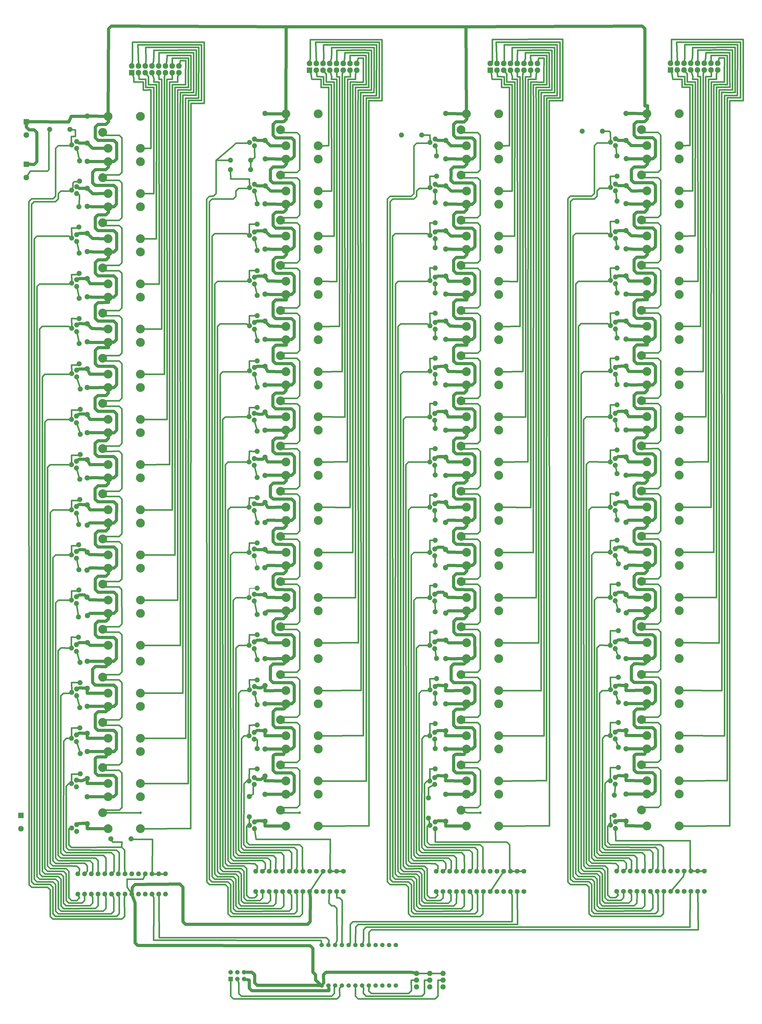
<source format=gtl>
G04 MADE WITH FRITZING*
G04 WWW.FRITZING.ORG*
G04 DOUBLE SIDED*
G04 HOLES PLATED*
G04 CONTOUR ON CENTER OF CONTOUR VECTOR*
%ASAXBY*%
%FSLAX23Y23*%
%MOIN*%
%OFA0B0*%
%SFA1.0B1.0*%
%ADD10C,0.075000*%
%ADD11C,0.078000*%
%ADD12C,0.039370*%
%ADD13C,0.070000*%
%ADD14C,0.066000*%
%ADD15C,0.083307*%
%ADD16C,0.074000*%
%ADD17C,0.129921*%
%ADD18C,0.067323*%
%ADD19R,0.083307X0.083307*%
%ADD20R,0.067323X0.067323*%
%ADD21C,0.024000*%
%ADD22C,0.011111*%
%ADD23C,0.048000*%
%ADD24R,0.001000X0.001000*%
%LNCOPPER1*%
G90*
G70*
G54D10*
X1638Y2405D03*
X1938Y2405D03*
X9105Y3053D03*
X9105Y2753D03*
X9164Y3762D03*
X9164Y3462D03*
X9164Y4431D03*
X9164Y4131D03*
X9164Y5101D03*
X9164Y4801D03*
X9164Y5790D03*
X9164Y5490D03*
X9164Y6479D03*
X9164Y6179D03*
X9144Y7128D03*
X9144Y6828D03*
X9144Y7817D03*
X9144Y7517D03*
X9144Y8467D03*
X9144Y8167D03*
X9144Y9136D03*
X9144Y8836D03*
X9144Y9825D03*
X9144Y9525D03*
X9144Y10494D03*
X9144Y10194D03*
X9144Y11164D03*
X9144Y10864D03*
X9144Y11853D03*
X9144Y11553D03*
X9144Y12522D03*
X9144Y12222D03*
X8628Y12891D03*
X8928Y12891D03*
X5950Y12832D03*
X6250Y12832D03*
X6467Y12522D03*
X6467Y12222D03*
X6447Y11833D03*
X6447Y11533D03*
X6447Y11164D03*
X6447Y10864D03*
X6447Y10494D03*
X6447Y10194D03*
X6447Y9825D03*
X6447Y9525D03*
X6447Y9156D03*
X6447Y8856D03*
X6447Y8486D03*
X6447Y8186D03*
X6447Y7797D03*
X6447Y7497D03*
X6447Y7128D03*
X6447Y6828D03*
X6447Y6459D03*
X6447Y6159D03*
X6447Y5770D03*
X6447Y5470D03*
X6467Y5081D03*
X6467Y4781D03*
X6447Y4412D03*
X6447Y4112D03*
X6447Y3742D03*
X6447Y3442D03*
X6349Y3014D03*
X6349Y2714D03*
X3691Y3034D03*
X3691Y2734D03*
X3809Y3742D03*
X3809Y3442D03*
X3809Y4392D03*
X3809Y4092D03*
X3809Y5061D03*
X3809Y4761D03*
X3809Y5731D03*
X3809Y5431D03*
X3809Y6420D03*
X3809Y6120D03*
X3809Y7089D03*
X3809Y6789D03*
X3809Y7758D03*
X3809Y7458D03*
X3809Y8447D03*
X3809Y8147D03*
X3809Y9097D03*
X3809Y8797D03*
X3809Y9786D03*
X3809Y9486D03*
X3809Y10455D03*
X3809Y10155D03*
X3411Y12320D03*
X3711Y12320D03*
X3809Y11124D03*
X3809Y10824D03*
X3809Y11813D03*
X3809Y11513D03*
X3411Y12458D03*
X3711Y12458D03*
X732Y12916D03*
X1032Y12916D03*
X1174Y12149D03*
X1174Y12449D03*
X1166Y11468D03*
X1166Y11768D03*
X1170Y10783D03*
X1170Y11083D03*
X1170Y10113D03*
X1170Y10413D03*
X1170Y9444D03*
X1170Y9744D03*
X1186Y8771D03*
X1186Y9071D03*
X1186Y8101D03*
X1186Y8401D03*
X1178Y7432D03*
X1178Y7732D03*
X1162Y6763D03*
X1162Y7063D03*
X1166Y6094D03*
X1166Y6394D03*
X1158Y5393D03*
X1158Y5693D03*
X1182Y4720D03*
X1182Y5020D03*
X1186Y3368D03*
X1186Y3668D03*
X1178Y4049D03*
X1178Y4349D03*
G54D11*
X6565Y413D03*
X6565Y313D03*
X6565Y213D03*
X6369Y413D03*
X6369Y313D03*
X6369Y213D03*
X6172Y413D03*
X6172Y313D03*
X6172Y213D03*
G54D12*
X2077Y2793D03*
X4439Y2793D03*
X7117Y2793D03*
G54D13*
X9141Y1628D03*
X10341Y1928D03*
X9241Y1628D03*
X10441Y1928D03*
X9341Y1628D03*
X9441Y1628D03*
X9541Y1628D03*
X9641Y1628D03*
X10441Y1628D03*
X10341Y1628D03*
X10241Y1628D03*
X10141Y1628D03*
X9741Y1628D03*
X9941Y1628D03*
X9841Y1628D03*
X10041Y1628D03*
X9941Y1928D03*
X10041Y1928D03*
X10141Y1928D03*
X10241Y1928D03*
X9741Y1928D03*
X9841Y1928D03*
X9341Y1928D03*
X9441Y1928D03*
X9541Y1928D03*
X9641Y1928D03*
X9141Y1928D03*
X9241Y1928D03*
X6465Y1625D03*
X7665Y1925D03*
X6565Y1625D03*
X7765Y1925D03*
X6665Y1625D03*
X6765Y1625D03*
X6865Y1625D03*
X6965Y1625D03*
X7765Y1625D03*
X7665Y1625D03*
X7565Y1625D03*
X7465Y1625D03*
X7065Y1625D03*
X7265Y1625D03*
X7165Y1625D03*
X7365Y1625D03*
X7265Y1925D03*
X7365Y1925D03*
X7465Y1925D03*
X7565Y1925D03*
X7065Y1925D03*
X7165Y1925D03*
X6665Y1925D03*
X6765Y1925D03*
X6865Y1925D03*
X6965Y1925D03*
X6465Y1925D03*
X6565Y1925D03*
X3787Y1625D03*
X4987Y1925D03*
X3887Y1625D03*
X5087Y1925D03*
X3987Y1625D03*
X4087Y1625D03*
X4187Y1625D03*
X4287Y1625D03*
X5087Y1625D03*
X4987Y1625D03*
X4887Y1625D03*
X4787Y1625D03*
X4387Y1625D03*
X4587Y1625D03*
X4487Y1625D03*
X4687Y1625D03*
X4587Y1925D03*
X4687Y1925D03*
X4787Y1925D03*
X4887Y1925D03*
X4387Y1925D03*
X4487Y1925D03*
X3987Y1925D03*
X4087Y1925D03*
X4187Y1925D03*
X4287Y1925D03*
X3787Y1925D03*
X3887Y1925D03*
X1150Y1587D03*
X2350Y1887D03*
X1250Y1587D03*
X2450Y1887D03*
X1350Y1587D03*
X1450Y1587D03*
X1550Y1587D03*
X1650Y1587D03*
X2450Y1587D03*
X2350Y1587D03*
X2250Y1587D03*
X2150Y1587D03*
X1750Y1587D03*
X1950Y1587D03*
X1850Y1587D03*
X2050Y1587D03*
X1950Y1887D03*
X2050Y1887D03*
X2150Y1887D03*
X2250Y1887D03*
X1750Y1887D03*
X1850Y1887D03*
X1350Y1887D03*
X1450Y1887D03*
X1550Y1887D03*
X1650Y1887D03*
X1150Y1887D03*
X1250Y1887D03*
G54D14*
X5866Y834D03*
X5766Y834D03*
X5666Y834D03*
X5566Y834D03*
X5466Y834D03*
X5366Y834D03*
X5266Y834D03*
X5166Y834D03*
X5066Y834D03*
X4966Y834D03*
X4866Y834D03*
X4766Y834D03*
X4766Y234D03*
X4866Y234D03*
X4966Y234D03*
X5066Y234D03*
X5166Y234D03*
X5266Y234D03*
X5366Y234D03*
X5466Y234D03*
X5566Y234D03*
X5666Y234D03*
X5766Y234D03*
X5866Y234D03*
G54D15*
X306Y2753D03*
X306Y2557D03*
G54D16*
X9123Y12676D03*
X9048Y12726D03*
X9123Y12776D03*
X6447Y12673D03*
X6372Y12723D03*
X6447Y12773D03*
X3769Y12673D03*
X3694Y12723D03*
X3769Y12773D03*
X9123Y12005D03*
X9048Y12055D03*
X9123Y12105D03*
X6447Y12003D03*
X6372Y12053D03*
X6447Y12103D03*
X3769Y12003D03*
X3694Y12053D03*
X3769Y12103D03*
X1132Y12635D03*
X1057Y12685D03*
X1132Y12735D03*
X1133Y11965D03*
X1058Y12015D03*
X1133Y12065D03*
X9123Y11298D03*
X9048Y11348D03*
X9123Y11398D03*
X6447Y11295D03*
X6372Y11345D03*
X6447Y11395D03*
X3769Y11295D03*
X3694Y11345D03*
X3769Y11395D03*
X1132Y11257D03*
X1057Y11307D03*
X1132Y11357D03*
X9123Y10628D03*
X9048Y10678D03*
X9123Y10728D03*
X6447Y10626D03*
X6372Y10676D03*
X6447Y10726D03*
X3769Y10626D03*
X3694Y10676D03*
X3769Y10726D03*
X1132Y10588D03*
X1057Y10638D03*
X1132Y10688D03*
X9123Y9290D03*
X9048Y9340D03*
X9123Y9390D03*
X6447Y9287D03*
X6372Y9337D03*
X6447Y9387D03*
X3769Y9288D03*
X3694Y9338D03*
X3769Y9388D03*
X1132Y9249D03*
X1057Y9299D03*
X1132Y9349D03*
X9123Y9959D03*
X9048Y10009D03*
X9123Y10059D03*
X6447Y9957D03*
X6372Y10007D03*
X6447Y10057D03*
X3769Y9957D03*
X3694Y10007D03*
X3769Y10057D03*
X1132Y9919D03*
X1057Y9969D03*
X1132Y10019D03*
X9119Y7271D03*
X9044Y7321D03*
X9119Y7371D03*
X6443Y7269D03*
X6368Y7319D03*
X6443Y7369D03*
X3765Y7269D03*
X3690Y7319D03*
X3765Y7369D03*
X1129Y7231D03*
X1054Y7281D03*
X1129Y7331D03*
X9119Y8610D03*
X9044Y8660D03*
X9119Y8710D03*
X6443Y8607D03*
X6368Y8657D03*
X6443Y8707D03*
X3765Y8608D03*
X3690Y8658D03*
X3765Y8708D03*
X1129Y8570D03*
X1054Y8620D03*
X1129Y8670D03*
X9119Y7941D03*
X9044Y7991D03*
X9119Y8041D03*
X6443Y7938D03*
X6368Y7988D03*
X6443Y8038D03*
X3765Y7938D03*
X3690Y7988D03*
X3765Y8038D03*
X1129Y7900D03*
X1054Y7950D03*
X1129Y8000D03*
X9119Y6602D03*
X9044Y6652D03*
X9119Y6702D03*
X6443Y6600D03*
X6368Y6650D03*
X6443Y6700D03*
X3765Y6600D03*
X3690Y6650D03*
X3765Y6700D03*
X1129Y6562D03*
X1054Y6612D03*
X1129Y6662D03*
X9119Y5933D03*
X9044Y5983D03*
X9119Y6033D03*
X6443Y5930D03*
X6368Y5980D03*
X6443Y6030D03*
X3765Y5930D03*
X3690Y5980D03*
X3765Y6030D03*
X1129Y5892D03*
X1054Y5942D03*
X1129Y5992D03*
X9119Y5224D03*
X9044Y5274D03*
X9119Y5324D03*
X6443Y5222D03*
X6368Y5272D03*
X6443Y5322D03*
X3765Y5222D03*
X3690Y5272D03*
X3765Y5322D03*
X1129Y5184D03*
X1054Y5234D03*
X1129Y5284D03*
X9123Y4565D03*
X9048Y4615D03*
X9123Y4665D03*
X6447Y4563D03*
X6372Y4613D03*
X6447Y4663D03*
X3769Y4563D03*
X3694Y4613D03*
X3769Y4663D03*
X1132Y4525D03*
X1057Y4575D03*
X1132Y4625D03*
X9119Y3885D03*
X9044Y3935D03*
X9119Y3985D03*
X6443Y3883D03*
X6368Y3933D03*
X6443Y3983D03*
X3765Y3883D03*
X3690Y3933D03*
X3765Y3983D03*
X1129Y3845D03*
X1054Y3895D03*
X1129Y3945D03*
X9119Y3216D03*
X9044Y3266D03*
X9119Y3316D03*
X6443Y3214D03*
X6368Y3264D03*
X6443Y3314D03*
X3765Y3214D03*
X3690Y3264D03*
X3765Y3314D03*
X1129Y3176D03*
X1054Y3226D03*
X1129Y3276D03*
X9123Y2558D03*
X9048Y2608D03*
X9123Y2658D03*
X6447Y2555D03*
X6372Y2605D03*
X6447Y2655D03*
X3769Y2555D03*
X3694Y2605D03*
X3769Y2655D03*
X1132Y2517D03*
X1057Y2567D03*
X1132Y2617D03*
G54D17*
X9509Y12912D03*
X9589Y12676D03*
X10068Y12676D03*
X9589Y13148D03*
X10068Y13148D03*
X6833Y12909D03*
X6913Y12673D03*
X7392Y12673D03*
X6913Y13146D03*
X7392Y13146D03*
X4155Y12910D03*
X4235Y12673D03*
X4714Y12673D03*
X4235Y13146D03*
X4714Y13146D03*
X9509Y12241D03*
X9590Y12005D03*
X10068Y12005D03*
X9590Y12477D03*
X10068Y12477D03*
X6833Y12239D03*
X6914Y12003D03*
X7392Y12003D03*
X6914Y12475D03*
X7392Y12475D03*
X4155Y12239D03*
X4236Y12003D03*
X4714Y12003D03*
X4236Y12475D03*
X4714Y12475D03*
X1518Y12872D03*
X1599Y12635D03*
X2077Y12635D03*
X1599Y13108D03*
X2077Y13108D03*
X1519Y12201D03*
X1599Y11965D03*
X2078Y11965D03*
X1599Y12437D03*
X2078Y12437D03*
X9509Y10904D03*
X9589Y10668D03*
X10068Y10668D03*
X9589Y11140D03*
X10068Y11140D03*
X6833Y10902D03*
X6913Y10665D03*
X7392Y10665D03*
X6913Y11138D03*
X7392Y11138D03*
X4155Y10902D03*
X4235Y10666D03*
X4714Y10666D03*
X4235Y11138D03*
X4714Y11138D03*
X1518Y10864D03*
X1599Y10627D03*
X2077Y10627D03*
X1599Y11100D03*
X2077Y11100D03*
X9509Y10235D03*
X9589Y9998D03*
X10068Y9998D03*
X9589Y10471D03*
X10068Y10471D03*
X6833Y10232D03*
X6913Y9996D03*
X7392Y9996D03*
X6913Y10468D03*
X7392Y10468D03*
X4155Y10232D03*
X4235Y9996D03*
X4714Y9996D03*
X4235Y10469D03*
X4714Y10469D03*
X1518Y10194D03*
X1599Y9958D03*
X2077Y9958D03*
X1599Y10431D03*
X2077Y10431D03*
X9509Y11573D03*
X9589Y11337D03*
X10068Y11337D03*
X9589Y11809D03*
X10068Y11809D03*
X6833Y11571D03*
X6913Y11335D03*
X7392Y11335D03*
X6913Y11807D03*
X7392Y11807D03*
X4155Y11571D03*
X4235Y11335D03*
X4714Y11335D03*
X4235Y11807D03*
X4714Y11807D03*
X1518Y11533D03*
X1599Y11297D03*
X2077Y11297D03*
X1599Y11769D03*
X2077Y11769D03*
X9509Y7558D03*
X9589Y7321D03*
X10068Y7321D03*
X9589Y7794D03*
X10068Y7794D03*
X6833Y7555D03*
X6913Y7319D03*
X7392Y7319D03*
X6913Y7791D03*
X7392Y7791D03*
X4155Y7555D03*
X4235Y7319D03*
X4714Y7319D03*
X4235Y7791D03*
X4714Y7791D03*
X1518Y7517D03*
X1599Y7281D03*
X2077Y7281D03*
X1599Y7753D03*
X2077Y7753D03*
X9509Y8227D03*
X9589Y7991D03*
X10068Y7991D03*
X9589Y8463D03*
X10068Y8463D03*
X6833Y8224D03*
X6913Y7988D03*
X7392Y7988D03*
X6913Y8461D03*
X7392Y8461D03*
X4155Y8225D03*
X4235Y7988D03*
X4714Y7988D03*
X4235Y8461D03*
X4714Y8461D03*
X1518Y8186D03*
X1599Y7950D03*
X2077Y7950D03*
X1599Y8423D03*
X2077Y8423D03*
X9509Y9565D03*
X9589Y9329D03*
X10068Y9329D03*
X9589Y9802D03*
X10068Y9802D03*
X6833Y9563D03*
X6913Y9327D03*
X7392Y9327D03*
X6913Y9799D03*
X7392Y9799D03*
X4155Y9563D03*
X4235Y9327D03*
X4714Y9327D03*
X4235Y9799D03*
X4714Y9799D03*
X1518Y9525D03*
X1599Y9289D03*
X2077Y9289D03*
X1599Y9761D03*
X2077Y9761D03*
X9509Y8896D03*
X9589Y8660D03*
X10068Y8660D03*
X9589Y9132D03*
X10068Y9132D03*
X6833Y8894D03*
X6913Y8658D03*
X7392Y8658D03*
X6913Y9130D03*
X7392Y9130D03*
X4155Y8894D03*
X4235Y8658D03*
X4714Y8658D03*
X4235Y9130D03*
X4714Y9130D03*
X1518Y8856D03*
X1599Y8620D03*
X2077Y8620D03*
X1599Y9092D03*
X2077Y9092D03*
X9510Y6888D03*
X9591Y6652D03*
X10069Y6652D03*
X9591Y7124D03*
X10069Y7124D03*
X6834Y6886D03*
X6915Y6650D03*
X7393Y6650D03*
X6915Y7122D03*
X7393Y7122D03*
X4156Y6886D03*
X4237Y6650D03*
X4715Y6650D03*
X4237Y7122D03*
X4715Y7122D03*
X1520Y6848D03*
X1600Y6612D03*
X2079Y6612D03*
X1600Y7084D03*
X2079Y7084D03*
X9510Y6219D03*
X9591Y5983D03*
X10069Y5983D03*
X9591Y6455D03*
X10069Y6455D03*
X6834Y6217D03*
X6915Y5980D03*
X7393Y5980D03*
X6915Y6453D03*
X7393Y6453D03*
X4156Y6217D03*
X4237Y5980D03*
X4715Y5980D03*
X4237Y6453D03*
X4715Y6453D03*
X1520Y6179D03*
X1600Y5942D03*
X2079Y5942D03*
X1600Y6415D03*
X2079Y6415D03*
X9509Y4841D03*
X9589Y4605D03*
X10068Y4605D03*
X9589Y5077D03*
X10068Y5077D03*
X6833Y4839D03*
X6913Y4602D03*
X7392Y4602D03*
X6913Y5075D03*
X7392Y5075D03*
X4155Y4839D03*
X4235Y4603D03*
X4714Y4603D03*
X4235Y5075D03*
X4714Y5075D03*
X1518Y4801D03*
X1599Y4564D03*
X2077Y4564D03*
X1599Y5037D03*
X2077Y5037D03*
X9510Y5550D03*
X9591Y5313D03*
X10069Y5313D03*
X9591Y5786D03*
X10069Y5786D03*
X6834Y5547D03*
X6915Y5311D03*
X7393Y5311D03*
X6915Y5783D03*
X7393Y5783D03*
X4156Y5547D03*
X4237Y5311D03*
X4715Y5311D03*
X4237Y5784D03*
X4715Y5784D03*
X1520Y5509D03*
X1600Y5273D03*
X2079Y5273D03*
X1600Y5746D03*
X2079Y5746D03*
X9509Y4172D03*
X9589Y3936D03*
X10068Y3936D03*
X9589Y4408D03*
X10068Y4408D03*
X6833Y4169D03*
X6913Y3933D03*
X7392Y3933D03*
X6913Y4406D03*
X7392Y4406D03*
X4155Y4169D03*
X4235Y3933D03*
X4714Y3933D03*
X4235Y4406D03*
X4714Y4406D03*
X1518Y4131D03*
X1599Y3895D03*
X2077Y3895D03*
X1599Y4368D03*
X2077Y4368D03*
X9509Y3502D03*
X9589Y3266D03*
X10068Y3266D03*
X9589Y3739D03*
X10068Y3739D03*
X6833Y3500D03*
X6913Y3264D03*
X7392Y3264D03*
X6913Y3736D03*
X7392Y3736D03*
X4155Y3500D03*
X4235Y3264D03*
X4714Y3264D03*
X4235Y3736D03*
X4714Y3736D03*
X1518Y3462D03*
X1599Y3226D03*
X2077Y3226D03*
X1599Y3698D03*
X2077Y3698D03*
X9509Y2833D03*
X9589Y2597D03*
X10068Y2597D03*
X9589Y3069D03*
X10068Y3069D03*
X6833Y2831D03*
X6913Y2595D03*
X7392Y2595D03*
X6913Y3067D03*
X7392Y3067D03*
X4155Y2831D03*
X4235Y2595D03*
X4714Y2595D03*
X4235Y3067D03*
X4714Y3067D03*
X1518Y2793D03*
X1599Y2557D03*
X2077Y2557D03*
X1599Y3029D03*
X2077Y3029D03*
G54D11*
X9280Y10746D03*
X9280Y11146D03*
X9280Y10746D03*
X9280Y11146D03*
X6604Y10744D03*
X6604Y11144D03*
X6604Y10744D03*
X6604Y11144D03*
X3926Y10744D03*
X3926Y11144D03*
X3926Y10744D03*
X3926Y11144D03*
X1290Y10706D03*
X1290Y11106D03*
X1290Y10706D03*
X1290Y11106D03*
X9280Y10077D03*
X9280Y10477D03*
X9280Y10077D03*
X9280Y10477D03*
X6604Y10075D03*
X6604Y10475D03*
X6604Y10075D03*
X6604Y10475D03*
X3926Y10075D03*
X3926Y10475D03*
X3926Y10075D03*
X3926Y10475D03*
X1290Y10037D03*
X1290Y10437D03*
X1290Y10037D03*
X1290Y10437D03*
X9280Y12754D03*
X9280Y13154D03*
X9280Y12754D03*
X9280Y13154D03*
X6604Y12752D03*
X6604Y13152D03*
X6604Y12752D03*
X6604Y13152D03*
X3926Y12752D03*
X3926Y13152D03*
X3926Y12752D03*
X3926Y13152D03*
X9281Y12084D03*
X9281Y12484D03*
X9281Y12084D03*
X9281Y12484D03*
X6605Y12081D03*
X6605Y12481D03*
X6605Y12081D03*
X6605Y12481D03*
X3927Y12081D03*
X3927Y12481D03*
X3927Y12081D03*
X3927Y12481D03*
X1290Y12714D03*
X1290Y13114D03*
X1290Y12714D03*
X1290Y13114D03*
X1290Y12043D03*
X1290Y12443D03*
X1290Y12043D03*
X1290Y12443D03*
X9280Y11416D03*
X9280Y11816D03*
X9280Y11416D03*
X9280Y11816D03*
X6604Y11413D03*
X6604Y11813D03*
X6604Y11413D03*
X6604Y11813D03*
X3926Y11414D03*
X3926Y11814D03*
X3926Y11414D03*
X3926Y11814D03*
X1290Y11375D03*
X1290Y11775D03*
X1290Y11375D03*
X1290Y11775D03*
X9280Y8732D03*
X9280Y9132D03*
X9280Y8732D03*
X9280Y9132D03*
X6604Y8730D03*
X6604Y9130D03*
X6604Y8730D03*
X6604Y9130D03*
X3926Y8730D03*
X3926Y9130D03*
X3926Y8730D03*
X3926Y9130D03*
X1290Y8692D03*
X1290Y9092D03*
X1290Y8692D03*
X1290Y9092D03*
X9280Y7394D03*
X9280Y7794D03*
X9280Y7394D03*
X9280Y7794D03*
X6604Y7391D03*
X6604Y7791D03*
X6604Y7391D03*
X6604Y7791D03*
X3926Y7391D03*
X3926Y7791D03*
X3926Y7391D03*
X3926Y7791D03*
X1290Y7353D03*
X1290Y7753D03*
X1290Y7353D03*
X1290Y7753D03*
X9280Y9408D03*
X9280Y9808D03*
X9280Y9408D03*
X9280Y9808D03*
X6604Y9406D03*
X6604Y9806D03*
X6604Y9406D03*
X6604Y9806D03*
X3926Y9406D03*
X3926Y9806D03*
X3926Y9406D03*
X3926Y9806D03*
X1290Y9368D03*
X1290Y9768D03*
X1290Y9368D03*
X1290Y9768D03*
X9280Y8063D03*
X9280Y8463D03*
X9280Y8063D03*
X9280Y8463D03*
X6604Y8061D03*
X6604Y8461D03*
X6604Y8061D03*
X6604Y8461D03*
X3926Y8061D03*
X3926Y8461D03*
X3926Y8061D03*
X3926Y8461D03*
X1290Y8023D03*
X1290Y8423D03*
X1290Y8023D03*
X1290Y8423D03*
X9278Y6695D03*
X9278Y7095D03*
X9278Y6695D03*
X9278Y7095D03*
X6602Y6692D03*
X6602Y7092D03*
X6602Y6692D03*
X6602Y7092D03*
X3924Y6692D03*
X3924Y7092D03*
X3924Y6692D03*
X3924Y7092D03*
X1287Y6654D03*
X1287Y7054D03*
X1287Y6654D03*
X1287Y7054D03*
X9277Y6025D03*
X9277Y6425D03*
X9277Y6025D03*
X9277Y6425D03*
X6601Y6023D03*
X6601Y6423D03*
X6601Y6023D03*
X6601Y6423D03*
X3923Y6023D03*
X3923Y6423D03*
X3923Y6023D03*
X3923Y6423D03*
X1286Y5985D03*
X1286Y6385D03*
X1286Y5985D03*
X1286Y6385D03*
X9281Y5353D03*
X9281Y5753D03*
X9281Y5353D03*
X9281Y5753D03*
X6605Y5351D03*
X6605Y5751D03*
X6605Y5351D03*
X6605Y5751D03*
X3927Y5351D03*
X3927Y5751D03*
X3927Y5351D03*
X3927Y5751D03*
X1291Y5313D03*
X1291Y5713D03*
X1291Y5313D03*
X1291Y5713D03*
X9280Y4677D03*
X9280Y5077D03*
X9280Y4677D03*
X9280Y5077D03*
X6604Y4675D03*
X6604Y5075D03*
X6604Y4675D03*
X6604Y5075D03*
X3926Y4675D03*
X3926Y5075D03*
X3926Y4675D03*
X3926Y5075D03*
X1290Y4637D03*
X1290Y5037D03*
X1290Y4637D03*
X1290Y5037D03*
X9280Y4008D03*
X9280Y4408D03*
X9280Y4008D03*
X9280Y4408D03*
X6604Y4006D03*
X6604Y4406D03*
X6604Y4006D03*
X6604Y4406D03*
X3926Y4006D03*
X3926Y4406D03*
X3926Y4006D03*
X3926Y4406D03*
X1290Y3968D03*
X1290Y4368D03*
X1290Y3968D03*
X1290Y4368D03*
X9280Y3339D03*
X9280Y3739D03*
X9280Y3339D03*
X9280Y3739D03*
X6604Y3336D03*
X6604Y3736D03*
X6604Y3336D03*
X6604Y3736D03*
X3926Y3336D03*
X3926Y3736D03*
X3926Y3336D03*
X3926Y3736D03*
X1290Y3298D03*
X1290Y3698D03*
X1290Y3298D03*
X1290Y3698D03*
X9280Y2669D03*
X9280Y3069D03*
X9280Y2669D03*
X9280Y3069D03*
X6604Y2667D03*
X6604Y3067D03*
X6604Y2667D03*
X6604Y3067D03*
X3926Y2667D03*
X3926Y3067D03*
X3926Y2667D03*
X3926Y3067D03*
X1290Y2629D03*
X1290Y3029D03*
X1290Y2629D03*
X1290Y3029D03*
G54D18*
X3416Y431D03*
X3516Y431D03*
X3616Y431D03*
X3416Y331D03*
X3516Y331D03*
X3616Y331D03*
G54D15*
X9940Y13896D03*
X10040Y13896D03*
X10140Y13896D03*
X10240Y13896D03*
X10340Y13896D03*
X10440Y13896D03*
X10540Y13896D03*
X10640Y13896D03*
X9940Y13796D03*
X10040Y13796D03*
X10140Y13796D03*
X10240Y13796D03*
X10340Y13796D03*
X10440Y13796D03*
X10540Y13796D03*
X10640Y13796D03*
X7264Y13894D03*
X7364Y13894D03*
X7464Y13894D03*
X7564Y13894D03*
X7664Y13894D03*
X7764Y13894D03*
X7864Y13894D03*
X7964Y13894D03*
X7264Y13794D03*
X7364Y13794D03*
X7464Y13794D03*
X7564Y13794D03*
X7664Y13794D03*
X7764Y13794D03*
X7864Y13794D03*
X7964Y13794D03*
X4586Y13894D03*
X4686Y13894D03*
X4786Y13894D03*
X4886Y13894D03*
X4986Y13894D03*
X5086Y13894D03*
X5186Y13894D03*
X5286Y13894D03*
X4586Y13794D03*
X4686Y13794D03*
X4786Y13794D03*
X4886Y13794D03*
X4986Y13794D03*
X5086Y13794D03*
X5186Y13794D03*
X5286Y13794D03*
X1950Y13856D03*
X2050Y13856D03*
X2150Y13856D03*
X2250Y13856D03*
X2350Y13856D03*
X2450Y13856D03*
X2550Y13856D03*
X2650Y13856D03*
X1950Y13756D03*
X2050Y13756D03*
X2150Y13756D03*
X2250Y13756D03*
X2350Y13756D03*
X2450Y13756D03*
X2550Y13756D03*
X2650Y13756D03*
X385Y13030D03*
X385Y12833D03*
X385Y12400D03*
X385Y12204D03*
G54D19*
X306Y2753D03*
G54D20*
X3416Y331D03*
G54D19*
X9940Y13796D03*
X7264Y13794D03*
X4586Y13794D03*
X1950Y13756D03*
X385Y13030D03*
X385Y12400D03*
G54D21*
X6369Y5471D02*
X6419Y5470D01*
D02*
X6368Y5299D02*
X6369Y5471D01*
D02*
X6447Y5799D02*
X6444Y5903D01*
D02*
X6369Y4780D02*
X6438Y4781D01*
D02*
X6371Y4640D02*
X6369Y4780D01*
D02*
X6462Y5109D02*
X6448Y5195D01*
D02*
X6368Y8855D02*
X6419Y8855D01*
D02*
X6368Y8685D02*
X6368Y8855D01*
D02*
X6447Y9184D02*
X6447Y9260D01*
D02*
X6368Y8185D02*
X6419Y8186D01*
D02*
X6368Y8015D02*
X6368Y8185D01*
D02*
X6446Y8515D02*
X6444Y8580D01*
D02*
X6368Y7499D02*
X6419Y7498D01*
D02*
X6368Y7346D02*
X6368Y7499D01*
D02*
X6446Y7826D02*
X6444Y7911D01*
D02*
X6368Y6829D02*
X6419Y6829D01*
D02*
X6368Y6677D02*
X6368Y6829D01*
D02*
X6446Y7157D02*
X6444Y7242D01*
D02*
X6444Y6573D02*
X6446Y6488D01*
D02*
X6368Y6160D02*
X6419Y6159D01*
D02*
X6368Y6007D02*
X6368Y6160D01*
D02*
X6467Y12614D02*
X6455Y12648D01*
D02*
X6367Y12222D02*
X6438Y12222D01*
D02*
X6371Y12080D02*
X6367Y12222D01*
D02*
X6467Y12551D02*
X6467Y12614D01*
D02*
X6368Y11533D02*
X6419Y11533D01*
D02*
X6371Y11372D02*
X6368Y11533D01*
D02*
X6447Y11862D02*
X6447Y11975D01*
D02*
X6447Y11192D02*
X6447Y11268D01*
D02*
X6367Y10865D02*
X6419Y10864D01*
D02*
X6371Y10703D02*
X6367Y10865D01*
D02*
X6368Y10194D02*
X6419Y10194D01*
D02*
X6371Y10034D02*
X6368Y10194D01*
D02*
X6447Y10523D02*
X6447Y10599D01*
D02*
X6368Y9524D02*
X6419Y9525D01*
D02*
X6371Y9365D02*
X6368Y9524D01*
D02*
X6447Y9930D02*
X6447Y9854D01*
D02*
X9027Y12891D02*
X8956Y12891D01*
D02*
X9045Y3462D02*
X9135Y3462D01*
D02*
X9044Y3293D02*
X9045Y3462D01*
D02*
X9045Y2753D02*
X9076Y2753D01*
D02*
X9047Y2635D02*
X9045Y2753D01*
D02*
X9117Y3189D02*
X9107Y3082D01*
D02*
X9046Y11553D02*
X9115Y11553D01*
D02*
X9048Y11375D02*
X9046Y11553D01*
D02*
X9127Y11978D02*
X9140Y11881D01*
D02*
X9046Y12223D02*
X9115Y12222D01*
D02*
X9048Y12082D02*
X9046Y12223D01*
D02*
X9127Y12649D02*
X9140Y12550D01*
D02*
X9045Y12872D02*
X9027Y12891D01*
D02*
X9047Y12753D02*
X9045Y12872D01*
D02*
X6367Y12832D02*
X6279Y12832D01*
D02*
X6371Y12750D02*
X6367Y12832D01*
D02*
X9124Y7245D02*
X9139Y7156D01*
D02*
X9045Y6179D02*
X9135Y6179D01*
D02*
X9044Y6010D02*
X9045Y6179D01*
D02*
X9154Y6505D02*
X9128Y6577D01*
D02*
X9155Y5817D02*
X9127Y5907D01*
D02*
X9045Y5489D02*
X9135Y5489D01*
D02*
X9044Y5301D02*
X9045Y5489D01*
D02*
X9128Y5199D02*
X9154Y5128D01*
D02*
X9045Y4801D02*
X9135Y4801D01*
D02*
X9047Y4643D02*
X9045Y4801D01*
D02*
X9155Y4459D02*
X9131Y4539D01*
D02*
X9045Y4131D02*
X9135Y4131D01*
D02*
X9044Y3963D02*
X9045Y4131D01*
D02*
X9128Y3860D02*
X9154Y3789D01*
D02*
X9140Y9853D02*
X9127Y9932D01*
D02*
X9140Y10523D02*
X9127Y10602D01*
D02*
X9045Y9526D02*
X9115Y9525D01*
D02*
X9047Y9367D02*
X9045Y9526D01*
D02*
X9045Y8835D02*
X9115Y8836D01*
D02*
X9044Y8687D02*
X9045Y8835D01*
D02*
X9140Y9164D02*
X9127Y9263D01*
D02*
X9045Y8166D02*
X9115Y8166D01*
D02*
X9044Y8018D02*
X9045Y8166D01*
D02*
X9139Y8495D02*
X9124Y8583D01*
D02*
X9045Y7518D02*
X9115Y7517D01*
D02*
X9044Y7348D02*
X9045Y7518D01*
D02*
X9138Y7845D02*
X9124Y7914D01*
D02*
X9045Y6827D02*
X9115Y6828D01*
D02*
X9044Y6679D02*
X9045Y6827D01*
D02*
X5013Y1925D02*
X5061Y1925D01*
D02*
X4601Y1647D02*
X4772Y1904D01*
D02*
X1979Y2398D02*
X2254Y2398D01*
D02*
X2254Y2398D02*
X2251Y1913D01*
D02*
X1966Y2400D02*
X1979Y2398D01*
D02*
X2324Y1887D02*
X2277Y1887D01*
D02*
X2377Y1887D02*
X2424Y1887D01*
D02*
X9127Y11271D02*
X9140Y11192D01*
D02*
X9045Y10864D02*
X9115Y10864D01*
D02*
X9047Y10705D02*
X9045Y10864D01*
D02*
X9045Y10195D02*
X9115Y10195D01*
D02*
X9047Y10036D02*
X9045Y10195D01*
D02*
X10367Y1928D02*
X10415Y1928D01*
D02*
X10315Y1928D02*
X10267Y1928D01*
D02*
X7551Y2320D02*
X7509Y2359D01*
D02*
X7551Y1987D02*
X7551Y2320D01*
D02*
X6448Y2359D02*
X6447Y2528D01*
D02*
X7509Y2359D02*
X6448Y2359D01*
D02*
X7559Y1951D02*
X7551Y1987D01*
D02*
X7691Y1925D02*
X7739Y1925D01*
D02*
X7639Y1925D02*
X7591Y1925D01*
D02*
X3791Y2398D02*
X3773Y2528D01*
D02*
X4891Y2398D02*
X3791Y2398D01*
D02*
X4887Y1952D02*
X4891Y2398D01*
D02*
X4961Y1925D02*
X4913Y1925D01*
D02*
X10227Y1987D02*
X10227Y2379D01*
D02*
X9124Y2379D02*
X9123Y2530D01*
D02*
X10227Y2379D02*
X9124Y2379D01*
D02*
X10235Y1953D02*
X10227Y1987D01*
D02*
X1152Y4722D02*
X1153Y4722D01*
D02*
X1056Y4723D02*
X1152Y4722D01*
D02*
X1057Y4602D02*
X1056Y4723D01*
D02*
X1137Y5158D02*
X1173Y5047D01*
D02*
X1137Y3819D02*
X1177Y3695D01*
D02*
X1054Y3366D02*
X1157Y3367D01*
D02*
X1054Y3253D02*
X1054Y3366D01*
D02*
X1171Y4376D02*
X1139Y4499D01*
D02*
X1056Y4048D02*
X1149Y4049D01*
D02*
X1054Y3922D02*
X1056Y4048D01*
D02*
X1665Y2359D02*
X1652Y2380D01*
D02*
X1802Y2359D02*
X1665Y2359D01*
D02*
X1800Y2284D02*
X1802Y2359D01*
D02*
X1138Y10562D02*
X1164Y10441D01*
D02*
X1138Y11231D02*
X1164Y11111D01*
D02*
X1171Y11947D02*
X1157Y11953D01*
D02*
X1167Y11796D02*
X1171Y11947D01*
D02*
X1138Y12609D02*
X1168Y12477D01*
D02*
X1053Y5396D02*
X1130Y5394D01*
D02*
X1053Y5261D02*
X1053Y5396D01*
D02*
X1133Y5866D02*
X1154Y5721D01*
D02*
X1134Y7204D02*
X1157Y7091D01*
D02*
X1136Y7874D02*
X1170Y7760D01*
D02*
X1137Y8544D02*
X1177Y8429D01*
D02*
X1178Y9098D02*
X1140Y9223D01*
D02*
X1138Y9892D02*
X1164Y9772D01*
D02*
X1152Y7418D02*
X1153Y7418D01*
D02*
X1054Y7418D02*
X1152Y7418D01*
D02*
X1054Y7308D02*
X1054Y7418D01*
D02*
X1152Y8089D02*
X1159Y8091D01*
D02*
X1054Y8089D02*
X1152Y8089D01*
D02*
X1054Y7977D02*
X1054Y8089D01*
D02*
X1152Y8758D02*
X1159Y8761D01*
D02*
X1054Y8758D02*
X1152Y8758D01*
D02*
X1054Y8647D02*
X1054Y8758D01*
D02*
X1132Y9427D02*
X1144Y9432D01*
D02*
X1054Y9427D02*
X1132Y9427D01*
D02*
X1057Y9327D02*
X1054Y9427D01*
D02*
X1054Y10115D02*
X1141Y10114D01*
D02*
X1057Y9996D02*
X1054Y10115D01*
D02*
X1132Y10765D02*
X1144Y10771D01*
D02*
X1054Y10765D02*
X1132Y10765D01*
D02*
X1057Y10665D02*
X1054Y10765D01*
D02*
X1132Y11455D02*
X1139Y11458D01*
D02*
X1054Y11455D02*
X1132Y11455D01*
D02*
X1057Y11334D02*
X1054Y11455D01*
D02*
X1053Y12714D02*
X1053Y12812D01*
D02*
X719Y12320D02*
X719Y12871D01*
D02*
X443Y12300D02*
X699Y12300D01*
D02*
X719Y12871D02*
X724Y12889D01*
D02*
X699Y12300D02*
X719Y12320D01*
D02*
X402Y12232D02*
X443Y12300D01*
D02*
X1112Y12911D02*
X1061Y12914D01*
D02*
X1112Y12812D02*
X1112Y12911D01*
D02*
X1053Y12812D02*
X1112Y12812D01*
D02*
X1053Y12712D02*
X1053Y12714D01*
D02*
X1132Y12143D02*
X1146Y12145D01*
D02*
X1094Y12143D02*
X1132Y12143D01*
D02*
X1074Y12064D02*
X1074Y12124D01*
D02*
X1074Y12124D02*
X1094Y12143D01*
D02*
X1066Y12040D02*
X1074Y12064D01*
D02*
X3711Y12349D02*
X3711Y12430D01*
D02*
X3803Y11152D02*
X3775Y11269D01*
D02*
X3691Y11512D02*
X3781Y11513D01*
D02*
X3693Y11373D02*
X3691Y11512D01*
D02*
X3775Y11976D02*
X3804Y11841D01*
D02*
X3200Y12458D02*
X3382Y12458D01*
D02*
X3771Y12499D02*
X3735Y12474D01*
D02*
X3769Y12646D02*
X3771Y12499D01*
D02*
X1132Y6080D02*
X1140Y6083D01*
D02*
X1054Y6080D02*
X1132Y6080D01*
D02*
X1054Y5969D02*
X1054Y6080D01*
D02*
X1160Y6421D02*
X1134Y6535D01*
D02*
X1132Y6749D02*
X1136Y6751D01*
D02*
X1054Y6749D02*
X1132Y6749D01*
D02*
X1054Y6639D02*
X1054Y6749D01*
D02*
X3772Y8581D02*
X3802Y8475D01*
D02*
X3692Y8148D02*
X3781Y8147D01*
D02*
X3690Y8015D02*
X3692Y8148D01*
D02*
X3691Y8797D02*
X3781Y8797D01*
D02*
X3690Y8685D02*
X3691Y8797D01*
D02*
X3804Y9125D02*
X3774Y9261D01*
D02*
X3691Y9486D02*
X3781Y9486D01*
D02*
X3693Y9365D02*
X3691Y9486D01*
D02*
X3775Y9930D02*
X3803Y9814D01*
D02*
X3691Y10156D02*
X3781Y10155D01*
D02*
X3693Y10034D02*
X3691Y10156D01*
D02*
X3803Y10483D02*
X3775Y10600D01*
D02*
X3691Y10825D02*
X3781Y10825D01*
D02*
X3693Y10703D02*
X3691Y10825D01*
D02*
X3416Y12184D02*
X3412Y12292D01*
D02*
X3691Y12182D02*
X3416Y12184D01*
D02*
X3694Y12080D02*
X3691Y12182D01*
D02*
X3692Y4762D02*
X3781Y4762D01*
D02*
X3694Y4640D02*
X3692Y4762D01*
D02*
X3772Y5196D02*
X3802Y5089D01*
D02*
X3692Y5431D02*
X3781Y5431D01*
D02*
X3690Y5299D02*
X3692Y5431D01*
D02*
X3771Y5904D02*
X3803Y5759D01*
G54D22*
D02*
X3692Y6120D02*
X3786Y6120D01*
D02*
X3690Y6002D02*
X3692Y6120D01*
D02*
X3770Y6579D02*
X3804Y6442D01*
G54D21*
D02*
X3692Y6789D02*
X3781Y6789D01*
D02*
X3690Y6677D02*
X3692Y6789D01*
D02*
X3772Y7243D02*
X3803Y7117D01*
D02*
X3692Y7459D02*
X3781Y7458D01*
D02*
X3690Y7346D02*
X3692Y7459D01*
D02*
X3772Y7912D02*
X3803Y7786D01*
D02*
X6444Y3856D02*
X6446Y3771D01*
D02*
X6368Y3443D02*
X6419Y3443D01*
D02*
X6368Y3291D02*
X6368Y3443D01*
D02*
X6366Y2632D02*
X6355Y2686D01*
D02*
X6349Y3167D02*
X6349Y3043D01*
D02*
X6419Y3202D02*
X6349Y3167D01*
D02*
X3808Y3875D02*
X3809Y3771D01*
D02*
X3693Y2632D02*
X3692Y2705D01*
D02*
X3749Y3166D02*
X3749Y3068D01*
D02*
X3749Y3068D02*
X3716Y3048D01*
D02*
X3757Y3188D02*
X3749Y3166D01*
D02*
X3792Y3878D02*
X3808Y3875D01*
D02*
X3691Y3442D02*
X3781Y3442D01*
D02*
X3690Y3291D02*
X3691Y3442D01*
D02*
X3692Y4091D02*
X3781Y4092D01*
D02*
X3690Y3960D02*
X3692Y4091D01*
D02*
X3775Y4537D02*
X3803Y4420D01*
D02*
X6447Y4536D02*
X6447Y4440D01*
D02*
X6368Y4112D02*
X6419Y4112D01*
D02*
X6368Y3960D02*
X6368Y4112D01*
G54D23*
D02*
X4361Y7164D02*
X4361Y7399D01*
D02*
X4361Y7399D02*
X4320Y7440D01*
D02*
X4047Y7440D02*
X4006Y7477D01*
D02*
X4047Y7675D02*
X4204Y7675D01*
D02*
X4242Y7713D02*
X4239Y7744D01*
D02*
X4204Y7675D02*
X4242Y7713D01*
D02*
X4006Y7634D02*
X4047Y7675D01*
D02*
X4006Y7477D02*
X4006Y7634D01*
D02*
X4320Y7440D02*
X4047Y7440D01*
D02*
X4320Y7123D02*
X4361Y7164D01*
D02*
X4285Y7123D02*
X4320Y7123D01*
D02*
X6761Y7675D02*
X6880Y7675D01*
D02*
X6761Y7440D02*
X6723Y7477D01*
D02*
X7037Y7440D02*
X6761Y7440D01*
D02*
X7037Y7164D02*
X7037Y7399D01*
D02*
X6999Y7123D02*
X7037Y7164D01*
D02*
X7037Y7399D02*
X7037Y7440D01*
D02*
X6723Y7477D02*
X6723Y7634D01*
D02*
X6921Y7713D02*
X6918Y7744D01*
D02*
X6880Y7675D02*
X6921Y7713D01*
D02*
X6723Y7634D02*
X6761Y7675D01*
D02*
X6963Y7123D02*
X6999Y7123D01*
D02*
X9714Y7164D02*
X9676Y7123D01*
D02*
X9714Y7399D02*
X9714Y7164D01*
D02*
X9441Y7440D02*
X9676Y7440D01*
D02*
X9441Y7675D02*
X9400Y7634D01*
D02*
X9598Y7713D02*
X9558Y7673D01*
D02*
X9558Y7673D02*
X9441Y7675D01*
D02*
X9676Y7123D02*
X9639Y7124D01*
D02*
X9676Y7440D02*
X9714Y7399D01*
D02*
X9400Y7477D02*
X9441Y7440D01*
D02*
X9400Y7634D02*
X9400Y7477D01*
D02*
X9594Y7746D02*
X9598Y7713D01*
G54D21*
D02*
X5501Y115D02*
X5462Y154D01*
G54D23*
D02*
X2037Y826D02*
X4596Y823D01*
D02*
X4596Y1180D02*
X4598Y1535D01*
D02*
X2745Y1138D02*
X4558Y1138D01*
D02*
X2708Y1689D02*
X2708Y1180D01*
D02*
X1999Y1730D02*
X2663Y1737D01*
D02*
X4596Y823D02*
X4636Y784D01*
G54D21*
D02*
X6488Y77D02*
X6446Y36D01*
D02*
X6289Y116D02*
X6251Y77D01*
D02*
X6094Y155D02*
X6053Y116D01*
D02*
X5425Y77D02*
X5383Y116D01*
D02*
X5306Y36D02*
X5265Y77D01*
G54D23*
D02*
X4675Y313D02*
X4734Y261D01*
D02*
X4676Y392D02*
X4675Y313D01*
G54D21*
D02*
X5385Y196D02*
X5380Y206D01*
D02*
X6202Y413D02*
X6338Y413D01*
D02*
X6399Y413D02*
X6535Y413D01*
D02*
X6487Y313D02*
X6488Y77D01*
D02*
X6446Y36D02*
X5306Y36D01*
D02*
X5265Y77D02*
X5266Y203D01*
D02*
X6535Y313D02*
X6487Y313D01*
D02*
X5383Y116D02*
X5385Y196D01*
D02*
X6290Y313D02*
X6289Y116D01*
D02*
X6251Y77D02*
X5425Y77D01*
D02*
X6338Y313D02*
X6290Y313D01*
D02*
X6093Y313D02*
X6094Y155D01*
D02*
X5462Y154D02*
X5464Y203D01*
D02*
X6053Y116D02*
X5501Y115D01*
D02*
X6142Y313D02*
X6093Y313D01*
G54D23*
D02*
X4598Y1535D02*
X4592Y1588D01*
D02*
X4636Y431D02*
X4676Y392D01*
D02*
X4636Y784D02*
X4636Y431D01*
D02*
X1998Y1455D02*
X1999Y863D01*
D02*
X4558Y1138D02*
X4596Y1180D01*
D02*
X2708Y1180D02*
X2745Y1138D01*
D02*
X2663Y1737D02*
X2708Y1689D01*
D02*
X1958Y1689D02*
X1999Y1730D01*
D02*
X1953Y1624D02*
X1958Y1689D01*
D02*
X1999Y863D02*
X2037Y825D01*
D02*
X1963Y1552D02*
X1998Y1455D01*
G54D21*
D02*
X4951Y116D02*
X4951Y195D01*
D02*
X5031Y77D02*
X5030Y195D01*
G54D23*
D02*
X4833Y431D02*
X6093Y431D01*
D02*
X3771Y392D02*
X3730Y431D01*
D02*
X3730Y431D02*
X3658Y431D01*
G54D21*
D02*
X3454Y37D02*
X4164Y37D01*
G54D23*
D02*
X4872Y195D02*
X4872Y155D01*
G54D21*
D02*
X4951Y195D02*
X4955Y205D01*
D02*
X5030Y195D02*
X5045Y211D01*
D02*
X4990Y36D02*
X5031Y77D01*
D02*
X4164Y37D02*
X4990Y36D01*
D02*
X3415Y76D02*
X3454Y37D01*
D02*
X3415Y273D02*
X3415Y76D01*
D02*
X3416Y300D02*
X3415Y273D01*
D02*
X4912Y77D02*
X4951Y116D01*
D02*
X3573Y76D02*
X4912Y77D01*
D02*
X3534Y116D02*
X3573Y76D01*
D02*
X3534Y273D02*
X3534Y116D01*
D02*
X3525Y301D02*
X3534Y273D01*
G54D23*
D02*
X3691Y313D02*
X3657Y321D01*
D02*
X3691Y194D02*
X3691Y313D01*
D02*
X3730Y155D02*
X3691Y194D01*
D02*
X4872Y155D02*
X3730Y155D01*
D02*
X4872Y192D02*
X4872Y195D01*
D02*
X3771Y273D02*
X3771Y392D01*
D02*
X3810Y235D02*
X3771Y273D01*
D02*
X4676Y235D02*
X3810Y235D01*
D02*
X4724Y234D02*
X4676Y235D01*
D02*
X6093Y431D02*
X6132Y422D01*
D02*
X4795Y272D02*
X4793Y392D01*
D02*
X4793Y392D02*
X4833Y431D01*
D02*
X4791Y267D02*
X4795Y272D01*
G54D21*
D02*
X7450Y1904D02*
X7279Y1647D01*
D02*
X2115Y1811D02*
X2139Y1864D01*
D02*
X1879Y1811D02*
X2115Y1811D01*
D02*
X1879Y1693D02*
X1879Y1811D01*
D02*
X1936Y1609D02*
X1879Y1693D01*
D02*
X10127Y1848D02*
X9958Y1648D01*
D02*
X10137Y1902D02*
X10127Y1848D01*
D02*
X5187Y863D02*
X5187Y1138D01*
D02*
X2058Y2793D02*
X1555Y2793D01*
D02*
X7588Y1573D02*
X7576Y1601D01*
D02*
X5267Y1099D02*
X5266Y865D01*
D02*
X5306Y1138D02*
X5267Y1099D01*
D02*
X7668Y1141D02*
X5306Y1138D01*
D02*
X7665Y1599D02*
X7668Y1141D01*
D02*
X7588Y1179D02*
X7588Y1573D01*
D02*
X5226Y1180D02*
X7588Y1179D01*
D02*
X5187Y1138D02*
X5226Y1180D01*
D02*
X5184Y859D02*
X5187Y863D01*
D02*
X4991Y903D02*
X4976Y863D01*
D02*
X5031Y1532D02*
X5068Y1493D01*
D02*
X4990Y1532D02*
X5031Y1532D01*
D02*
X5068Y1493D02*
X5070Y1375D01*
D02*
X4874Y1571D02*
X4873Y1454D01*
D02*
X4951Y1415D02*
X4990Y1376D01*
D02*
X4912Y1415D02*
X4951Y1415D01*
D02*
X4873Y1454D02*
X4912Y1415D01*
D02*
X4990Y1376D02*
X4991Y903D01*
D02*
X5070Y1375D02*
X5066Y865D01*
D02*
X4988Y1599D02*
X4990Y1532D01*
D02*
X4881Y1600D02*
X4874Y1571D01*
G54D23*
D02*
X6905Y14437D02*
X6913Y13194D01*
D02*
X4240Y14437D02*
X6905Y14437D01*
D02*
X1645Y14447D02*
X4240Y14437D01*
D02*
X1605Y14406D02*
X1645Y14447D01*
D02*
X4240Y14437D02*
X4236Y13194D01*
D02*
X1599Y13156D02*
X1605Y14406D01*
G54D21*
D02*
X7294Y13915D02*
X7291Y13913D01*
D02*
X7294Y14249D02*
X7294Y13915D01*
D02*
X8339Y13344D02*
X8339Y14252D01*
D02*
X8139Y13344D02*
X8339Y13344D01*
D02*
X8339Y14252D02*
X7294Y14249D01*
D02*
X8141Y2598D02*
X8139Y13344D01*
D02*
X7428Y2595D02*
X8141Y2598D01*
D02*
X10347Y1061D02*
X10341Y1602D01*
D02*
X5503Y1061D02*
X10347Y1061D01*
D02*
X5464Y1022D02*
X5503Y1061D01*
D02*
X5466Y865D02*
X5464Y1022D01*
D02*
X10228Y1572D02*
X10226Y1101D01*
D02*
X5386Y904D02*
X5375Y863D01*
D02*
X5384Y1061D02*
X5386Y904D01*
D02*
X5423Y1099D02*
X5384Y1061D01*
D02*
X10226Y1101D02*
X5423Y1099D01*
D02*
X10235Y1602D02*
X10228Y1572D01*
D02*
X4206Y2793D02*
X4184Y2809D01*
D02*
X4420Y2793D02*
X4206Y2793D01*
D02*
X10815Y13344D02*
X11016Y13344D01*
D02*
X11016Y13344D02*
X11016Y14250D01*
D02*
X9951Y13933D02*
X9950Y13927D01*
D02*
X9951Y14250D02*
X9951Y13933D01*
D02*
X11016Y14250D02*
X9951Y14250D01*
D02*
X10816Y2598D02*
X10815Y13344D01*
D02*
X10104Y2597D02*
X10816Y2598D01*
D02*
X6919Y2793D02*
X6866Y2816D01*
D02*
X7098Y2793D02*
X6919Y2793D01*
G54D23*
D02*
X9598Y13185D02*
X9600Y13195D01*
D02*
X9598Y13265D02*
X9598Y13185D01*
D02*
X9558Y13264D02*
X9598Y13265D01*
D02*
X9557Y14408D02*
X9558Y13264D01*
D02*
X9518Y14446D02*
X9557Y14408D01*
D02*
X6905Y14437D02*
X9518Y14446D01*
D02*
X9164Y12083D02*
X9239Y12083D01*
D02*
X6487Y12081D02*
X6563Y12081D01*
D02*
X3810Y12081D02*
X3885Y12081D01*
D02*
X9157Y12087D02*
X9164Y12083D01*
D02*
X6481Y12084D02*
X6487Y12081D01*
D02*
X3803Y12084D02*
X3810Y12081D01*
D02*
X9163Y11416D02*
X9238Y11416D01*
D02*
X6487Y11414D02*
X6562Y11413D01*
D02*
X3809Y11414D02*
X3884Y11414D01*
D02*
X9158Y11414D02*
X9163Y11416D01*
D02*
X6482Y11411D02*
X6487Y11414D01*
D02*
X3804Y11411D02*
X3809Y11414D01*
D02*
X9238Y10746D02*
X9163Y10745D01*
D02*
X6562Y10744D02*
X6487Y10743D01*
D02*
X3884Y10744D02*
X3809Y10743D01*
D02*
X9163Y10745D02*
X9158Y10743D01*
D02*
X6487Y10743D02*
X6482Y10741D01*
D02*
X3809Y10743D02*
X3804Y10741D01*
D02*
X9238Y9408D02*
X9161Y9407D01*
D02*
X6562Y9405D02*
X6485Y9404D01*
D02*
X3884Y9405D02*
X3807Y9405D01*
D02*
X9161Y9407D02*
X9158Y9405D01*
D02*
X6485Y9404D02*
X6482Y9403D01*
D02*
X3807Y9405D02*
X3804Y9403D01*
D02*
X1173Y11376D02*
X1248Y11376D01*
D02*
X1173Y12043D02*
X1248Y12043D01*
D02*
X1166Y12046D02*
X1173Y12043D01*
D02*
X1167Y11373D02*
X1173Y11376D01*
D02*
X1172Y10705D02*
X1168Y10703D01*
D02*
X1248Y10706D02*
X1172Y10705D01*
D02*
X1171Y9366D02*
X1167Y9365D01*
D02*
X1248Y9367D02*
X1171Y9366D01*
G54D21*
D02*
X4755Y902D02*
X4761Y864D01*
D02*
X2272Y906D02*
X4755Y902D01*
D02*
X2275Y1533D02*
X2275Y1336D01*
D02*
X2355Y944D02*
X2352Y1416D01*
D02*
X4834Y944D02*
X2355Y944D01*
D02*
X2352Y1416D02*
X2351Y1561D01*
D02*
X4872Y903D02*
X4834Y944D01*
D02*
X4869Y864D02*
X4872Y903D01*
D02*
X2275Y1336D02*
X2272Y906D01*
D02*
X2261Y1564D02*
X2275Y1533D01*
D02*
X8532Y1810D02*
X8493Y1849D01*
D02*
X5856Y1808D02*
X5817Y1847D01*
D02*
X3178Y1808D02*
X3139Y1847D01*
D02*
X9674Y1573D02*
X9674Y1376D01*
D02*
X6998Y1570D02*
X6998Y1374D01*
D02*
X4320Y1570D02*
X4320Y1374D01*
D02*
X8769Y1810D02*
X8532Y1810D01*
D02*
X6093Y1808D02*
X5856Y1808D01*
D02*
X3415Y1808D02*
X3178Y1808D01*
D02*
X9635Y1338D02*
X8847Y1336D01*
D02*
X6959Y1335D02*
X6171Y1334D01*
D02*
X4281Y1335D02*
X3493Y1334D01*
D02*
X8532Y11376D02*
X9006Y11376D01*
D02*
X5856Y11374D02*
X6330Y11374D01*
D02*
X3178Y11374D02*
X3652Y11374D01*
D02*
X9006Y11376D02*
X9025Y11363D01*
D02*
X6330Y11374D02*
X6349Y11361D01*
D02*
X3652Y11374D02*
X3671Y11361D01*
D02*
X8808Y1772D02*
X8769Y1810D01*
D02*
X6132Y1769D02*
X6093Y1808D01*
D02*
X3454Y1769D02*
X3415Y1808D01*
D02*
X8493Y1849D02*
X8492Y11337D01*
D02*
X5817Y1847D02*
X5816Y11335D01*
D02*
X3139Y1847D02*
X3138Y11335D01*
D02*
X9654Y1605D02*
X9674Y1573D01*
D02*
X6978Y1603D02*
X6998Y1570D01*
D02*
X4300Y1603D02*
X4320Y1570D01*
D02*
X8492Y11337D02*
X8532Y11376D01*
D02*
X5816Y11335D02*
X5856Y11374D01*
D02*
X3138Y11335D02*
X3178Y11374D01*
D02*
X8847Y1336D02*
X8808Y1375D01*
D02*
X6171Y1334D02*
X6132Y1373D01*
D02*
X3493Y1334D02*
X3454Y1373D01*
D02*
X8808Y1375D02*
X8808Y1772D01*
D02*
X6132Y1373D02*
X6132Y1769D01*
D02*
X3454Y1373D02*
X3454Y1769D01*
D02*
X9674Y1376D02*
X9635Y1338D01*
D02*
X6998Y1374D02*
X6959Y1335D01*
D02*
X4320Y1374D02*
X4281Y1335D01*
D02*
X8572Y1849D02*
X8533Y1889D01*
D02*
X5896Y1846D02*
X5856Y1886D01*
D02*
X3218Y1846D02*
X3179Y1886D01*
D02*
X8847Y1809D02*
X8808Y1849D01*
D02*
X6171Y1807D02*
X6132Y1846D01*
D02*
X3493Y1807D02*
X3454Y1846D01*
D02*
X8808Y1849D02*
X8572Y1849D01*
D02*
X6132Y1846D02*
X5896Y1846D01*
D02*
X3454Y1846D02*
X3218Y1846D01*
D02*
X9556Y1573D02*
X9556Y1417D01*
D02*
X6880Y1570D02*
X6880Y1414D01*
D02*
X4202Y1570D02*
X4202Y1414D01*
D02*
X8847Y1416D02*
X8847Y1809D01*
D02*
X6171Y1414D02*
X6171Y1807D01*
D02*
X3493Y1414D02*
X3493Y1807D01*
D02*
X9005Y10667D02*
X9022Y10672D01*
D02*
X6329Y10665D02*
X6346Y10669D01*
D02*
X3651Y10665D02*
X3668Y10669D01*
D02*
X8533Y10629D02*
X8571Y10667D01*
D02*
X5857Y10627D02*
X5895Y10665D01*
D02*
X3179Y10627D02*
X3217Y10665D01*
D02*
X9548Y1602D02*
X9556Y1573D01*
D02*
X6872Y1600D02*
X6880Y1570D01*
D02*
X4194Y1600D02*
X4202Y1570D01*
D02*
X9556Y1417D02*
X9516Y1376D01*
D02*
X6880Y1414D02*
X6840Y1374D01*
D02*
X4202Y1414D02*
X4162Y1374D01*
D02*
X8571Y10667D02*
X9005Y10667D01*
D02*
X5895Y10665D02*
X6329Y10665D01*
D02*
X3217Y10665D02*
X3651Y10665D01*
D02*
X9516Y1376D02*
X8887Y1376D01*
D02*
X6840Y1374D02*
X6211Y1374D01*
D02*
X4162Y1374D02*
X3533Y1374D01*
D02*
X8533Y1889D02*
X8533Y10629D01*
D02*
X5856Y1886D02*
X5857Y10627D01*
D02*
X3179Y1886D02*
X3179Y10627D01*
D02*
X8887Y1376D02*
X8847Y1416D01*
D02*
X6211Y1374D02*
X6171Y1414D01*
D02*
X3533Y1374D02*
X3493Y1414D01*
D02*
X8847Y1889D02*
X8887Y1849D01*
D02*
X6171Y1886D02*
X6211Y1846D01*
D02*
X3493Y1886D02*
X3533Y1846D01*
D02*
X8888Y1455D02*
X8924Y1414D01*
D02*
X6211Y1452D02*
X6248Y1412D01*
D02*
X3534Y1453D02*
X3570Y1412D01*
D02*
X9004Y10038D02*
X8610Y10038D01*
D02*
X6328Y10036D02*
X5934Y10036D01*
D02*
X3650Y10036D02*
X3256Y10036D01*
D02*
X8572Y1928D02*
X8610Y1889D01*
D02*
X5896Y1926D02*
X5934Y1886D01*
D02*
X3218Y1926D02*
X3256Y1886D01*
D02*
X8572Y9999D02*
X8572Y1928D01*
D02*
X5896Y9997D02*
X5896Y1926D01*
D02*
X3218Y9997D02*
X3218Y1926D01*
D02*
X9025Y10024D02*
X9004Y10038D01*
D02*
X6349Y10022D02*
X6328Y10036D01*
D02*
X3671Y10022D02*
X3650Y10036D01*
D02*
X9439Y1455D02*
X9441Y1602D01*
D02*
X6763Y1453D02*
X6765Y1599D01*
D02*
X4085Y1453D02*
X4087Y1599D01*
D02*
X8887Y1849D02*
X8888Y1455D01*
D02*
X6211Y1846D02*
X6211Y1452D01*
D02*
X3533Y1846D02*
X3534Y1453D01*
D02*
X8610Y1889D02*
X8847Y1889D01*
D02*
X5934Y1886D02*
X6171Y1886D01*
D02*
X3256Y1886D02*
X3493Y1886D01*
D02*
X8924Y1414D02*
X9398Y1417D01*
D02*
X6248Y1412D02*
X6722Y1414D01*
D02*
X3570Y1412D02*
X4044Y1414D01*
D02*
X9398Y1417D02*
X9439Y1455D01*
D02*
X6722Y1414D02*
X6763Y1453D01*
D02*
X4044Y1414D02*
X4085Y1453D01*
D02*
X8610Y10038D02*
X8572Y9999D01*
D02*
X5934Y10036D02*
X5896Y9997D01*
D02*
X3256Y10036D02*
X3218Y9997D01*
D02*
X9359Y1495D02*
X9319Y1455D01*
D02*
X6683Y1493D02*
X6643Y1453D01*
D02*
X4005Y1493D02*
X3965Y1453D01*
D02*
X9359Y1573D02*
X9359Y1495D01*
D02*
X6683Y1571D02*
X6683Y1493D01*
D02*
X4005Y1571D02*
X4005Y1493D01*
D02*
X8888Y1927D02*
X8652Y1927D01*
D02*
X6211Y1924D02*
X5976Y1924D01*
D02*
X3534Y1924D02*
X3298Y1924D01*
D02*
X8650Y9328D02*
X9005Y9328D01*
D02*
X5974Y9326D02*
X6329Y9326D01*
D02*
X3296Y9326D02*
X3651Y9326D01*
D02*
X8611Y1967D02*
X8612Y9290D01*
D02*
X5935Y1965D02*
X5936Y9287D01*
D02*
X3257Y1965D02*
X3258Y9287D01*
D02*
X8966Y1457D02*
X8925Y1493D01*
D02*
X6290Y1455D02*
X6248Y1490D01*
D02*
X3612Y1455D02*
X3571Y1491D01*
D02*
X9319Y1455D02*
X8966Y1457D01*
D02*
X6643Y1453D02*
X6290Y1455D01*
D02*
X3965Y1453D02*
X3612Y1455D01*
D02*
X8925Y1493D02*
X8925Y1887D01*
D02*
X6248Y1490D02*
X6248Y1884D01*
D02*
X3571Y1491D02*
X3571Y1884D01*
D02*
X9005Y9328D02*
X9022Y9333D01*
D02*
X6329Y9326D02*
X6346Y9330D01*
D02*
X3651Y9326D02*
X3668Y9330D01*
D02*
X8612Y9290D02*
X8650Y9328D01*
D02*
X5936Y9287D02*
X5974Y9326D01*
D02*
X3258Y9287D02*
X3296Y9326D01*
D02*
X8652Y1927D02*
X8611Y1967D01*
D02*
X5976Y1924D02*
X5935Y1965D01*
D02*
X3298Y1924D02*
X3257Y1965D01*
D02*
X9349Y1603D02*
X9359Y1573D01*
D02*
X6673Y1600D02*
X6683Y1571D01*
D02*
X3995Y1601D02*
X4005Y1571D01*
D02*
X8925Y1887D02*
X8888Y1927D01*
D02*
X6248Y1884D02*
X6211Y1924D01*
D02*
X3571Y1884D02*
X3534Y1924D01*
D02*
X1683Y1532D02*
X1683Y1336D01*
D02*
X1566Y1532D02*
X1566Y1376D01*
D02*
X1368Y1533D02*
X1368Y1455D01*
D02*
X1368Y1455D02*
X1328Y1415D01*
D02*
X1015Y11336D02*
X1035Y11323D01*
D02*
X541Y11336D02*
X1015Y11336D01*
D02*
X1015Y10627D02*
X1031Y10631D01*
D02*
X580Y10627D02*
X1015Y10627D01*
D02*
X1013Y9998D02*
X620Y9998D01*
D02*
X620Y9998D02*
X581Y9959D01*
D02*
X1014Y9288D02*
X1031Y9292D01*
D02*
X660Y9288D02*
X1014Y9288D01*
D02*
X502Y11297D02*
X541Y11336D01*
D02*
X503Y1809D02*
X502Y11297D01*
D02*
X542Y1770D02*
X503Y1809D01*
D02*
X779Y1770D02*
X542Y1770D01*
D02*
X818Y1731D02*
X779Y1770D01*
D02*
X818Y1335D02*
X818Y1731D01*
D02*
X1664Y1565D02*
X1683Y1532D01*
D02*
X1683Y1336D02*
X1645Y1297D01*
D02*
X857Y1296D02*
X818Y1335D01*
D02*
X1645Y1297D02*
X857Y1296D01*
D02*
X542Y1848D02*
X542Y10589D01*
D02*
X582Y1808D02*
X542Y1848D01*
D02*
X817Y1808D02*
X582Y1808D01*
D02*
X857Y1769D02*
X817Y1808D01*
D02*
X857Y1376D02*
X857Y1769D01*
D02*
X1557Y1562D02*
X1566Y1532D01*
D02*
X1566Y1376D02*
X1525Y1336D01*
D02*
X582Y1888D02*
X620Y1848D01*
D02*
X620Y1848D02*
X857Y1848D01*
D02*
X857Y1848D02*
X897Y1808D01*
D02*
X897Y1808D02*
X897Y1415D01*
D02*
X897Y1415D02*
X934Y1374D01*
D02*
X1448Y1415D02*
X1450Y1561D01*
D02*
X1328Y1415D02*
X975Y1417D01*
D02*
X621Y1927D02*
X621Y9249D01*
D02*
X661Y1886D02*
X621Y1927D01*
D02*
X897Y1886D02*
X661Y1886D01*
D02*
X934Y1846D02*
X897Y1886D01*
D02*
X542Y10589D02*
X580Y10627D01*
D02*
X897Y1336D02*
X857Y1376D01*
D02*
X1525Y1336D02*
X897Y1336D01*
D02*
X1408Y1376D02*
X1448Y1415D01*
D02*
X934Y1374D02*
X1408Y1376D01*
D02*
X581Y9959D02*
X582Y1888D01*
D02*
X1035Y9984D02*
X1013Y9998D01*
D02*
X975Y1417D02*
X934Y1452D01*
D02*
X621Y9249D02*
X660Y9288D01*
D02*
X934Y1452D02*
X934Y1846D01*
D02*
X1359Y1563D02*
X1368Y1533D01*
D02*
X8847Y12007D02*
X8885Y12045D01*
D02*
X6171Y12004D02*
X6209Y12042D01*
D02*
X3493Y12005D02*
X3531Y12042D01*
D02*
X8885Y12045D02*
X9006Y12045D01*
D02*
X6209Y12042D02*
X6330Y12042D01*
D02*
X3531Y12042D02*
X3652Y12042D01*
D02*
X8770Y1732D02*
X8729Y1773D01*
D02*
X6094Y1729D02*
X6053Y1771D01*
D02*
X3416Y1730D02*
X3375Y1771D01*
D02*
X9006Y12045D02*
X9022Y12048D01*
D02*
X6330Y12042D02*
X6346Y12046D01*
D02*
X3652Y12042D02*
X3668Y12046D01*
D02*
X9751Y1572D02*
X9751Y1338D01*
D02*
X7075Y1570D02*
X7075Y1335D01*
D02*
X4397Y1570D02*
X4397Y1336D01*
D02*
X9751Y1338D02*
X9715Y1299D01*
D02*
X7075Y1335D02*
X7039Y1296D01*
D02*
X4397Y1336D02*
X4361Y1296D01*
D02*
X9715Y1298D02*
X8807Y1298D01*
D02*
X7039Y1296D02*
X6131Y1296D01*
D02*
X4361Y1296D02*
X3453Y1296D01*
D02*
X8453Y11848D02*
X8494Y11887D01*
D02*
X5777Y11846D02*
X5818Y11885D01*
D02*
X3099Y11846D02*
X3140Y11885D01*
D02*
X8770Y1337D02*
X8770Y1732D01*
D02*
X6094Y1335D02*
X6094Y1729D01*
D02*
X3416Y1335D02*
X3416Y1730D01*
D02*
X8494Y11887D02*
X8808Y11887D01*
D02*
X5818Y11885D02*
X6132Y11885D01*
D02*
X3140Y11885D02*
X3454Y11885D01*
D02*
X8847Y11928D02*
X8847Y12007D01*
D02*
X6171Y11926D02*
X6171Y12004D01*
D02*
X3493Y11926D02*
X3493Y12005D01*
D02*
X8808Y11887D02*
X8847Y11928D01*
D02*
X6132Y11885D02*
X6171Y11926D01*
D02*
X3454Y11885D02*
X3493Y11926D01*
D02*
X8453Y1809D02*
X8453Y11848D01*
D02*
X5777Y1807D02*
X5777Y11846D01*
D02*
X3099Y1807D02*
X3099Y11846D01*
D02*
X8729Y1773D02*
X8494Y1773D01*
D02*
X6053Y1771D02*
X5818Y1771D01*
D02*
X3375Y1771D02*
X3140Y1771D01*
D02*
X8807Y1298D02*
X8770Y1337D01*
D02*
X6131Y1296D02*
X6094Y1335D01*
D02*
X3453Y1296D02*
X3416Y1335D01*
D02*
X8494Y1773D02*
X8453Y1809D01*
D02*
X5818Y1771D02*
X5777Y1807D01*
D02*
X3140Y1771D02*
X3099Y1807D01*
D02*
X9746Y1602D02*
X9751Y1572D01*
D02*
X7070Y1600D02*
X7075Y1570D01*
D02*
X4392Y1600D02*
X4397Y1570D01*
G54D23*
D02*
X9439Y13030D02*
X9556Y13030D01*
D02*
X6763Y13027D02*
X6880Y13027D01*
D02*
X4085Y13028D02*
X4202Y13028D01*
D02*
X9556Y13030D02*
X9595Y13068D01*
D02*
X6880Y13027D02*
X6919Y13066D01*
D02*
X4202Y13028D02*
X4241Y13066D01*
D02*
X9439Y12793D02*
X9398Y12833D01*
D02*
X6763Y12790D02*
X6722Y12831D01*
D02*
X4085Y12790D02*
X4044Y12831D01*
D02*
X9674Y12793D02*
X9439Y12793D01*
D02*
X6998Y12790D02*
X6763Y12790D01*
D02*
X4320Y12790D02*
X4085Y12790D01*
D02*
X9638Y12478D02*
X9674Y12479D01*
D02*
X6962Y12476D02*
X6998Y12476D01*
D02*
X4284Y12476D02*
X4320Y12476D01*
D02*
X9595Y13068D02*
X9592Y13100D01*
D02*
X6919Y13066D02*
X6916Y13098D01*
D02*
X4241Y13066D02*
X4238Y13098D01*
D02*
X9714Y12517D02*
X9714Y12754D01*
D02*
X7038Y12515D02*
X7038Y12752D01*
D02*
X4360Y12515D02*
X4360Y12752D01*
D02*
X9714Y12754D02*
X9674Y12793D01*
D02*
X7038Y12752D02*
X6998Y12790D01*
D02*
X4360Y12752D02*
X4320Y12790D01*
D02*
X9674Y12479D02*
X9714Y12517D01*
D02*
X6998Y12476D02*
X7038Y12515D01*
D02*
X4320Y12476D02*
X4360Y12515D01*
D02*
X9398Y12992D02*
X9439Y13030D01*
D02*
X6722Y12989D02*
X6763Y13027D01*
D02*
X4044Y12989D02*
X4085Y13028D01*
D02*
X9398Y12833D02*
X9398Y12992D01*
D02*
X6722Y12831D02*
X6722Y12989D01*
D02*
X4044Y12831D02*
X4044Y12989D01*
D02*
X9163Y12754D02*
X9157Y12758D01*
D02*
X6487Y12752D02*
X6481Y12755D01*
D02*
X3809Y12752D02*
X3803Y12756D01*
D02*
X9238Y12754D02*
X9163Y12754D01*
D02*
X6562Y12752D02*
X6487Y12752D01*
D02*
X3884Y12752D02*
X3809Y12752D01*
D02*
X9542Y12676D02*
X9358Y12675D01*
D02*
X6865Y12673D02*
X6682Y12673D01*
D02*
X4188Y12673D02*
X4004Y12673D01*
D02*
X9358Y12675D02*
X9310Y12724D01*
D02*
X6682Y12673D02*
X6634Y12722D01*
D02*
X4004Y12673D02*
X3956Y12722D01*
D02*
X9556Y13148D02*
X9322Y13153D01*
D02*
X6880Y13146D02*
X6646Y13151D01*
D02*
X3967Y13147D02*
X3968Y13147D01*
D02*
X4202Y13146D02*
X3967Y13147D01*
D02*
X9542Y13149D02*
X9556Y13148D01*
D02*
X6865Y13146D02*
X6880Y13146D01*
D02*
X4188Y13146D02*
X4202Y13146D01*
D02*
X1565Y13108D02*
X1332Y13113D01*
D02*
X1683Y12438D02*
X1724Y12477D01*
D02*
X1724Y12714D02*
X1683Y12752D01*
D02*
X1448Y12752D02*
X1408Y12793D01*
D02*
X1604Y13028D02*
X1602Y13060D01*
D02*
X1448Y12990D02*
X1566Y12990D01*
D02*
X1173Y12714D02*
X1166Y12717D01*
G54D21*
D02*
X857Y11888D02*
X857Y11966D01*
D02*
X857Y11966D02*
X895Y12004D01*
D02*
X503Y11847D02*
X817Y11847D01*
D02*
X1761Y1532D02*
X1761Y1298D01*
D02*
X1761Y1298D02*
X1724Y1258D01*
D02*
X503Y1733D02*
X463Y1769D01*
D02*
X739Y1733D02*
X503Y1733D01*
D02*
X780Y1691D02*
X739Y1733D01*
D02*
X780Y1297D02*
X780Y1691D01*
D02*
X1015Y12004D02*
X1031Y12008D01*
D02*
X895Y12004D02*
X1015Y12004D01*
D02*
X817Y11847D02*
X857Y11888D01*
D02*
X462Y11808D02*
X503Y11847D01*
D02*
X463Y1769D02*
X462Y11808D01*
D02*
X817Y1258D02*
X780Y1297D01*
D02*
X1724Y1258D02*
X817Y1258D01*
D02*
X1755Y1562D02*
X1761Y1532D01*
G54D23*
D02*
X1566Y12990D02*
X1604Y13028D01*
D02*
X1408Y12951D02*
X1448Y12990D01*
D02*
X1408Y12793D02*
X1408Y12951D01*
D02*
X1683Y12752D02*
X1448Y12752D01*
D02*
X1724Y12477D02*
X1724Y12714D01*
D02*
X1647Y12438D02*
X1683Y12438D01*
D02*
X1367Y12635D02*
X1319Y12684D01*
D02*
X1248Y12714D02*
X1173Y12714D01*
D02*
X1551Y12635D02*
X1367Y12635D01*
D02*
X1551Y13108D02*
X1565Y13108D01*
G54D21*
D02*
X9791Y6141D02*
X9753Y6180D01*
D02*
X7114Y6139D02*
X7077Y6178D01*
D02*
X4437Y6139D02*
X4399Y6178D01*
D02*
X9753Y5589D02*
X9792Y5629D01*
D02*
X7077Y5586D02*
X7116Y5627D01*
D02*
X4399Y5587D02*
X4438Y5627D01*
D02*
X9753Y6180D02*
X9556Y6180D01*
D02*
X7077Y6178D02*
X6880Y6178D01*
D02*
X4399Y6178D02*
X4202Y6178D01*
D02*
X9792Y5629D02*
X9791Y6141D01*
D02*
X7116Y5627D02*
X7114Y6139D01*
D02*
X4438Y5627D02*
X4437Y6139D01*
D02*
X9538Y5574D02*
X9556Y5589D01*
D02*
X6862Y5571D02*
X6880Y5586D01*
D02*
X4184Y5571D02*
X4202Y5587D01*
D02*
X9556Y6180D02*
X9538Y6195D01*
D02*
X6880Y6178D02*
X6862Y6193D01*
D02*
X4202Y6178D02*
X4184Y6193D01*
D02*
X9556Y5589D02*
X9753Y5589D01*
D02*
X6880Y5586D02*
X7077Y5586D01*
D02*
X4202Y5587D02*
X4399Y5587D01*
D02*
X9791Y4920D02*
X9791Y5472D01*
D02*
X7115Y4918D02*
X7115Y5469D01*
D02*
X4437Y4918D02*
X4437Y5469D01*
D02*
X9556Y5510D02*
X9538Y5526D01*
D02*
X6880Y5508D02*
X6862Y5523D01*
D02*
X4202Y5508D02*
X4184Y5523D01*
D02*
X9753Y5510D02*
X9556Y5510D01*
D02*
X7077Y5508D02*
X6880Y5508D01*
D02*
X4399Y5508D02*
X4202Y5508D01*
D02*
X9791Y5472D02*
X9753Y5510D01*
D02*
X7115Y5469D02*
X7077Y5508D01*
D02*
X4437Y5469D02*
X4399Y5508D01*
D02*
X9753Y4880D02*
X9791Y4920D01*
D02*
X7077Y4877D02*
X7115Y4918D01*
D02*
X4399Y4877D02*
X4437Y4918D01*
D02*
X9537Y4864D02*
X9556Y4880D01*
D02*
X6861Y4862D02*
X6880Y4877D01*
D02*
X4183Y4862D02*
X4202Y4877D01*
D02*
X9556Y4880D02*
X9753Y4880D01*
D02*
X6880Y4877D02*
X7077Y4877D01*
D02*
X4202Y4877D02*
X4399Y4877D01*
D02*
X9754Y4211D02*
X9791Y4251D01*
D02*
X7078Y4209D02*
X7115Y4249D01*
D02*
X4400Y4209D02*
X4437Y4249D01*
D02*
X9555Y4211D02*
X9754Y4211D01*
D02*
X6879Y4209D02*
X7078Y4209D01*
D02*
X4201Y4209D02*
X4400Y4209D01*
D02*
X9791Y4251D02*
X9791Y4762D01*
D02*
X7115Y4249D02*
X7115Y4759D01*
D02*
X4437Y4249D02*
X4437Y4759D01*
D02*
X9537Y4195D02*
X9555Y4211D01*
D02*
X6861Y4193D02*
X6879Y4209D01*
D02*
X4183Y4193D02*
X4201Y4209D01*
D02*
X9754Y4802D02*
X9555Y4802D01*
D02*
X7078Y4800D02*
X6879Y4800D01*
D02*
X4400Y4800D02*
X4201Y4800D01*
D02*
X9791Y4762D02*
X9754Y4802D01*
D02*
X7115Y4759D02*
X7078Y4800D01*
D02*
X4437Y4759D02*
X4400Y4800D01*
D02*
X9555Y4802D02*
X9537Y4817D01*
D02*
X6879Y4800D02*
X6861Y4815D01*
D02*
X4201Y4800D02*
X4183Y4815D01*
D02*
X9556Y4131D02*
X9537Y4148D01*
D02*
X6880Y4129D02*
X6860Y4145D01*
D02*
X4202Y4129D02*
X4183Y4146D01*
D02*
X9753Y4131D02*
X9556Y4131D01*
D02*
X7077Y4129D02*
X6880Y4129D01*
D02*
X4399Y4129D02*
X4202Y4129D01*
D02*
X9556Y3543D02*
X9753Y3543D01*
D02*
X6880Y3540D02*
X7077Y3540D01*
D02*
X4202Y3541D02*
X4399Y3541D01*
D02*
X9753Y3543D02*
X9792Y3581D01*
D02*
X7077Y3540D02*
X7116Y3579D01*
D02*
X4399Y3541D02*
X4438Y3579D01*
D02*
X9792Y3581D02*
X9792Y4093D01*
D02*
X7116Y3579D02*
X7116Y4091D01*
D02*
X4438Y3579D02*
X4438Y4091D01*
D02*
X9792Y4093D02*
X9753Y4131D01*
D02*
X7116Y4091D02*
X7077Y4129D01*
D02*
X4438Y4091D02*
X4399Y4129D01*
D02*
X9537Y3526D02*
X9556Y3543D01*
D02*
X6860Y3524D02*
X6880Y3540D01*
D02*
X4183Y3524D02*
X4202Y3541D01*
D02*
X9793Y3423D02*
X9793Y2911D01*
D02*
X7117Y3421D02*
X7117Y2909D01*
D02*
X4439Y3421D02*
X4439Y2909D01*
D02*
X9555Y3462D02*
X9751Y3462D01*
D02*
X6879Y3460D02*
X7075Y3460D01*
D02*
X4201Y3460D02*
X4397Y3460D01*
D02*
X9793Y2911D02*
X9754Y2872D01*
D02*
X7117Y2909D02*
X7077Y2870D01*
D02*
X4439Y2909D02*
X4400Y2870D01*
D02*
X9751Y3462D02*
X9793Y3423D01*
D02*
X7075Y3460D02*
X7117Y3421D01*
D02*
X4397Y3460D02*
X4439Y3421D01*
D02*
X9536Y3478D02*
X9555Y3462D01*
D02*
X6860Y3476D02*
X6879Y3460D01*
D02*
X4182Y3476D02*
X4201Y3460D01*
D02*
X9754Y2872D02*
X9555Y2872D01*
D02*
X7077Y2870D02*
X6879Y2870D01*
D02*
X4400Y2870D02*
X4201Y2870D01*
D02*
X9555Y2872D02*
X9537Y2857D01*
D02*
X6879Y2870D02*
X6861Y2854D01*
D02*
X4201Y2870D02*
X4183Y2854D01*
D02*
X8729Y1692D02*
X8689Y1730D01*
D02*
X6053Y1690D02*
X6013Y1728D01*
D02*
X3375Y1690D02*
X3335Y1728D01*
D02*
X8414Y11888D02*
X8453Y11928D01*
D02*
X5737Y11885D02*
X5777Y11926D01*
D02*
X3060Y11885D02*
X3099Y11926D01*
D02*
X8689Y1730D02*
X8453Y1730D01*
D02*
X6013Y1728D02*
X5777Y1728D01*
D02*
X3335Y1728D02*
X3099Y1728D01*
D02*
X8807Y12676D02*
X8847Y12715D01*
D02*
X6131Y12673D02*
X6171Y12713D01*
D02*
X3453Y12674D02*
X3493Y12713D01*
D02*
X9792Y1259D02*
X8768Y1259D01*
D02*
X7116Y1256D02*
X6091Y1256D01*
D02*
X4438Y1256D02*
X3414Y1256D01*
D02*
X8415Y1771D02*
X8414Y11888D01*
D02*
X5739Y1768D02*
X5737Y11885D01*
D02*
X3061Y1768D02*
X3060Y11885D01*
D02*
X9831Y1573D02*
X9832Y1297D01*
D02*
X7154Y1570D02*
X7156Y1295D01*
D02*
X4477Y1571D02*
X4478Y1295D01*
D02*
X8808Y11968D02*
X8807Y12676D01*
D02*
X6132Y11965D02*
X6131Y12673D01*
D02*
X3200Y12458D02*
X3453Y12674D01*
D02*
X3200Y11966D02*
X3200Y12458D01*
D02*
X8768Y1259D02*
X8729Y1297D01*
D02*
X6091Y1256D02*
X6053Y1295D01*
D02*
X3414Y1256D02*
X3375Y1295D01*
D02*
X9832Y1297D02*
X9792Y1259D01*
D02*
X7156Y1295D02*
X7116Y1256D01*
D02*
X4478Y1295D02*
X4438Y1256D01*
D02*
X9006Y12715D02*
X9021Y12719D01*
D02*
X6330Y12713D02*
X6345Y12717D01*
D02*
X3652Y12713D02*
X3667Y12717D01*
D02*
X8453Y11928D02*
X8769Y11928D01*
D02*
X5777Y11926D02*
X6093Y11926D01*
D02*
X3099Y11926D02*
X3158Y11928D01*
D02*
X8729Y1297D02*
X8729Y1692D01*
D02*
X6053Y1295D02*
X6053Y1690D01*
D02*
X3375Y1295D02*
X3375Y1690D01*
D02*
X8847Y12715D02*
X9006Y12715D01*
D02*
X6171Y12713D02*
X6330Y12713D01*
D02*
X3493Y12713D02*
X3652Y12713D01*
D02*
X8769Y11928D02*
X8808Y11968D01*
D02*
X6093Y11926D02*
X6132Y11965D01*
D02*
X3158Y11928D02*
X3200Y11966D01*
D02*
X8453Y1730D02*
X8415Y1771D01*
D02*
X5777Y1728D02*
X5739Y1768D01*
D02*
X3099Y1728D02*
X3061Y1768D01*
D02*
X9836Y1602D02*
X9831Y1573D01*
D02*
X7160Y1600D02*
X7154Y1570D01*
D02*
X4482Y1600D02*
X4477Y1571D01*
D02*
X1565Y2832D02*
X1546Y2816D01*
D02*
X1762Y6140D02*
X1566Y6140D01*
D02*
X1566Y6140D02*
X1548Y6155D01*
D02*
X1802Y5589D02*
X1800Y6101D01*
D02*
X1565Y5549D02*
X1763Y5549D01*
D02*
X1800Y6101D02*
X1762Y6140D01*
D02*
X1763Y5549D02*
X1802Y5589D01*
D02*
X1547Y5533D02*
X1565Y5549D01*
D02*
X1566Y5470D02*
X1547Y5485D01*
D02*
X1801Y4880D02*
X1801Y5431D01*
D02*
X1762Y5470D02*
X1566Y5470D01*
D02*
X1566Y4839D02*
X1762Y4839D01*
D02*
X1801Y5431D02*
X1762Y5470D01*
D02*
X1762Y4839D02*
X1801Y4880D01*
D02*
X1547Y4824D02*
X1566Y4839D01*
D02*
X1801Y4721D02*
X1763Y4762D01*
D02*
X1565Y4762D02*
X1546Y4777D01*
D02*
X1763Y4762D02*
X1565Y4762D01*
D02*
X1801Y4211D02*
X1801Y4721D01*
D02*
X1565Y4171D02*
X1763Y4171D01*
D02*
X1763Y4171D02*
X1801Y4211D01*
D02*
X1546Y4155D02*
X1565Y4171D01*
D02*
X1565Y4091D02*
X1546Y4108D01*
D02*
X1565Y3502D02*
X1763Y3502D01*
D02*
X1763Y4091D02*
X1565Y4091D01*
D02*
X1801Y4053D02*
X1763Y4091D01*
D02*
X1801Y3541D02*
X1801Y4053D01*
D02*
X1763Y3502D02*
X1801Y3541D01*
D02*
X1546Y3486D02*
X1565Y3502D01*
D02*
X1564Y3422D02*
X1761Y3422D01*
D02*
X1761Y3422D02*
X1802Y3383D01*
D02*
X1802Y2871D02*
X1763Y2832D01*
D02*
X1763Y2832D02*
X1565Y2832D01*
D02*
X1802Y3383D02*
X1802Y2871D01*
D02*
X1546Y3438D02*
X1564Y3422D01*
D02*
X857Y12675D02*
X1015Y12675D01*
D02*
X1015Y12675D02*
X1031Y12679D01*
D02*
X817Y12635D02*
X857Y12675D01*
D02*
X817Y11927D02*
X817Y12635D01*
D02*
X778Y11888D02*
X817Y11927D01*
D02*
X462Y11888D02*
X778Y11888D01*
D02*
X423Y11847D02*
X462Y11888D01*
D02*
X424Y1730D02*
X423Y11847D01*
D02*
X463Y1690D02*
X424Y1730D01*
D02*
X698Y1690D02*
X463Y1690D01*
D02*
X739Y1652D02*
X698Y1690D01*
D02*
X739Y1257D02*
X739Y1652D01*
D02*
X1841Y1257D02*
X1801Y1218D01*
D02*
X1840Y1532D02*
X1841Y1257D01*
D02*
X777Y1218D02*
X739Y1257D01*
D02*
X1801Y1218D02*
X777Y1218D01*
D02*
X1846Y1562D02*
X1840Y1532D01*
D02*
X9753Y12282D02*
X9791Y12321D01*
D02*
X7077Y12280D02*
X7115Y12318D01*
D02*
X4399Y12280D02*
X4437Y12318D01*
D02*
X9791Y12833D02*
X9753Y12872D01*
D02*
X7115Y12831D02*
X7077Y12869D01*
D02*
X4437Y12831D02*
X4399Y12869D01*
D02*
X9537Y12265D02*
X9556Y12282D01*
D02*
X6861Y12263D02*
X6880Y12280D01*
D02*
X4183Y12263D02*
X4202Y12280D01*
D02*
X9791Y12321D02*
X9791Y12833D01*
D02*
X7115Y12318D02*
X7115Y12831D01*
D02*
X4437Y12318D02*
X4437Y12831D01*
D02*
X9556Y12872D02*
X9537Y12888D01*
D02*
X6880Y12869D02*
X6861Y12886D01*
D02*
X4202Y12869D02*
X4183Y12886D01*
D02*
X9753Y12872D02*
X9556Y12872D01*
D02*
X7077Y12869D02*
X6880Y12869D01*
D02*
X4399Y12869D02*
X4202Y12869D01*
D02*
X9556Y12282D02*
X9753Y12282D01*
D02*
X6880Y12280D02*
X7077Y12280D01*
D02*
X4202Y12280D02*
X4399Y12280D01*
D02*
X9557Y12202D02*
X9537Y12218D01*
D02*
X6880Y12200D02*
X6861Y12215D01*
D02*
X4203Y12200D02*
X4183Y12216D01*
D02*
X9753Y11612D02*
X9792Y11651D01*
D02*
X7076Y11609D02*
X7116Y11649D01*
D02*
X4399Y11610D02*
X4438Y11649D01*
D02*
X9792Y11651D02*
X9792Y12165D01*
D02*
X7116Y11649D02*
X7116Y12162D01*
D02*
X4438Y11649D02*
X4438Y12163D01*
D02*
X9537Y11596D02*
X9557Y11612D01*
D02*
X6861Y11594D02*
X6880Y11609D01*
D02*
X4183Y11594D02*
X4203Y11610D01*
D02*
X9557Y11612D02*
X9753Y11612D01*
D02*
X6880Y11609D02*
X7076Y11609D01*
D02*
X4203Y11610D02*
X4399Y11610D01*
D02*
X9753Y12202D02*
X9557Y12202D01*
D02*
X7076Y12200D02*
X6880Y12200D01*
D02*
X4399Y12200D02*
X4203Y12200D01*
D02*
X9792Y12165D02*
X9753Y12202D01*
D02*
X7116Y12162D02*
X7076Y12200D01*
D02*
X4438Y12163D02*
X4399Y12200D01*
D02*
X9753Y10943D02*
X9791Y10983D01*
D02*
X7077Y10940D02*
X7115Y10981D01*
D02*
X4399Y10940D02*
X4437Y10981D01*
D02*
X9556Y11534D02*
X9537Y11550D01*
D02*
X6880Y11532D02*
X6861Y11548D01*
D02*
X4202Y11532D02*
X4183Y11548D01*
D02*
X9537Y10927D02*
X9556Y10943D01*
D02*
X6861Y10925D02*
X6880Y10940D01*
D02*
X4183Y10925D02*
X4202Y10940D01*
D02*
X9556Y10943D02*
X9753Y10943D01*
D02*
X6880Y10940D02*
X7077Y10940D01*
D02*
X4202Y10940D02*
X4399Y10940D01*
D02*
X9791Y11494D02*
X9753Y11534D01*
D02*
X7115Y11491D02*
X7077Y11532D01*
D02*
X4437Y11492D02*
X4399Y11532D01*
D02*
X9791Y10983D02*
X9791Y11494D01*
D02*
X7115Y10981D02*
X7115Y11491D01*
D02*
X4437Y10981D02*
X4437Y11492D01*
D02*
X9753Y11534D02*
X9556Y11534D01*
D02*
X7077Y11532D02*
X6880Y11532D01*
D02*
X4399Y11532D02*
X4202Y11532D01*
D02*
X9791Y10312D02*
X9791Y10825D01*
D02*
X7115Y10310D02*
X7115Y10823D01*
D02*
X4437Y10310D02*
X4437Y10823D01*
D02*
X9537Y10258D02*
X9556Y10274D01*
D02*
X6861Y10256D02*
X6880Y10272D01*
D02*
X4183Y10256D02*
X4202Y10272D01*
D02*
X9753Y10863D02*
X9556Y10863D01*
D02*
X7077Y10861D02*
X6880Y10861D01*
D02*
X4399Y10861D02*
X4202Y10861D01*
D02*
X9791Y10825D02*
X9753Y10863D01*
D02*
X7115Y10823D02*
X7077Y10861D01*
D02*
X4437Y10823D02*
X4399Y10861D01*
D02*
X9753Y10274D02*
X9791Y10312D01*
D02*
X7077Y10272D02*
X7115Y10310D01*
D02*
X4399Y10272D02*
X4437Y10310D01*
D02*
X9556Y10863D02*
X9537Y10880D01*
D02*
X6880Y10861D02*
X6861Y10878D01*
D02*
X4202Y10861D02*
X4183Y10878D01*
D02*
X9556Y10274D02*
X9753Y10274D01*
D02*
X6880Y10272D02*
X7077Y10272D01*
D02*
X4202Y10272D02*
X4399Y10272D01*
D02*
X9556Y9605D02*
X9754Y9605D01*
D02*
X6879Y9603D02*
X7077Y9603D01*
D02*
X4202Y9603D02*
X4400Y9603D01*
D02*
X9793Y10156D02*
X9754Y10195D01*
D02*
X7117Y10153D02*
X7077Y10193D01*
D02*
X4439Y10154D02*
X4400Y10193D01*
D02*
X9754Y10195D02*
X9556Y10195D01*
D02*
X7077Y10193D02*
X6879Y10193D01*
D02*
X4400Y10193D02*
X4202Y10193D01*
D02*
X9537Y9589D02*
X9556Y9605D01*
D02*
X6861Y9587D02*
X6879Y9603D01*
D02*
X4183Y9587D02*
X4202Y9603D01*
D02*
X9754Y9605D02*
X9793Y9644D01*
D02*
X7077Y9603D02*
X7117Y9642D01*
D02*
X4400Y9603D02*
X4439Y9642D01*
D02*
X9793Y9644D02*
X9793Y10156D01*
D02*
X7117Y9642D02*
X7117Y10153D01*
D02*
X4439Y9642D02*
X4439Y10154D01*
D02*
X9556Y10195D02*
X9537Y10211D01*
D02*
X6879Y10193D02*
X6861Y10209D01*
D02*
X4202Y10193D02*
X4183Y10209D01*
D02*
X9556Y8935D02*
X9753Y8935D01*
D02*
X6880Y8932D02*
X7077Y8932D01*
D02*
X4202Y8933D02*
X4399Y8933D01*
D02*
X9537Y8919D02*
X9556Y8935D01*
D02*
X6861Y8917D02*
X6880Y8932D01*
D02*
X4183Y8917D02*
X4202Y8933D01*
D02*
X9792Y9486D02*
X9753Y9527D01*
D02*
X7115Y9484D02*
X7077Y9525D01*
D02*
X4438Y9484D02*
X4399Y9525D01*
D02*
X9753Y8935D02*
X9792Y8975D01*
D02*
X7077Y8932D02*
X7115Y8973D01*
D02*
X4399Y8933D02*
X4438Y8973D01*
D02*
X9556Y9527D02*
X9537Y9542D01*
D02*
X6880Y9525D02*
X6861Y9540D01*
D02*
X4202Y9525D02*
X4183Y9540D01*
D02*
X9792Y8975D02*
X9792Y9486D01*
D02*
X7115Y8973D02*
X7115Y9484D01*
D02*
X4438Y8973D02*
X4438Y9484D01*
D02*
X9753Y9527D02*
X9556Y9527D01*
D02*
X7077Y9525D02*
X6880Y9525D01*
D02*
X4399Y9525D02*
X4202Y9525D01*
D02*
X9792Y8817D02*
X9753Y8856D01*
D02*
X7115Y8815D02*
X7077Y8853D01*
D02*
X4438Y8815D02*
X4399Y8854D01*
D02*
X9537Y8250D02*
X9556Y8266D01*
D02*
X6861Y8248D02*
X6880Y8263D01*
D02*
X4183Y8248D02*
X4202Y8263D01*
D02*
X9556Y8266D02*
X9753Y8266D01*
D02*
X6880Y8263D02*
X7077Y8263D01*
D02*
X4202Y8263D02*
X4399Y8263D01*
D02*
X9753Y8856D02*
X9556Y8856D01*
D02*
X7077Y8853D02*
X6880Y8853D01*
D02*
X4399Y8854D02*
X4202Y8854D01*
D02*
X9556Y8856D02*
X9537Y8872D01*
D02*
X6880Y8853D02*
X6861Y8870D01*
D02*
X4202Y8854D02*
X4183Y8870D01*
D02*
X9792Y8306D02*
X9792Y8817D01*
D02*
X7115Y8304D02*
X7115Y8815D01*
D02*
X4438Y8304D02*
X4438Y8815D01*
D02*
X9753Y8266D02*
X9792Y8306D01*
D02*
X7077Y8263D02*
X7115Y8304D01*
D02*
X4399Y8263D02*
X4438Y8304D01*
D02*
X9556Y7596D02*
X9754Y7596D01*
D02*
X6879Y7594D02*
X7077Y7594D01*
D02*
X4202Y7594D02*
X4400Y7594D01*
D02*
X9754Y7596D02*
X9793Y7637D01*
D02*
X7077Y7594D02*
X7117Y7635D01*
D02*
X4400Y7594D02*
X4439Y7635D01*
D02*
X9793Y8149D02*
X9754Y8188D01*
D02*
X7117Y8146D02*
X7077Y8186D01*
D02*
X4439Y8147D02*
X4400Y8186D01*
D02*
X9754Y8188D02*
X9556Y8187D01*
D02*
X7077Y8186D02*
X6880Y8184D01*
D02*
X4400Y8186D02*
X4202Y8184D01*
D02*
X9537Y7581D02*
X9556Y7596D01*
D02*
X6861Y7578D02*
X6879Y7594D01*
D02*
X4183Y7579D02*
X4202Y7594D01*
D02*
X9793Y7637D02*
X9793Y8149D01*
D02*
X7117Y7635D02*
X7117Y8146D01*
D02*
X4439Y7635D02*
X4439Y8147D01*
D02*
X9556Y8187D02*
X9537Y8203D01*
D02*
X6880Y8184D02*
X6861Y8201D01*
D02*
X4202Y8184D02*
X4183Y8201D01*
D02*
X9754Y7519D02*
X9555Y7519D01*
D02*
X7078Y7517D02*
X6879Y7517D01*
D02*
X4400Y7517D02*
X4201Y7517D01*
D02*
X9555Y7519D02*
X9537Y7534D01*
D02*
X6879Y7517D02*
X6861Y7532D01*
D02*
X4201Y7517D02*
X4183Y7532D01*
D02*
X9754Y6928D02*
X9792Y6968D01*
D02*
X7078Y6925D02*
X7116Y6966D01*
D02*
X4400Y6926D02*
X4438Y6966D01*
D02*
X9538Y6912D02*
X9555Y6928D01*
D02*
X6862Y6910D02*
X6879Y6925D01*
D02*
X4184Y6910D02*
X4201Y6926D01*
D02*
X9792Y7479D02*
X9754Y7519D01*
D02*
X7116Y7477D02*
X7078Y7517D01*
D02*
X4438Y7477D02*
X4400Y7517D01*
D02*
X9555Y6928D02*
X9754Y6928D01*
D02*
X6879Y6925D02*
X7078Y6925D01*
D02*
X4201Y6926D02*
X4400Y6926D01*
D02*
X9792Y6968D02*
X9792Y7479D01*
D02*
X7116Y6966D02*
X7116Y7477D01*
D02*
X4438Y6966D02*
X4438Y7477D01*
D02*
X9791Y6810D02*
X9752Y6849D01*
D02*
X7115Y6807D02*
X7076Y6846D01*
D02*
X4437Y6807D02*
X4398Y6847D01*
D02*
X9556Y6849D02*
X9538Y6864D01*
D02*
X6880Y6846D02*
X6862Y6862D01*
D02*
X4202Y6847D02*
X4184Y6862D01*
D02*
X9752Y6849D02*
X9556Y6849D01*
D02*
X7076Y6846D02*
X6880Y6846D01*
D02*
X4398Y6847D02*
X4202Y6847D01*
D02*
X9556Y6258D02*
X9752Y6258D01*
D02*
X6880Y6256D02*
X7076Y6256D01*
D02*
X4202Y6256D02*
X4398Y6256D01*
D02*
X9752Y6258D02*
X9791Y6297D01*
D02*
X7076Y6256D02*
X7115Y6295D01*
D02*
X4398Y6256D02*
X4437Y6295D01*
D02*
X9538Y6243D02*
X9556Y6258D01*
D02*
X6862Y6240D02*
X6880Y6256D01*
D02*
X4184Y6241D02*
X4202Y6256D01*
D02*
X9791Y6297D02*
X9791Y6810D01*
D02*
X7115Y6295D02*
X7115Y6807D01*
D02*
X4437Y6295D02*
X4437Y6807D01*
D02*
X1566Y12831D02*
X1546Y12848D01*
D02*
X1762Y12831D02*
X1566Y12831D01*
D02*
X1801Y12793D02*
X1762Y12831D01*
D02*
X1566Y12242D02*
X1762Y12242D01*
D02*
X1801Y12280D02*
X1801Y12793D01*
D02*
X1762Y12242D02*
X1801Y12280D01*
D02*
X1546Y12225D02*
X1566Y12242D01*
D02*
X1566Y12162D02*
X1547Y12178D01*
D02*
X1762Y12162D02*
X1566Y12162D01*
D02*
X1802Y12124D02*
X1762Y12162D01*
D02*
X1566Y11571D02*
X1762Y11571D01*
D02*
X1802Y11611D02*
X1802Y12124D01*
D02*
X1762Y11571D02*
X1802Y11611D01*
D02*
X1547Y11556D02*
X1566Y11571D01*
D02*
X1566Y11494D02*
X1547Y11510D01*
D02*
X1762Y11494D02*
X1566Y11494D01*
D02*
X1801Y11453D02*
X1762Y11494D01*
D02*
X1801Y10943D02*
X1801Y11453D01*
D02*
X1566Y10902D02*
X1762Y10902D01*
D02*
X1762Y10902D02*
X1801Y10943D01*
D02*
X1547Y10887D02*
X1566Y10902D01*
D02*
X1566Y10823D02*
X1546Y10840D01*
D02*
X1762Y10823D02*
X1566Y10823D01*
D02*
X1801Y10785D02*
X1762Y10823D01*
D02*
X1801Y10272D02*
X1801Y10785D01*
D02*
X1566Y10234D02*
X1762Y10234D01*
D02*
X1762Y10234D02*
X1801Y10272D01*
D02*
X1546Y10218D02*
X1566Y10234D01*
D02*
X1565Y10155D02*
X1546Y10171D01*
D02*
X1763Y10155D02*
X1565Y10155D01*
D02*
X1802Y10116D02*
X1763Y10155D01*
D02*
X1802Y9604D02*
X1802Y10116D01*
D02*
X1565Y9565D02*
X1763Y9565D01*
D02*
X1763Y9565D02*
X1802Y9604D01*
D02*
X1546Y9549D02*
X1565Y9565D01*
D02*
X1566Y9487D02*
X1547Y9502D01*
D02*
X1566Y8895D02*
X1762Y8895D01*
D02*
X1762Y9487D02*
X1566Y9487D01*
D02*
X1801Y9446D02*
X1762Y9487D01*
D02*
X1801Y8935D02*
X1801Y9446D01*
D02*
X1762Y8895D02*
X1801Y8935D01*
D02*
X1547Y8879D02*
X1566Y8895D01*
D02*
X1566Y8225D02*
X1762Y8225D01*
D02*
X1566Y8815D02*
X1546Y8832D01*
D02*
X1762Y8815D02*
X1566Y8815D01*
D02*
X1801Y8777D02*
X1762Y8815D01*
D02*
X1801Y8266D02*
X1801Y8777D01*
D02*
X1762Y8225D02*
X1801Y8266D01*
D02*
X1547Y8210D02*
X1566Y8225D01*
D02*
X1763Y8148D02*
X1566Y8146D01*
D02*
X1566Y8146D02*
X1546Y8163D01*
D02*
X1802Y8108D02*
X1763Y8148D01*
D02*
X1802Y7597D02*
X1802Y8108D01*
D02*
X1763Y7556D02*
X1802Y7597D01*
D02*
X1565Y7556D02*
X1763Y7556D01*
D02*
X1546Y7540D02*
X1565Y7556D01*
D02*
X1565Y6887D02*
X1763Y6887D01*
D02*
X1801Y7439D02*
X1763Y7479D01*
D02*
X1565Y7479D02*
X1546Y7494D01*
D02*
X1763Y7479D02*
X1565Y7479D01*
D02*
X1801Y6928D02*
X1801Y7439D01*
D02*
X1763Y6887D02*
X1801Y6928D01*
D02*
X1547Y6872D02*
X1565Y6887D01*
D02*
X1565Y6218D02*
X1762Y6218D01*
D02*
X1565Y6809D02*
X1547Y6824D01*
D02*
X1762Y6809D02*
X1565Y6809D01*
D02*
X1801Y6769D02*
X1762Y6809D01*
D02*
X1801Y6257D02*
X1801Y6769D01*
D02*
X1762Y6218D02*
X1801Y6257D01*
D02*
X1547Y6203D02*
X1565Y6218D01*
D02*
X10499Y7994D02*
X10501Y13661D01*
D02*
X7823Y7992D02*
X7824Y13658D01*
D02*
X5145Y7992D02*
X5147Y13658D01*
D02*
X10501Y13661D02*
X10619Y13661D01*
D02*
X7824Y13658D02*
X7943Y13658D01*
D02*
X5147Y13658D02*
X5265Y13658D01*
D02*
X10620Y13738D02*
X10630Y13765D01*
D02*
X7944Y13736D02*
X7954Y13763D01*
D02*
X5266Y13736D02*
X5276Y13763D01*
D02*
X10104Y7991D02*
X10499Y7994D01*
D02*
X7428Y7989D02*
X7823Y7992D01*
D02*
X4750Y7989D02*
X5145Y7992D01*
D02*
X10619Y13661D02*
X10620Y13738D01*
D02*
X7943Y13658D02*
X7944Y13736D01*
D02*
X5265Y13658D02*
X5266Y13736D01*
D02*
X10463Y8659D02*
X10460Y13698D01*
D02*
X7787Y8657D02*
X7784Y13696D01*
D02*
X5109Y8657D02*
X5106Y13696D01*
D02*
X10541Y13698D02*
X10541Y13739D01*
D02*
X7865Y13696D02*
X7865Y13736D01*
D02*
X5187Y13696D02*
X5187Y13736D01*
D02*
X10460Y13698D02*
X10541Y13698D01*
D02*
X7784Y13696D02*
X7865Y13696D01*
D02*
X5106Y13696D02*
X5187Y13696D01*
D02*
X10104Y8660D02*
X10463Y8659D01*
D02*
X7428Y8657D02*
X7787Y8657D01*
D02*
X4750Y8658D02*
X5109Y8657D01*
D02*
X10541Y13739D02*
X10541Y13763D01*
D02*
X7865Y13736D02*
X7864Y13761D01*
D02*
X5187Y13736D02*
X5187Y13761D01*
D02*
X10423Y13580D02*
X10423Y9330D01*
D02*
X7747Y13578D02*
X7747Y9328D01*
D02*
X5069Y13578D02*
X5069Y9328D01*
D02*
X10423Y9330D02*
X10104Y9329D01*
D02*
X7747Y9328D02*
X7428Y9327D01*
D02*
X5069Y9328D02*
X4750Y9327D01*
D02*
X10422Y13737D02*
X10423Y13580D01*
D02*
X7746Y13734D02*
X7747Y13578D01*
D02*
X5068Y13735D02*
X5069Y13578D01*
D02*
X10431Y13765D02*
X10422Y13737D01*
D02*
X7755Y13762D02*
X7746Y13734D01*
D02*
X5077Y13762D02*
X5068Y13735D01*
D02*
X10382Y13698D02*
X10342Y13698D01*
D02*
X7706Y13696D02*
X7666Y13696D01*
D02*
X5028Y13696D02*
X4988Y13696D01*
D02*
X10104Y9999D02*
X10381Y10000D01*
D02*
X7428Y9996D02*
X7705Y9998D01*
D02*
X4750Y9996D02*
X5027Y9998D01*
D02*
X10381Y10000D02*
X10382Y13698D01*
D02*
X7705Y9998D02*
X7706Y13696D01*
D02*
X5027Y9998D02*
X5028Y13696D01*
D02*
X10342Y13698D02*
X10341Y13763D01*
D02*
X7666Y13696D02*
X7665Y13761D01*
D02*
X4988Y13696D02*
X4987Y13761D01*
D02*
X10264Y13661D02*
X10342Y13661D01*
D02*
X7588Y13658D02*
X7666Y13658D01*
D02*
X4910Y13658D02*
X4988Y13658D01*
D02*
X10342Y13661D02*
X10344Y10666D01*
D02*
X7666Y13658D02*
X7668Y10663D01*
D02*
X4988Y13658D02*
X4990Y10663D01*
D02*
X10249Y13764D02*
X10267Y13698D01*
D02*
X7573Y13762D02*
X7591Y13696D01*
D02*
X4895Y13762D02*
X4913Y13696D01*
D02*
X10267Y13698D02*
X10264Y13661D01*
D02*
X7591Y13696D02*
X7588Y13658D01*
D02*
X4913Y13696D02*
X4910Y13658D01*
D02*
X10344Y10666D02*
X10104Y10667D01*
D02*
X7668Y10663D02*
X7428Y10665D01*
D02*
X4990Y10663D02*
X4750Y10665D01*
D02*
X10305Y13620D02*
X10303Y11338D01*
D02*
X7628Y13618D02*
X7626Y11335D01*
D02*
X4950Y13618D02*
X4949Y11335D01*
D02*
X10303Y11338D02*
X10104Y11337D01*
D02*
X7626Y11335D02*
X7428Y11335D01*
D02*
X4949Y11335D02*
X4750Y11335D01*
D02*
X10186Y13620D02*
X10305Y13620D01*
D02*
X7510Y13618D02*
X7628Y13618D01*
D02*
X4832Y13618D02*
X4950Y13618D01*
D02*
X10160Y13770D02*
X10185Y13738D01*
D02*
X7484Y13768D02*
X7509Y13736D01*
D02*
X4806Y13768D02*
X4831Y13736D01*
D02*
X10185Y13738D02*
X10186Y13620D01*
D02*
X7509Y13736D02*
X7510Y13618D01*
D02*
X4831Y13736D02*
X4832Y13618D01*
D02*
X10147Y13700D02*
X10147Y13580D01*
D02*
X7471Y13697D02*
X7471Y13578D01*
D02*
X4793Y13697D02*
X4793Y13578D01*
D02*
X10147Y13580D02*
X10264Y13580D01*
D02*
X7471Y13578D02*
X7588Y13578D01*
D02*
X4793Y13578D02*
X4910Y13578D01*
D02*
X10049Y13698D02*
X10147Y13700D01*
D02*
X7373Y13698D02*
X7471Y13697D01*
D02*
X4695Y13699D02*
X4793Y13697D01*
D02*
X10043Y13763D02*
X10049Y13698D01*
D02*
X7367Y13761D02*
X7373Y13698D01*
D02*
X4689Y13761D02*
X4695Y13699D01*
D02*
X10265Y12007D02*
X10105Y12005D01*
D02*
X7589Y12004D02*
X7429Y12003D01*
D02*
X4911Y12004D02*
X4751Y12003D01*
D02*
X10264Y13580D02*
X10265Y12007D01*
D02*
X7588Y13578D02*
X7589Y12004D01*
D02*
X4910Y13578D02*
X4911Y12004D01*
D02*
X9959Y13743D02*
X9971Y13660D01*
D02*
X7283Y13740D02*
X7293Y13659D01*
D02*
X4605Y13740D02*
X4617Y13659D01*
D02*
X9971Y13660D02*
X10108Y13661D01*
D02*
X7293Y13659D02*
X7432Y13659D01*
D02*
X4617Y13659D02*
X4754Y13659D01*
D02*
X10108Y13661D02*
X10108Y13542D01*
D02*
X7432Y13659D02*
X7432Y13539D01*
D02*
X4754Y13659D02*
X4754Y13540D01*
D02*
X10224Y12678D02*
X10104Y12676D01*
D02*
X7548Y12675D02*
X7428Y12674D01*
D02*
X4870Y12675D02*
X4750Y12674D01*
D02*
X10108Y13542D02*
X10224Y13542D01*
D02*
X7432Y13539D02*
X7548Y13540D01*
D02*
X4754Y13540D02*
X4870Y13540D01*
D02*
X10224Y13542D02*
X10224Y12678D01*
D02*
X7548Y13540D02*
X7548Y12675D01*
D02*
X4870Y13540D02*
X4870Y12675D01*
D02*
X9951Y13765D02*
X9959Y13743D01*
D02*
X7275Y13763D02*
X7283Y13740D01*
D02*
X4597Y13763D02*
X4605Y13740D01*
D02*
X2118Y13621D02*
X2118Y13501D01*
D02*
X2156Y13659D02*
X2156Y13540D01*
D02*
X2195Y13698D02*
X2196Y13580D01*
D02*
X2550Y13698D02*
X2550Y13723D01*
D02*
X2630Y13698D02*
X2639Y13725D01*
D02*
X1979Y13619D02*
X2118Y13621D01*
D02*
X2628Y13620D02*
X2630Y13698D01*
D02*
X2510Y13620D02*
X2628Y13620D01*
D02*
X2508Y7954D02*
X2510Y13620D01*
D02*
X2114Y7951D02*
X2508Y7954D01*
D02*
X2432Y13696D02*
X2432Y13540D01*
D02*
X2352Y13658D02*
X2350Y13723D01*
D02*
X2550Y13658D02*
X2550Y13698D01*
D02*
X2470Y13658D02*
X2550Y13658D01*
D02*
X2472Y8619D02*
X2470Y13658D01*
D02*
X2114Y8619D02*
X2472Y8619D01*
D02*
X2432Y13540D02*
X2433Y9290D01*
D02*
X2433Y9290D02*
X2114Y9289D01*
D02*
X2440Y13724D02*
X2432Y13696D01*
D02*
X2392Y13658D02*
X2352Y13658D01*
D02*
X2391Y9960D02*
X2392Y13658D01*
D02*
X2114Y9958D02*
X2391Y9960D01*
D02*
X2277Y13658D02*
X2274Y13620D01*
D02*
X2274Y13620D02*
X2352Y13620D01*
D02*
X2196Y13580D02*
X2314Y13580D01*
D02*
X2354Y10625D02*
X2114Y10627D01*
D02*
X2352Y13620D02*
X2354Y10625D01*
D02*
X2258Y13724D02*
X2277Y13658D01*
D02*
X2312Y11297D02*
X2114Y11297D01*
D02*
X2314Y13580D02*
X2312Y11297D01*
D02*
X2170Y13730D02*
X2195Y13698D01*
D02*
X2058Y13659D02*
X2156Y13659D01*
D02*
X1979Y13679D02*
X1979Y13619D01*
D02*
X2156Y13540D02*
X2274Y13540D01*
D02*
X2274Y13540D02*
X2274Y11966D01*
D02*
X2274Y11966D02*
X2114Y11965D01*
D02*
X2052Y13723D02*
X2058Y13659D01*
D02*
X2118Y13501D02*
X2233Y13502D01*
D02*
X2233Y13502D02*
X2233Y12637D01*
D02*
X2233Y12637D02*
X2114Y12636D01*
D02*
X1961Y13725D02*
X1979Y13679D01*
D02*
X5466Y2599D02*
X4750Y2595D01*
D02*
X5462Y13342D02*
X5466Y2599D01*
D02*
X4595Y13972D02*
X4595Y14247D01*
D02*
X4590Y13926D02*
X4595Y13972D01*
D02*
X5658Y13342D02*
X5462Y13342D01*
D02*
X5658Y14247D02*
X5658Y13342D01*
D02*
X4595Y14247D02*
X5658Y14247D01*
D02*
X10974Y14211D02*
X10028Y14211D01*
D02*
X8298Y14209D02*
X7352Y14209D01*
D02*
X5620Y14209D02*
X4674Y14209D01*
D02*
X10028Y14211D02*
X10039Y13929D01*
D02*
X7352Y14209D02*
X7363Y13926D01*
D02*
X4674Y14209D02*
X4685Y13927D01*
D02*
X10778Y13386D02*
X10974Y13386D01*
D02*
X8102Y13383D02*
X8298Y13383D01*
D02*
X5424Y13383D02*
X5620Y13383D01*
D02*
X10779Y3268D02*
X10778Y13386D01*
D02*
X10104Y3266D02*
X10779Y3268D01*
D02*
X8099Y3268D02*
X8102Y13383D01*
D02*
X7428Y3264D02*
X8099Y3268D01*
D02*
X5424Y3263D02*
X5424Y13383D01*
D02*
X4750Y3264D02*
X5424Y3263D01*
D02*
X10974Y13386D02*
X10974Y14211D01*
D02*
X8298Y13383D02*
X8298Y14209D01*
D02*
X5620Y13383D02*
X5620Y14209D01*
D02*
X10148Y13974D02*
X10143Y13929D01*
D02*
X7471Y13935D02*
X7470Y13926D01*
D02*
X4794Y13972D02*
X4789Y13926D01*
D02*
X10147Y14173D02*
X10148Y13974D01*
D02*
X7471Y14171D02*
X7471Y13935D01*
D02*
X4793Y14171D02*
X4794Y13972D01*
D02*
X10737Y3933D02*
X10737Y13420D01*
D02*
X10104Y3935D02*
X10737Y3933D01*
D02*
X8062Y3933D02*
X8061Y13417D01*
D02*
X7428Y3933D02*
X8062Y3933D01*
D02*
X5383Y3935D02*
X5383Y13417D01*
D02*
X4750Y3933D02*
X5383Y3935D01*
D02*
X10932Y14173D02*
X10147Y14173D01*
D02*
X8256Y14171D02*
X7471Y14171D01*
D02*
X5578Y14171D02*
X4793Y14171D01*
D02*
X10930Y13420D02*
X10932Y14173D01*
D02*
X8254Y13417D02*
X8256Y14171D01*
D02*
X5576Y13417D02*
X5578Y14171D01*
D02*
X10737Y13420D02*
X10930Y13420D01*
D02*
X8061Y13417D02*
X8254Y13417D01*
D02*
X5383Y13417D02*
X5576Y13417D01*
D02*
X10266Y14054D02*
X10266Y14131D01*
D02*
X7590Y14051D02*
X7590Y14128D01*
D02*
X4912Y14051D02*
X4912Y14128D01*
D02*
X10894Y13465D02*
X10815Y13464D01*
D02*
X8218Y13462D02*
X8138Y13462D01*
D02*
X5540Y13463D02*
X5461Y13462D01*
D02*
X10815Y13464D02*
X10696Y13465D01*
D02*
X8138Y13462D02*
X8020Y13463D01*
D02*
X5461Y13462D02*
X5342Y13463D01*
D02*
X10896Y13581D02*
X10894Y13465D01*
D02*
X8220Y13578D02*
X8218Y13462D01*
D02*
X5542Y13578D02*
X5540Y13463D01*
D02*
X10896Y14092D02*
X10896Y13581D01*
D02*
X8220Y14090D02*
X8220Y13578D01*
D02*
X5542Y14090D02*
X5542Y13578D01*
D02*
X10266Y14131D02*
X10343Y14131D01*
D02*
X7590Y14128D02*
X7667Y14128D01*
D02*
X4912Y14128D02*
X4989Y14128D01*
D02*
X10263Y13976D02*
X10266Y14054D01*
D02*
X7589Y13935D02*
X7590Y14051D01*
D02*
X4909Y13974D02*
X4912Y14051D01*
D02*
X10249Y13928D02*
X10263Y13976D01*
D02*
X7581Y13922D02*
X7589Y13935D01*
D02*
X4895Y13925D02*
X4909Y13974D01*
D02*
X10700Y4603D02*
X10104Y4605D01*
D02*
X10696Y13465D02*
X10700Y4603D01*
D02*
X8020Y4603D02*
X7428Y4602D01*
D02*
X8020Y13463D02*
X8020Y4603D01*
D02*
X5348Y4606D02*
X4750Y4603D01*
D02*
X5342Y13463D02*
X5348Y4606D01*
D02*
X10343Y14131D02*
X10896Y14133D01*
D02*
X7667Y14128D02*
X8220Y14130D01*
D02*
X4989Y14128D02*
X5542Y14131D01*
D02*
X10896Y14133D02*
X10896Y14092D01*
D02*
X8220Y14130D02*
X8220Y14090D01*
D02*
X5542Y14131D02*
X5542Y14090D01*
D02*
X10855Y13503D02*
X10855Y13621D01*
D02*
X8179Y13501D02*
X8179Y13619D01*
D02*
X5501Y13501D02*
X5501Y13619D01*
D02*
X10855Y14092D02*
X10699Y14095D01*
D02*
X8179Y14090D02*
X8023Y14092D01*
D02*
X5501Y14090D02*
X5345Y14092D01*
D02*
X10342Y13976D02*
X10341Y13929D01*
D02*
X7666Y13974D02*
X7665Y13927D01*
D02*
X4988Y13974D02*
X4987Y13927D01*
D02*
X10420Y14092D02*
X10343Y14092D01*
D02*
X7744Y14090D02*
X7667Y14090D01*
D02*
X5066Y14090D02*
X4989Y14090D01*
D02*
X10343Y14092D02*
X10342Y13976D01*
D02*
X7667Y14090D02*
X7666Y13974D01*
D02*
X4989Y14090D02*
X4988Y13974D01*
D02*
X10699Y14095D02*
X10420Y14092D01*
D02*
X8023Y14092D02*
X7744Y14090D01*
D02*
X5345Y14092D02*
X5066Y14090D01*
D02*
X10659Y13502D02*
X10777Y13502D01*
D02*
X7983Y13500D02*
X8100Y13500D01*
D02*
X5305Y13500D02*
X5423Y13500D01*
D02*
X10657Y13190D02*
X10659Y13502D01*
D02*
X7981Y13188D02*
X7983Y13500D01*
D02*
X5303Y13188D02*
X5305Y13500D01*
D02*
X10855Y13621D02*
X10855Y14092D01*
D02*
X8179Y13619D02*
X8179Y14090D01*
D02*
X5501Y13619D02*
X5501Y14090D01*
D02*
X10777Y13502D02*
X10855Y13503D01*
D02*
X8101Y13500D02*
X8179Y13501D01*
D02*
X5423Y13500D02*
X5501Y13501D01*
D02*
X10658Y5310D02*
X10657Y13190D01*
D02*
X10106Y5313D02*
X10658Y5310D01*
D02*
X7983Y5310D02*
X7981Y13188D01*
D02*
X7430Y5311D02*
X7983Y5310D01*
D02*
X5307Y5312D02*
X5303Y13188D01*
D02*
X4752Y5311D02*
X5307Y5312D01*
D02*
X10736Y13543D02*
X10817Y13542D01*
D02*
X8060Y13540D02*
X8141Y13539D01*
D02*
X5382Y13540D02*
X5463Y13540D01*
D02*
X10620Y13228D02*
X10619Y13542D01*
D02*
X7944Y13225D02*
X7943Y13540D01*
D02*
X5266Y13225D02*
X5265Y13540D01*
D02*
X10815Y13659D02*
X10815Y14054D01*
D02*
X8139Y13657D02*
X8139Y14052D01*
D02*
X5461Y13657D02*
X5461Y14052D01*
D02*
X10620Y5983D02*
X10620Y13228D01*
D02*
X7944Y5981D02*
X7944Y13225D01*
D02*
X5266Y5981D02*
X5266Y13225D01*
D02*
X10106Y5983D02*
X10620Y5983D01*
D02*
X7430Y5980D02*
X7944Y5981D01*
D02*
X4752Y5981D02*
X5266Y5981D01*
D02*
X10619Y13542D02*
X10736Y13543D01*
D02*
X7943Y13540D02*
X8060Y13540D01*
D02*
X5265Y13540D02*
X5382Y13540D01*
D02*
X10463Y14054D02*
X10460Y13976D01*
D02*
X7786Y14052D02*
X7784Y13974D01*
D02*
X5109Y14052D02*
X5106Y13974D01*
D02*
X10817Y13542D02*
X10815Y13659D01*
D02*
X8141Y13539D02*
X8139Y13657D01*
D02*
X5463Y13540D02*
X5461Y13657D01*
D02*
X10815Y14054D02*
X10463Y14054D01*
D02*
X8139Y14052D02*
X7786Y14052D01*
D02*
X5461Y14052D02*
X5109Y14052D01*
D02*
X10460Y13976D02*
X10448Y13928D01*
D02*
X7784Y13974D02*
X7772Y13926D01*
D02*
X5106Y13974D02*
X5094Y13926D01*
D02*
X10777Y14014D02*
X10539Y14014D01*
D02*
X8101Y14012D02*
X7863Y14012D01*
D02*
X5423Y14012D02*
X5185Y14012D01*
D02*
X10106Y6652D02*
X10579Y6653D01*
D02*
X7430Y6650D02*
X7902Y6651D01*
D02*
X4752Y6650D02*
X5225Y6651D01*
D02*
X10778Y13580D02*
X10777Y13700D01*
D02*
X8102Y13578D02*
X8101Y13697D01*
D02*
X5424Y13578D02*
X5423Y13697D01*
D02*
X10777Y13700D02*
X10777Y14014D01*
D02*
X8101Y13697D02*
X8101Y14012D01*
D02*
X5423Y13697D02*
X5423Y14012D01*
D02*
X10697Y13582D02*
X10778Y13580D01*
D02*
X8021Y13579D02*
X8102Y13578D01*
D02*
X5343Y13580D02*
X5424Y13578D01*
D02*
X10579Y6653D02*
X10580Y13266D01*
D02*
X7902Y6651D02*
X7904Y13264D01*
D02*
X5225Y6651D02*
X5226Y13264D01*
D02*
X10539Y14014D02*
X10540Y13929D01*
D02*
X7863Y14012D02*
X7864Y13926D01*
D02*
X5185Y14012D02*
X5186Y13927D01*
D02*
X10580Y13266D02*
X10579Y13580D01*
D02*
X7904Y13264D02*
X7902Y13578D01*
D02*
X5226Y13264D02*
X5224Y13578D01*
D02*
X10579Y13580D02*
X10697Y13582D01*
D02*
X7902Y13578D02*
X8021Y13579D01*
D02*
X5224Y13578D02*
X5343Y13580D01*
D02*
X10737Y13975D02*
X10736Y13738D01*
D02*
X8061Y13973D02*
X8060Y13735D01*
D02*
X5383Y13973D02*
X5382Y13735D01*
D02*
X10541Y13620D02*
X10540Y7320D01*
D02*
X7865Y13618D02*
X7864Y7317D01*
D02*
X5187Y13618D02*
X5186Y7317D01*
D02*
X10619Y13620D02*
X10541Y13620D01*
D02*
X7943Y13618D02*
X7865Y13618D01*
D02*
X5265Y13618D02*
X5187Y13618D01*
D02*
X10540Y7320D02*
X10104Y7321D01*
D02*
X7864Y7317D02*
X7428Y7319D01*
D02*
X5186Y7317D02*
X4750Y7319D01*
D02*
X10648Y13928D02*
X10658Y13975D01*
D02*
X7971Y13926D02*
X7982Y13973D01*
D02*
X5293Y13926D02*
X5304Y13973D01*
D02*
X10658Y13975D02*
X10737Y13975D01*
D02*
X7982Y13973D02*
X8061Y13973D01*
D02*
X5304Y13973D02*
X5383Y13973D01*
D02*
X10736Y13738D02*
X10736Y13619D01*
D02*
X8060Y13735D02*
X8060Y13616D01*
D02*
X5382Y13735D02*
X5382Y13616D01*
D02*
X10736Y13619D02*
X10657Y13620D01*
D02*
X8060Y13616D02*
X7981Y13617D01*
D02*
X5382Y13616D02*
X5303Y13617D01*
D02*
X10657Y13620D02*
X10619Y13620D01*
D02*
X7981Y13617D02*
X7943Y13618D01*
D02*
X5303Y13617D02*
X5265Y13618D01*
D02*
X2785Y3226D02*
X2787Y13345D01*
D02*
X2114Y3226D02*
X2785Y3226D01*
D02*
X2822Y2560D02*
X2114Y2557D01*
D02*
X2825Y13304D02*
X2822Y2560D01*
D02*
X3021Y13304D02*
X2825Y13304D01*
D02*
X2157Y13934D02*
X2153Y13888D01*
D02*
X1958Y13934D02*
X1958Y14209D01*
D02*
X2787Y13345D02*
X2983Y13345D01*
D02*
X2983Y13345D02*
X2983Y14171D01*
D02*
X1958Y14209D02*
X3021Y14209D01*
D02*
X3021Y14209D02*
X3021Y13304D01*
D02*
X1953Y13888D02*
X1958Y13934D01*
D02*
X2037Y14171D02*
X2048Y13888D01*
D02*
X2983Y14171D02*
X2037Y14171D01*
D02*
X2156Y14133D02*
X2157Y13934D01*
D02*
X2940Y13379D02*
X2942Y14133D01*
D02*
X2746Y13379D02*
X2940Y13379D01*
D02*
X2942Y14133D02*
X2156Y14133D01*
D02*
X2748Y3896D02*
X2746Y13379D01*
D02*
X2114Y3895D02*
X2748Y3896D01*
D02*
X2905Y14092D02*
X2905Y14052D01*
D02*
X2905Y13540D02*
X2903Y13424D01*
D02*
X2903Y13424D02*
X2824Y13424D01*
D02*
X2865Y13581D02*
X2865Y14052D01*
D02*
X2865Y13463D02*
X2865Y13581D01*
D02*
X2824Y13619D02*
X2824Y14014D01*
D02*
X2786Y13659D02*
X2787Y13974D01*
D02*
X2746Y13697D02*
X2745Y13578D01*
D02*
X2276Y14090D02*
X2353Y14090D01*
D02*
X2276Y14013D02*
X2276Y14090D01*
D02*
X2353Y14052D02*
X2351Y13936D01*
D02*
X2469Y13936D02*
X2457Y13888D01*
D02*
X2351Y13936D02*
X2350Y13888D01*
D02*
X2273Y13936D02*
X2276Y14013D01*
D02*
X2706Y4566D02*
X2114Y4565D01*
D02*
X2705Y13425D02*
X2706Y4566D01*
D02*
X2824Y13424D02*
X2705Y13425D01*
D02*
X2905Y14052D02*
X2905Y13540D01*
D02*
X2353Y14090D02*
X2905Y14092D01*
D02*
X2259Y13887D02*
X2273Y13936D01*
D02*
X2865Y14052D02*
X2709Y14054D01*
D02*
X2786Y13462D02*
X2865Y13463D01*
D02*
X2669Y13462D02*
X2786Y13462D01*
D02*
X2666Y13150D02*
X2669Y13462D01*
D02*
X2430Y14052D02*
X2353Y14052D01*
D02*
X2709Y14054D02*
X2430Y14052D01*
D02*
X2669Y5273D02*
X2666Y13150D01*
D02*
X2115Y5273D02*
X2669Y5273D01*
D02*
X2629Y13187D02*
X2628Y13502D01*
D02*
X2628Y13502D02*
X2746Y13502D01*
D02*
X2746Y13502D02*
X2826Y13501D01*
D02*
X2824Y14014D02*
X2472Y14014D01*
D02*
X2472Y14014D02*
X2469Y13935D01*
D02*
X2826Y13501D02*
X2824Y13619D01*
D02*
X2629Y5943D02*
X2629Y13187D01*
D02*
X2115Y5942D02*
X2629Y5943D01*
D02*
X2590Y13226D02*
X2588Y13540D01*
D02*
X2588Y13540D02*
X2707Y13541D01*
D02*
X2707Y13541D02*
X2788Y13540D01*
D02*
X2788Y13540D02*
X2786Y13659D01*
D02*
X2549Y13974D02*
X2549Y13888D01*
D02*
X2787Y13974D02*
X2549Y13974D01*
D02*
X2588Y6613D02*
X2590Y13226D01*
D02*
X2115Y6612D02*
X2588Y6613D01*
D02*
X2549Y7279D02*
X2114Y7281D01*
D02*
X2745Y13578D02*
X2667Y13579D01*
D02*
X2550Y13580D02*
X2549Y7279D01*
D02*
X2628Y13580D02*
X2550Y13580D01*
D02*
X2667Y13579D02*
X2628Y13580D01*
D02*
X2747Y13935D02*
X2746Y13697D01*
D02*
X2668Y13935D02*
X2747Y13935D01*
D02*
X2657Y13888D02*
X2668Y13935D01*
G54D23*
D02*
X9240Y6730D02*
X9163Y6730D01*
D02*
X6564Y6727D02*
X6487Y6727D01*
D02*
X3889Y6691D02*
X3809Y6691D01*
D02*
X9247Y6723D02*
X9240Y6730D01*
D02*
X6571Y6721D02*
X6564Y6727D01*
D02*
X3882Y6690D02*
X3889Y6691D01*
D02*
X9163Y6730D02*
X9151Y6722D01*
D02*
X6487Y6727D02*
X6475Y6720D01*
D02*
X3809Y6691D02*
X3803Y6692D01*
D02*
X1173Y6689D02*
X1161Y6682D01*
D02*
X1249Y6689D02*
X1173Y6689D01*
D02*
X1256Y6683D02*
X1249Y6689D01*
D02*
X9247Y6054D02*
X9240Y6061D01*
D02*
X6571Y6052D02*
X6564Y6059D01*
D02*
X3881Y6022D02*
X3868Y6022D01*
D02*
X9240Y6061D02*
X9163Y6061D01*
D02*
X6564Y6059D02*
X6487Y6059D01*
D02*
X3868Y6022D02*
X3809Y6022D01*
D02*
X9163Y6061D02*
X9151Y6053D01*
D02*
X6487Y6059D02*
X6475Y6051D01*
D02*
X3809Y6022D02*
X3803Y6023D01*
D02*
X1173Y6021D02*
X1161Y6013D01*
D02*
X1249Y6021D02*
X1173Y6021D01*
D02*
X1256Y6014D02*
X1249Y6021D01*
D02*
X9151Y5345D02*
X9162Y5353D01*
D02*
X6475Y5343D02*
X6486Y5350D01*
D02*
X3797Y5343D02*
X3808Y5351D01*
D02*
X9162Y5353D02*
X9239Y5353D01*
D02*
X6486Y5350D02*
X6563Y5351D01*
D02*
X3808Y5351D02*
X3885Y5351D01*
D02*
X1172Y5313D02*
X1249Y5313D01*
D02*
X1160Y5305D02*
X1172Y5313D01*
G54D21*
D02*
X8650Y8621D02*
X8688Y8660D01*
D02*
X5974Y8619D02*
X6012Y8657D01*
D02*
X3296Y8619D02*
X3334Y8657D01*
D02*
X8688Y8660D02*
X9017Y8660D01*
D02*
X6012Y8657D02*
X6341Y8657D01*
D02*
X3334Y8657D02*
X3663Y8658D01*
D02*
X698Y8619D02*
X1026Y8620D01*
D02*
X659Y8581D02*
X698Y8619D01*
D02*
X8651Y2007D02*
X8650Y8621D01*
D02*
X5975Y2004D02*
X5974Y8619D01*
D02*
X3297Y2005D02*
X3296Y8619D01*
D02*
X8690Y1968D02*
X8651Y2007D01*
D02*
X6016Y1965D02*
X5975Y2004D01*
D02*
X3336Y1965D02*
X3297Y2005D01*
D02*
X660Y1967D02*
X659Y8581D01*
D02*
X700Y1927D02*
X660Y1967D01*
D02*
X8966Y1928D02*
X8926Y1968D01*
D02*
X6290Y1926D02*
X6250Y1965D01*
D02*
X3612Y1926D02*
X3572Y1965D01*
D02*
X9241Y1602D02*
X9241Y1535D01*
D02*
X6565Y1599D02*
X6565Y1532D01*
D02*
X3887Y1599D02*
X3887Y1533D01*
D02*
X8966Y1535D02*
X8966Y1928D01*
D02*
X6290Y1532D02*
X6290Y1926D01*
D02*
X3612Y1532D02*
X3612Y1926D01*
D02*
X9005Y1495D02*
X8966Y1535D01*
D02*
X6329Y1493D02*
X6290Y1532D01*
D02*
X3651Y1493D02*
X3612Y1532D01*
D02*
X9241Y1535D02*
X9201Y1495D01*
D02*
X6565Y1532D02*
X6525Y1493D01*
D02*
X3887Y1533D02*
X3847Y1493D01*
D02*
X8926Y1968D02*
X8690Y1968D01*
D02*
X6250Y1965D02*
X6016Y1964D01*
D02*
X3572Y1965D02*
X3336Y1965D01*
D02*
X9201Y1495D02*
X9005Y1495D01*
D02*
X6525Y1493D02*
X6329Y1493D01*
D02*
X3847Y1493D02*
X3651Y1493D01*
D02*
X1014Y1455D02*
X975Y1494D01*
D02*
X975Y1494D02*
X975Y1888D01*
D02*
X975Y1888D02*
X936Y1927D01*
D02*
X936Y1927D02*
X700Y1927D01*
D02*
X1250Y1561D02*
X1250Y1495D01*
D02*
X1250Y1495D02*
X1211Y1455D01*
D02*
X1211Y1455D02*
X1014Y1455D01*
G54D23*
D02*
X9162Y8739D02*
X9151Y8732D01*
D02*
X6486Y8737D02*
X6475Y8729D01*
D02*
X3830Y8697D02*
X3803Y8702D01*
D02*
X1172Y8699D02*
X1160Y8691D01*
D02*
X9242Y8739D02*
X9162Y8739D01*
D02*
X6566Y8737D02*
X6486Y8737D01*
D02*
X3887Y8697D02*
X3830Y8697D01*
D02*
X9239Y8740D02*
X9242Y8739D01*
D02*
X6563Y8738D02*
X6566Y8737D01*
D02*
X3894Y8703D02*
X3887Y8697D01*
D02*
X1251Y8699D02*
X1172Y8699D01*
D02*
X1249Y8700D02*
X1251Y8699D01*
G54D21*
D02*
X9163Y2007D02*
X9163Y1967D01*
D02*
X6487Y2005D02*
X6487Y1964D01*
D02*
X3809Y2005D02*
X3809Y1965D01*
D02*
X9163Y1967D02*
X9154Y1950D01*
D02*
X6487Y1964D02*
X6478Y1948D01*
D02*
X3809Y1965D02*
X3800Y1948D01*
D02*
X1172Y1926D02*
X1163Y1910D01*
D02*
X1172Y1967D02*
X1172Y1926D01*
D02*
X8769Y2046D02*
X9005Y2046D01*
D02*
X6093Y2044D02*
X6329Y2044D01*
D02*
X3415Y2044D02*
X3651Y2044D01*
D02*
X778Y2006D02*
X1014Y2006D01*
D02*
X8730Y2007D02*
X8690Y2046D01*
D02*
X6053Y2004D02*
X6014Y2044D01*
D02*
X3376Y2005D02*
X3336Y2044D01*
D02*
X9044Y1535D02*
X9005Y1574D01*
D02*
X6368Y1532D02*
X6329Y1572D01*
D02*
X3690Y1532D02*
X3651Y1572D01*
D02*
X9005Y1968D02*
X8966Y2007D01*
D02*
X6329Y1965D02*
X6290Y2004D01*
D02*
X3651Y1965D02*
X3612Y2005D01*
D02*
X8966Y2007D02*
X8730Y2007D01*
D02*
X6290Y2004D02*
X6053Y2004D01*
D02*
X3612Y2005D02*
X3376Y2005D01*
D02*
X9005Y1574D02*
X9005Y1968D01*
D02*
X6329Y1572D02*
X6329Y1965D01*
D02*
X3651Y1572D02*
X3651Y1965D01*
D02*
X1014Y1927D02*
X975Y1967D01*
D02*
X1014Y1534D02*
X1014Y1927D01*
D02*
X975Y1967D02*
X739Y1967D01*
D02*
X739Y1967D02*
X700Y2006D01*
D02*
X1054Y1494D02*
X1014Y1534D01*
D02*
X8888Y5275D02*
X8845Y5237D01*
D02*
X6212Y5273D02*
X6169Y5234D01*
D02*
X3534Y5273D02*
X3491Y5234D01*
D02*
X898Y5235D02*
X854Y5196D01*
D02*
X8847Y5982D02*
X9017Y5983D01*
D02*
X6171Y5980D02*
X6341Y5980D01*
D02*
X3493Y5980D02*
X3663Y5980D01*
D02*
X857Y5942D02*
X1026Y5942D01*
D02*
X8807Y6652D02*
X9017Y6652D01*
D02*
X6131Y6650D02*
X6341Y6650D01*
D02*
X3453Y6650D02*
X3663Y6650D01*
D02*
X817Y6612D02*
X1026Y6612D01*
D02*
X8728Y7992D02*
X9017Y7991D01*
D02*
X6052Y7989D02*
X6341Y7988D01*
D02*
X3374Y7990D02*
X3663Y7988D01*
D02*
X737Y7951D02*
X1026Y7950D01*
D02*
X9123Y1535D02*
X9044Y1535D01*
D02*
X6446Y1532D02*
X6368Y1532D01*
D02*
X3769Y1532D02*
X3690Y1532D01*
D02*
X1132Y1494D02*
X1054Y1494D01*
G54D23*
D02*
X9161Y8069D02*
X9151Y8062D01*
D02*
X6485Y8066D02*
X6475Y8060D01*
D02*
X3830Y8028D02*
X3803Y8032D01*
D02*
X1170Y8028D02*
X1160Y8022D01*
D02*
X9239Y8070D02*
X9241Y8070D01*
D02*
X6563Y8068D02*
X6565Y8067D01*
D02*
X3894Y8034D02*
X3889Y8029D01*
D02*
X1248Y8030D02*
X1251Y8029D01*
G54D21*
D02*
X8688Y7952D02*
X8728Y7992D01*
D02*
X6012Y7950D02*
X6052Y7989D01*
D02*
X3334Y7950D02*
X3374Y7990D01*
D02*
X698Y7912D02*
X737Y7951D01*
D02*
X8690Y2046D02*
X8688Y7952D01*
D02*
X6014Y2044D02*
X6012Y7950D01*
D02*
X3336Y2044D02*
X3334Y7950D01*
D02*
X700Y2006D02*
X698Y7912D01*
D02*
X9150Y1603D02*
X9161Y1573D01*
D02*
X6474Y1601D02*
X6485Y1571D01*
D02*
X3796Y1601D02*
X3807Y1571D01*
D02*
X9161Y1573D02*
X9123Y1535D01*
D02*
X6485Y1571D02*
X6446Y1532D01*
D02*
X3807Y1571D02*
X3769Y1532D01*
D02*
X1171Y1533D02*
X1132Y1494D01*
D02*
X1160Y1563D02*
X1171Y1533D01*
D02*
X8767Y7320D02*
X8729Y7281D01*
D02*
X6091Y7318D02*
X6053Y7279D01*
D02*
X3413Y7318D02*
X3375Y7279D01*
D02*
X777Y7280D02*
X738Y7241D01*
D02*
X9124Y2043D02*
X9163Y2007D01*
D02*
X6448Y2041D02*
X6487Y2005D01*
D02*
X3770Y2041D02*
X3809Y2005D01*
D02*
X9005Y2046D02*
X9124Y2043D01*
D02*
X6329Y2044D02*
X6448Y2041D01*
D02*
X3651Y2044D02*
X3770Y2041D01*
D02*
X1133Y2003D02*
X1172Y1967D01*
D02*
X1014Y2006D02*
X1133Y2003D01*
D02*
X8730Y2086D02*
X8769Y2046D01*
D02*
X6053Y2083D02*
X6093Y2044D01*
D02*
X3376Y2083D02*
X3415Y2044D01*
D02*
X739Y2045D02*
X778Y2006D01*
D02*
X8729Y7281D02*
X8730Y2086D01*
D02*
X6053Y7279D02*
X6053Y2083D01*
D02*
X3375Y7279D02*
X3376Y2083D01*
D02*
X738Y7241D02*
X739Y2045D01*
D02*
X9017Y7321D02*
X8767Y7320D01*
D02*
X6341Y7319D02*
X6091Y7318D01*
D02*
X3663Y7319D02*
X3413Y7318D01*
D02*
X1026Y7281D02*
X777Y7280D01*
D02*
X9281Y1967D02*
X9281Y2046D01*
D02*
X6605Y1964D02*
X6605Y2043D01*
D02*
X3927Y1964D02*
X3927Y2043D01*
D02*
X1290Y1926D02*
X1290Y2005D01*
D02*
X9281Y2046D02*
X9241Y2087D01*
D02*
X6605Y2043D02*
X6565Y2085D01*
D02*
X3927Y2043D02*
X3887Y2085D01*
D02*
X1290Y2005D02*
X1251Y2047D01*
D02*
X8768Y2124D02*
X8767Y6612D01*
D02*
X6092Y2122D02*
X6091Y6609D01*
D02*
X3414Y2122D02*
X3413Y6610D01*
D02*
X778Y2084D02*
X777Y6572D01*
D02*
X9437Y1967D02*
X9439Y1954D01*
D02*
X6761Y1965D02*
X6763Y1951D01*
D02*
X4083Y1965D02*
X4085Y1951D01*
D02*
X1447Y1927D02*
X1448Y1913D01*
D02*
X9360Y1967D02*
X9360Y2085D01*
D02*
X6684Y1965D02*
X6684Y2082D01*
D02*
X4006Y1965D02*
X4006Y2082D01*
D02*
X1369Y1927D02*
X1369Y2044D01*
D02*
X9360Y2085D02*
X9320Y2124D01*
D02*
X6684Y2082D02*
X6644Y2122D01*
D02*
X4006Y2082D02*
X3966Y2122D01*
D02*
X1369Y2044D02*
X1329Y2084D01*
D02*
X8848Y2124D02*
X8808Y2164D01*
D02*
X6172Y2122D02*
X6132Y2162D01*
D02*
X3494Y2122D02*
X3454Y2162D01*
D02*
X857Y2084D02*
X818Y2124D01*
D02*
X9241Y2087D02*
X8808Y2085D01*
D02*
X6565Y2085D02*
X6132Y2082D01*
D02*
X3887Y2085D02*
X3454Y2082D01*
D02*
X1251Y2047D02*
X818Y2044D01*
D02*
X8767Y6612D02*
X8807Y6652D01*
D02*
X6091Y6609D02*
X6131Y6649D01*
D02*
X3413Y6610D02*
X3453Y6650D01*
D02*
X777Y6572D02*
X817Y6612D01*
D02*
X8808Y2085D02*
X8768Y2124D01*
D02*
X6132Y2082D02*
X6092Y2122D01*
D02*
X3454Y2082D02*
X3414Y2122D01*
D02*
X818Y2044D02*
X778Y2084D01*
D02*
X9260Y1946D02*
X9281Y1967D01*
D02*
X6584Y1944D02*
X6605Y1964D01*
D02*
X3906Y1944D02*
X3927Y1964D01*
D02*
X1269Y1906D02*
X1290Y1926D01*
D02*
X9320Y2124D02*
X8848Y2124D01*
D02*
X6644Y2122D02*
X6172Y2122D01*
D02*
X3966Y2122D02*
X3494Y2122D01*
D02*
X1329Y2084D02*
X857Y2084D01*
D02*
X8807Y5942D02*
X8847Y5982D01*
D02*
X6131Y5940D02*
X6171Y5980D01*
D02*
X3453Y5940D02*
X3493Y5980D01*
D02*
X817Y5902D02*
X857Y5942D01*
D02*
X8808Y2164D02*
X8807Y5942D01*
D02*
X6132Y2162D02*
X6131Y5940D01*
D02*
X3454Y2162D02*
X3453Y5940D01*
D02*
X818Y2124D02*
X817Y5902D01*
D02*
X9352Y1951D02*
X9360Y1967D01*
D02*
X6676Y1949D02*
X6684Y1965D01*
D02*
X3998Y1949D02*
X4006Y1965D01*
D02*
X1362Y1911D02*
X1369Y1927D01*
D02*
X9438Y2126D02*
X9437Y1967D01*
D02*
X6761Y2123D02*
X6761Y1965D01*
D02*
X4084Y2124D02*
X4083Y1965D01*
D02*
X1447Y2085D02*
X1447Y1927D01*
D02*
X9398Y2163D02*
X9438Y2126D01*
D02*
X6722Y2160D02*
X6761Y2123D01*
D02*
X4044Y2160D02*
X4084Y2124D01*
D02*
X1407Y2122D02*
X1447Y2085D01*
D02*
X8886Y2163D02*
X9398Y2163D01*
D02*
X6210Y2160D02*
X6722Y2160D01*
D02*
X3532Y2160D02*
X4044Y2160D01*
D02*
X895Y2122D02*
X1407Y2122D01*
D02*
X8846Y2202D02*
X8886Y2163D01*
D02*
X6170Y2200D02*
X6210Y2160D01*
D02*
X3492Y2200D02*
X3532Y2160D01*
D02*
X856Y2162D02*
X895Y2122D01*
D02*
X8845Y5237D02*
X8846Y2202D01*
D02*
X6169Y5234D02*
X6170Y2200D01*
D02*
X3491Y5234D02*
X3492Y2200D01*
D02*
X854Y5196D02*
X856Y2162D01*
D02*
X9017Y5274D02*
X8888Y5275D01*
D02*
X6341Y5272D02*
X6212Y5273D01*
D02*
X3663Y5272D02*
X3534Y5273D01*
D02*
X1026Y5234D02*
X898Y5235D01*
G54D23*
D02*
X9161Y4014D02*
X9151Y4007D01*
D02*
X6485Y4011D02*
X6475Y4004D01*
D02*
X3807Y4012D02*
X3797Y4005D01*
D02*
X1171Y3973D02*
X1160Y3967D01*
D02*
X9238Y4010D02*
X9161Y4014D01*
D02*
X6562Y4008D02*
X6485Y4011D01*
D02*
X3884Y4008D02*
X3807Y4012D01*
D02*
X1248Y3970D02*
X1171Y3973D01*
D02*
X1251Y13109D02*
X1052Y13108D01*
D02*
X1052Y13108D02*
X1014Y13027D01*
D02*
X1248Y13109D02*
X1251Y13109D01*
D02*
X1014Y13027D02*
X429Y13030D01*
D02*
X501Y12397D02*
X429Y12399D01*
D02*
X541Y12437D02*
X501Y12397D01*
D02*
X541Y12870D02*
X541Y12437D01*
D02*
X385Y12953D02*
X424Y12911D01*
D02*
X501Y12910D02*
X541Y12870D01*
D02*
X424Y12911D02*
X501Y12910D01*
D02*
X385Y12986D02*
X385Y12953D01*
D02*
X1606Y7675D02*
X1603Y7706D01*
D02*
X1567Y7636D02*
X1606Y7675D01*
D02*
X1448Y7636D02*
X1567Y7636D01*
D02*
X1406Y7437D02*
X1406Y7594D01*
D02*
X1682Y7399D02*
X1448Y7399D01*
D02*
X1406Y7594D02*
X1448Y7636D01*
D02*
X1724Y7360D02*
X1682Y7399D01*
D02*
X1448Y7399D02*
X1406Y7437D01*
D02*
X1723Y7124D02*
X1724Y7360D01*
D02*
X1682Y7084D02*
X1723Y7124D01*
D02*
X1600Y7084D02*
X1682Y7084D01*
D02*
X1606Y7132D02*
X1600Y7084D01*
D02*
X9675Y4407D02*
X9637Y4408D01*
D02*
X6999Y4405D02*
X6961Y4405D01*
D02*
X4321Y4405D02*
X4283Y4405D01*
D02*
X1684Y4367D02*
X1647Y4367D01*
D02*
X9714Y4447D02*
X9675Y4407D01*
D02*
X7038Y4444D02*
X6999Y4405D01*
D02*
X4360Y4444D02*
X4321Y4405D01*
D02*
X1723Y4406D02*
X1684Y4367D01*
D02*
X9714Y4683D02*
X9714Y4447D01*
D02*
X7038Y4681D02*
X7038Y4444D01*
D02*
X4360Y4681D02*
X4360Y4444D01*
D02*
X1723Y4643D02*
X1723Y4406D01*
D02*
X9675Y4722D02*
X9714Y4683D01*
D02*
X6999Y4720D02*
X7038Y4681D01*
D02*
X4321Y4720D02*
X4360Y4681D01*
D02*
X1684Y4682D02*
X1723Y4643D01*
D02*
X9399Y4722D02*
X9675Y4722D01*
D02*
X6723Y4720D02*
X6999Y4720D01*
D02*
X4045Y4720D02*
X4321Y4720D01*
D02*
X1409Y4682D02*
X1684Y4682D01*
D02*
X9360Y4761D02*
X9399Y4722D01*
D02*
X6684Y4759D02*
X6723Y4720D01*
D02*
X4006Y4759D02*
X4045Y4720D01*
D02*
X1369Y4721D02*
X1409Y4682D01*
D02*
X9399Y4998D02*
X9360Y4959D01*
D02*
X6723Y4996D02*
X6684Y4957D01*
D02*
X4045Y4996D02*
X4006Y4957D01*
D02*
X1409Y4958D02*
X1369Y4919D01*
D02*
X9555Y4997D02*
X9399Y4998D01*
D02*
X6879Y4995D02*
X6723Y4996D01*
D02*
X4201Y4995D02*
X4045Y4996D01*
D02*
X1564Y4957D02*
X1409Y4958D01*
D02*
X9360Y4959D02*
X9360Y4761D01*
D02*
X6684Y4957D02*
X6684Y4759D01*
D02*
X4006Y4957D02*
X4006Y4759D01*
D02*
X1369Y4919D02*
X1369Y4721D01*
D02*
X9596Y5039D02*
X9555Y4997D01*
D02*
X6920Y5036D02*
X6879Y4995D01*
D02*
X4242Y5036D02*
X4201Y4995D01*
D02*
X1605Y4998D02*
X1564Y4957D01*
D02*
X9597Y5030D02*
X9596Y5039D01*
D02*
X6921Y5028D02*
X6920Y5036D01*
D02*
X4243Y5028D02*
X4242Y5036D01*
D02*
X1607Y4990D02*
X1605Y4998D01*
D02*
X9360Y3068D02*
X9322Y3069D01*
D02*
X6684Y3066D02*
X6646Y3066D01*
D02*
X4006Y3066D02*
X3968Y3067D01*
D02*
X1369Y3028D02*
X1332Y3028D01*
D02*
X9542Y3069D02*
X9360Y3068D01*
D02*
X6865Y3067D02*
X6684Y3066D01*
D02*
X4188Y3067D02*
X4006Y3066D01*
D02*
X1551Y3029D02*
X1369Y3028D01*
D02*
X9280Y2598D02*
X9280Y2627D01*
D02*
X6604Y2595D02*
X6604Y2625D01*
D02*
X3926Y2596D02*
X3926Y2625D01*
D02*
X1289Y2557D02*
X1289Y2587D01*
D02*
X9542Y2597D02*
X9280Y2598D01*
D02*
X6865Y2595D02*
X6604Y2595D01*
D02*
X4188Y2595D02*
X3926Y2596D01*
D02*
X1551Y2557D02*
X1289Y2557D01*
G54D21*
D02*
X9792Y2321D02*
X9044Y2321D01*
D02*
X7116Y2319D02*
X6368Y2319D01*
D02*
X4438Y2319D02*
X3690Y2319D01*
D02*
X1800Y2284D02*
X1053Y2281D01*
D02*
X9832Y2282D02*
X9792Y2321D01*
D02*
X7155Y2279D02*
X7116Y2319D01*
D02*
X4478Y2279D02*
X4438Y2319D01*
D02*
X1841Y2241D02*
X1800Y2284D01*
D02*
X9005Y2596D02*
X9022Y2601D01*
D02*
X6329Y2594D02*
X6346Y2598D01*
D02*
X3651Y2594D02*
X3668Y2598D01*
D02*
X1015Y2556D02*
X1031Y2560D01*
D02*
X9005Y2361D02*
X9005Y2596D01*
D02*
X6329Y2359D02*
X6329Y2594D01*
D02*
X3651Y2359D02*
X3651Y2594D01*
D02*
X1015Y2321D02*
X1015Y2556D01*
D02*
X9044Y2321D02*
X9005Y2361D01*
D02*
X6368Y2319D02*
X6329Y2359D01*
D02*
X3690Y2319D02*
X3651Y2359D01*
D02*
X1053Y2281D02*
X1015Y2321D01*
D02*
X9832Y2007D02*
X9832Y2282D01*
D02*
X7155Y2004D02*
X7155Y2279D01*
D02*
X4478Y2005D02*
X4478Y2279D01*
D02*
X1841Y1966D02*
X1841Y2241D01*
D02*
X9838Y1954D02*
X9832Y2007D01*
D02*
X7162Y1951D02*
X7155Y2004D01*
D02*
X4484Y1951D02*
X4478Y2005D01*
D02*
X1847Y1913D02*
X1841Y1966D01*
G54D23*
D02*
X9163Y2675D02*
X9158Y2673D01*
D02*
X6487Y2672D02*
X6482Y2670D01*
D02*
X3809Y2673D02*
X3804Y2670D01*
D02*
X1173Y2634D02*
X1167Y2632D01*
D02*
X9242Y2676D02*
X9163Y2675D01*
D02*
X6566Y2673D02*
X6487Y2672D01*
D02*
X3888Y2673D02*
X3809Y2673D01*
D02*
X1252Y2635D02*
X1173Y2634D01*
D02*
X9239Y2676D02*
X9242Y2676D01*
D02*
X6563Y2674D02*
X6566Y2673D01*
D02*
X3885Y2674D02*
X3888Y2673D01*
D02*
X1248Y2636D02*
X1252Y2635D01*
G54D21*
D02*
X9005Y3265D02*
X9017Y3266D01*
D02*
X6329Y3263D02*
X6341Y3263D01*
D02*
X3651Y3263D02*
X3663Y3263D01*
D02*
X1014Y3225D02*
X1026Y3225D01*
D02*
X9714Y2282D02*
X9676Y2281D01*
D02*
X7038Y2279D02*
X7000Y2279D01*
D02*
X4360Y2279D02*
X4322Y2279D01*
D02*
X1723Y2241D02*
X1685Y2241D01*
D02*
X9676Y2281D02*
X9004Y2283D01*
D02*
X7000Y2279D02*
X6328Y2280D01*
D02*
X4322Y2279D02*
X3650Y2280D01*
D02*
X1685Y2241D02*
X1013Y2242D01*
D02*
X9752Y2242D02*
X9714Y2282D01*
D02*
X7076Y2240D02*
X7038Y2279D01*
D02*
X4398Y2240D02*
X4360Y2279D01*
D02*
X1762Y2202D02*
X1723Y2241D01*
D02*
X8964Y2320D02*
X8966Y3226D01*
D02*
X6288Y2318D02*
X6290Y3223D01*
D02*
X3610Y2318D02*
X3612Y3223D01*
D02*
X974Y2280D02*
X975Y3185D01*
D02*
X9004Y2283D02*
X8964Y2320D01*
D02*
X6328Y2280D02*
X6288Y2318D01*
D02*
X3650Y2280D02*
X3610Y2318D01*
D02*
X1013Y2242D02*
X974Y2280D01*
D02*
X8966Y3226D02*
X9005Y3265D01*
D02*
X6290Y3223D02*
X6329Y3263D01*
D02*
X3612Y3223D02*
X3651Y3263D01*
D02*
X975Y3185D02*
X1014Y3225D01*
D02*
X9752Y2007D02*
X9752Y2124D01*
D02*
X7076Y2004D02*
X7076Y2122D01*
D02*
X4398Y2005D02*
X4398Y2122D01*
D02*
X1762Y1966D02*
X1762Y2084D01*
D02*
X9752Y2124D02*
X9752Y2242D01*
D02*
X7076Y2122D02*
X7076Y2240D01*
D02*
X4398Y2122D02*
X4398Y2240D01*
D02*
X1762Y2084D02*
X1762Y2202D01*
D02*
X9745Y1953D02*
X9752Y2007D01*
D02*
X7068Y1951D02*
X7076Y2004D01*
D02*
X4391Y1951D02*
X4398Y2005D01*
D02*
X1754Y1913D02*
X1762Y1966D01*
G54D23*
D02*
X9163Y10079D02*
X9157Y10076D01*
D02*
X6487Y10076D02*
X6481Y10073D01*
D02*
X3809Y10076D02*
X3803Y10073D01*
D02*
X1173Y10038D02*
X1167Y10035D01*
D02*
X9238Y10078D02*
X9163Y10079D01*
D02*
X6562Y10075D02*
X6487Y10076D01*
D02*
X3884Y10075D02*
X3809Y10076D01*
D02*
X1248Y10037D02*
X1173Y10038D01*
D02*
X9161Y7399D02*
X9151Y7392D01*
D02*
X6485Y7397D02*
X6475Y7390D01*
D02*
X3829Y7359D02*
X3803Y7363D01*
D02*
X1170Y7359D02*
X1160Y7352D01*
D02*
X9238Y7396D02*
X9161Y7399D01*
D02*
X6562Y7393D02*
X6485Y7397D01*
D02*
X3889Y7359D02*
X3829Y7359D01*
D02*
X3895Y7364D02*
X3889Y7359D01*
D02*
X1248Y7355D02*
X1170Y7359D01*
D02*
X9163Y4684D02*
X9157Y4682D01*
D02*
X6487Y4682D02*
X6481Y4679D01*
D02*
X3829Y4643D02*
X3805Y4651D01*
D02*
X1173Y4644D02*
X1167Y4641D01*
D02*
X9238Y4680D02*
X9163Y4684D01*
D02*
X6562Y4677D02*
X6487Y4682D01*
D02*
X3868Y4643D02*
X3829Y4643D01*
D02*
X3890Y4655D02*
X3868Y4643D01*
D02*
X1248Y4639D02*
X1173Y4644D01*
D02*
X9161Y3344D02*
X9151Y3337D01*
D02*
X6485Y3342D02*
X6475Y3335D01*
D02*
X3809Y3285D02*
X3797Y3293D01*
D02*
X1210Y3265D02*
X1166Y3271D01*
D02*
X9238Y3340D02*
X9161Y3344D01*
D02*
X6562Y3338D02*
X6485Y3342D01*
D02*
X3868Y3285D02*
X3809Y3285D01*
D02*
X3895Y3309D02*
X3868Y3285D01*
D02*
X1251Y3282D02*
X1210Y3265D01*
D02*
X9542Y11140D02*
X9397Y11141D01*
D02*
X6865Y11138D02*
X6721Y11139D01*
D02*
X4188Y11138D02*
X4043Y11139D01*
D02*
X1551Y11100D02*
X1407Y11101D01*
D02*
X9542Y11810D02*
X9359Y11810D01*
D02*
X6865Y11807D02*
X6683Y11808D01*
D02*
X4188Y11807D02*
X4005Y11808D01*
D02*
X1551Y11769D02*
X1369Y11770D01*
D02*
X9542Y12478D02*
X9320Y12480D01*
D02*
X6866Y12476D02*
X6643Y12478D01*
D02*
X4188Y12476D02*
X3966Y12478D01*
D02*
X1551Y12438D02*
X1329Y12440D01*
D02*
X9542Y10471D02*
X9359Y10471D01*
D02*
X6865Y10469D02*
X6683Y10469D01*
D02*
X4188Y10469D02*
X4005Y10469D01*
D02*
X1551Y10431D02*
X1369Y10431D01*
D02*
X9542Y9132D02*
X9358Y9131D01*
D02*
X6865Y9130D02*
X6682Y9129D01*
D02*
X4188Y9130D02*
X4004Y9129D01*
D02*
X1551Y9092D02*
X1368Y9091D01*
D02*
X9542Y8463D02*
X9322Y8463D01*
D02*
X6865Y8461D02*
X6646Y8461D01*
D02*
X4188Y8461D02*
X3968Y8461D01*
D02*
X1551Y8423D02*
X1332Y8423D01*
D02*
X9542Y7794D02*
X9358Y7795D01*
D02*
X6865Y7792D02*
X6682Y7793D01*
D02*
X4188Y7792D02*
X4004Y7793D01*
D02*
X1551Y7754D02*
X1367Y7755D01*
D02*
X9542Y9801D02*
X9319Y9801D01*
D02*
X6865Y9799D02*
X6643Y9798D01*
D02*
X4188Y9799D02*
X3965Y9798D01*
D02*
X1551Y9761D02*
X1328Y9760D01*
D02*
X9543Y7125D02*
X9316Y7127D01*
D02*
X6867Y7123D02*
X6640Y7125D01*
D02*
X4189Y7123D02*
X3962Y7125D01*
D02*
X1553Y7085D02*
X1326Y7087D01*
D02*
X9543Y6456D02*
X9315Y6458D01*
D02*
X6867Y6453D02*
X6639Y6456D01*
D02*
X4189Y6453D02*
X3961Y6456D01*
D02*
X1553Y6415D02*
X1325Y6418D01*
D02*
X9543Y5786D02*
X9320Y5786D01*
D02*
X6867Y5783D02*
X6644Y5783D01*
D02*
X4189Y5784D02*
X3966Y5783D01*
D02*
X1553Y5746D02*
X1329Y5745D01*
D02*
X9542Y5077D02*
X9360Y5077D01*
D02*
X6865Y5075D02*
X6684Y5074D01*
D02*
X4188Y5075D02*
X4006Y5074D01*
D02*
X1551Y5037D02*
X1370Y5036D01*
D02*
X9542Y4408D02*
X9360Y4409D01*
D02*
X6865Y4406D02*
X6684Y4406D01*
D02*
X4188Y4406D02*
X4006Y4407D01*
D02*
X1551Y4368D02*
X1370Y4368D01*
D02*
X9542Y3739D02*
X9319Y3739D01*
D02*
X6865Y3736D02*
X6643Y3737D01*
D02*
X4188Y3737D02*
X3965Y3737D01*
D02*
X1551Y3698D02*
X1329Y3699D01*
D02*
X9359Y11810D02*
X9322Y11813D01*
D02*
X6683Y11808D02*
X6646Y11811D01*
D02*
X4005Y11808D02*
X3968Y11811D01*
D02*
X1369Y11770D02*
X1332Y11773D01*
D02*
X9320Y12480D02*
X9322Y12480D01*
D02*
X6643Y12478D02*
X6646Y12477D01*
D02*
X3966Y12478D02*
X3968Y12477D01*
D02*
X1329Y12440D02*
X1332Y12439D01*
D02*
X9359Y10471D02*
X9322Y10474D01*
D02*
X6683Y10469D02*
X6646Y10472D01*
D02*
X4005Y10469D02*
X3968Y10472D01*
D02*
X1369Y10431D02*
X1332Y10434D01*
D02*
X9397Y11141D02*
X9322Y11145D01*
D02*
X6721Y11139D02*
X6646Y11142D01*
D02*
X4043Y11139D02*
X3968Y11142D01*
D02*
X1407Y11101D02*
X1332Y11104D01*
D02*
X9358Y9131D02*
X9322Y9132D01*
D02*
X6682Y9129D02*
X6646Y9129D01*
D02*
X4004Y9129D02*
X3968Y9129D01*
D02*
X1368Y9091D02*
X1332Y9091D01*
D02*
X9319Y9801D02*
X9321Y9800D01*
D02*
X6643Y9798D02*
X6645Y9798D01*
D02*
X3965Y9798D02*
X3967Y9798D01*
D02*
X1328Y9760D02*
X1331Y9760D01*
D02*
X9358Y7795D02*
X9322Y7794D01*
D02*
X6682Y7793D02*
X6646Y7792D01*
D02*
X4004Y7793D02*
X3968Y7792D01*
D02*
X1367Y7755D02*
X1332Y7754D01*
D02*
X9316Y7127D02*
X9310Y7122D01*
D02*
X6640Y7125D02*
X6633Y7119D01*
D02*
X3962Y7125D02*
X3956Y7120D01*
D02*
X1326Y7087D02*
X1319Y7082D01*
D02*
X9315Y6458D02*
X9309Y6452D01*
D02*
X6639Y6456D02*
X6633Y6450D01*
D02*
X3961Y6456D02*
X3955Y6450D01*
D02*
X1325Y6418D02*
X1318Y6412D01*
D02*
X9360Y5077D02*
X9322Y5077D01*
D02*
X6684Y5074D02*
X6646Y5075D01*
D02*
X4006Y5074D02*
X3968Y5075D01*
D02*
X1370Y5036D02*
X1332Y5037D01*
D02*
X9320Y5786D02*
X9313Y5780D01*
D02*
X6644Y5783D02*
X6637Y5778D01*
D02*
X3966Y5783D02*
X3959Y5778D01*
D02*
X1329Y5745D02*
X1323Y5740D01*
D02*
X9360Y4409D02*
X9322Y4408D01*
D02*
X6684Y4406D02*
X6646Y4406D01*
D02*
X4006Y4407D02*
X3968Y4406D01*
D02*
X1370Y4368D02*
X1332Y4368D01*
D02*
X9319Y3739D02*
X9322Y3739D01*
D02*
X6643Y3737D02*
X6646Y3737D01*
D02*
X3965Y3737D02*
X3968Y3737D01*
D02*
X1329Y3699D02*
X1332Y3699D01*
D02*
X9321Y10670D02*
X9542Y10668D01*
D02*
X6645Y10667D02*
X6865Y10666D01*
D02*
X3967Y10668D02*
X4188Y10666D01*
D02*
X1331Y10629D02*
X1551Y10628D01*
D02*
X9346Y10005D02*
X9542Y10000D01*
D02*
X6669Y10003D02*
X6865Y9997D01*
D02*
X3992Y10003D02*
X4188Y9997D01*
D02*
X1355Y9965D02*
X1551Y9959D01*
D02*
X9361Y12004D02*
X9542Y12005D01*
D02*
X6685Y12002D02*
X6866Y12002D01*
D02*
X4007Y12002D02*
X4188Y12003D01*
D02*
X1371Y11964D02*
X1551Y11965D01*
D02*
X9359Y11339D02*
X9542Y11337D01*
D02*
X6683Y11337D02*
X6865Y11335D01*
D02*
X4005Y11337D02*
X4188Y11335D01*
D02*
X1369Y11299D02*
X1551Y11297D01*
D02*
X9319Y7991D02*
X9542Y7991D01*
D02*
X6643Y7989D02*
X6865Y7988D01*
D02*
X3965Y7989D02*
X4188Y7988D01*
D02*
X1328Y7951D02*
X1551Y7950D01*
D02*
X9319Y9331D02*
X9542Y9329D01*
D02*
X6643Y9328D02*
X6865Y9327D01*
D02*
X3965Y9329D02*
X4188Y9327D01*
D02*
X1329Y9291D02*
X1551Y9289D01*
D02*
X9319Y8659D02*
X9542Y8660D01*
D02*
X6643Y8656D02*
X6865Y8657D01*
D02*
X3965Y8656D02*
X4188Y8657D01*
D02*
X1328Y8618D02*
X1551Y8619D01*
D02*
X9318Y7318D02*
X9542Y7321D01*
D02*
X6642Y7316D02*
X6865Y7318D01*
D02*
X3964Y7316D02*
X4188Y7318D01*
D02*
X1328Y7278D02*
X1551Y7280D01*
D02*
X9315Y5986D02*
X9543Y5983D01*
D02*
X6639Y5983D02*
X6867Y5981D01*
D02*
X3961Y5983D02*
X4189Y5981D01*
D02*
X1325Y5945D02*
X1553Y5943D01*
D02*
X9316Y6655D02*
X9543Y6653D01*
D02*
X6640Y6653D02*
X6867Y6650D01*
D02*
X3962Y6653D02*
X4189Y6650D01*
D02*
X1326Y6615D02*
X1553Y6612D01*
D02*
X9320Y5313D02*
X9543Y5313D01*
D02*
X6644Y5311D02*
X6867Y5311D01*
D02*
X3966Y5311D02*
X4189Y5311D01*
D02*
X1329Y5273D02*
X1553Y5273D01*
D02*
X9279Y4603D02*
X9542Y4605D01*
D02*
X6603Y4601D02*
X6865Y4602D01*
D02*
X3925Y4601D02*
X4188Y4602D01*
D02*
X1289Y4563D02*
X1551Y4564D01*
D02*
X9279Y3935D02*
X9542Y3935D01*
D02*
X6603Y3933D02*
X6865Y3933D01*
D02*
X3925Y3933D02*
X4188Y3933D01*
D02*
X1289Y3895D02*
X1551Y3895D01*
D02*
X9279Y3268D02*
X9542Y3266D01*
D02*
X6603Y3265D02*
X6865Y3264D01*
D02*
X3925Y3265D02*
X4188Y3264D01*
D02*
X1289Y3227D02*
X1551Y3226D01*
D02*
X9308Y10046D02*
X9346Y10005D01*
D02*
X6632Y10044D02*
X6669Y10003D01*
D02*
X3954Y10044D02*
X3992Y10003D01*
D02*
X1318Y10006D02*
X1355Y9965D01*
D02*
X9310Y11387D02*
X9359Y11339D01*
D02*
X6634Y11384D02*
X6683Y11337D01*
D02*
X3956Y11384D02*
X4005Y11337D01*
D02*
X1320Y11346D02*
X1369Y11299D01*
D02*
X9311Y12054D02*
X9361Y12004D01*
D02*
X6634Y12052D02*
X6685Y12002D01*
D02*
X3957Y12052D02*
X4007Y12002D01*
D02*
X1320Y12014D02*
X1371Y11964D01*
D02*
X9300Y10710D02*
X9321Y10670D01*
D02*
X6624Y10707D02*
X6645Y10667D01*
D02*
X3946Y10707D02*
X3967Y10668D01*
D02*
X1310Y10669D02*
X1331Y10629D01*
D02*
X9299Y7356D02*
X9318Y7318D01*
D02*
X6623Y7354D02*
X6642Y7316D01*
D02*
X3945Y7354D02*
X3964Y7316D01*
D02*
X1309Y7316D02*
X1328Y7278D01*
D02*
X9299Y9370D02*
X9319Y9331D01*
D02*
X6623Y9368D02*
X6643Y9328D01*
D02*
X3945Y9368D02*
X3965Y9329D01*
D02*
X1309Y9330D02*
X1329Y9291D01*
D02*
X9300Y8695D02*
X9319Y8659D01*
D02*
X6624Y8693D02*
X6643Y8656D01*
D02*
X3946Y8693D02*
X3965Y8656D01*
D02*
X1309Y8655D02*
X1328Y8618D01*
D02*
X9300Y8026D02*
X9319Y7991D01*
D02*
X6624Y8024D02*
X6643Y7989D01*
D02*
X3946Y8024D02*
X3965Y7989D01*
D02*
X1310Y7986D02*
X1328Y7951D01*
D02*
X9306Y5995D02*
X9315Y5986D01*
D02*
X6630Y5993D02*
X6639Y5983D01*
D02*
X3952Y5993D02*
X3961Y5983D01*
D02*
X1315Y5955D02*
X1325Y5945D01*
D02*
X9307Y6665D02*
X9316Y6655D01*
D02*
X6631Y6662D02*
X6640Y6653D01*
D02*
X3953Y6662D02*
X3962Y6653D01*
D02*
X1316Y6624D02*
X1326Y6615D01*
D02*
X9280Y4635D02*
X9279Y4603D01*
D02*
X6604Y4633D02*
X6603Y4601D01*
D02*
X3926Y4633D02*
X3925Y4601D01*
D02*
X1289Y4595D02*
X1289Y4563D01*
D02*
X9310Y5323D02*
X9320Y5313D01*
D02*
X6634Y5321D02*
X6644Y5311D01*
D02*
X3956Y5321D02*
X3966Y5311D01*
D02*
X1320Y5283D02*
X1329Y5273D01*
D02*
X9280Y3966D02*
X9279Y3935D01*
D02*
X6604Y3964D02*
X6603Y3933D01*
D02*
X3926Y3964D02*
X3925Y3933D01*
D02*
X1289Y3926D02*
X1289Y3895D01*
D02*
X9280Y3297D02*
X9279Y3268D01*
D02*
X6604Y3294D02*
X6603Y3265D01*
D02*
X3926Y3295D02*
X3925Y3265D01*
D02*
X1289Y3256D02*
X1289Y3227D01*
D02*
X9673Y3385D02*
X9713Y3345D01*
D02*
X6997Y3383D02*
X7037Y3343D01*
D02*
X4319Y3383D02*
X4359Y3343D01*
D02*
X1682Y3345D02*
X1723Y3305D01*
D02*
X9437Y3385D02*
X9673Y3385D01*
D02*
X6761Y3383D02*
X6997Y3383D01*
D02*
X4083Y3383D02*
X4319Y3383D01*
D02*
X1446Y3345D02*
X1682Y3345D01*
D02*
X9399Y3423D02*
X9437Y3385D01*
D02*
X6723Y3421D02*
X6761Y3383D01*
D02*
X4045Y3421D02*
X4083Y3383D01*
D02*
X1409Y3383D02*
X1446Y3345D01*
D02*
X9399Y3621D02*
X9399Y3423D01*
D02*
X6723Y3618D02*
X6723Y3421D01*
D02*
X4045Y3618D02*
X4045Y3421D01*
D02*
X1408Y3580D02*
X1409Y3383D01*
D02*
X9713Y3109D02*
X9673Y3069D01*
D02*
X7037Y3107D02*
X6997Y3067D01*
D02*
X4359Y3107D02*
X4319Y3067D01*
D02*
X1723Y3069D02*
X1682Y3029D01*
D02*
X9713Y3345D02*
X9713Y3109D01*
D02*
X7037Y3343D02*
X7037Y3107D01*
D02*
X4359Y3343D02*
X4359Y3107D01*
D02*
X1723Y3305D02*
X1723Y3069D01*
D02*
X9673Y3069D02*
X9637Y3069D01*
D02*
X6997Y3067D02*
X6961Y3067D01*
D02*
X4319Y3067D02*
X4283Y3067D01*
D02*
X1682Y3029D02*
X1647Y3029D01*
D02*
X9570Y3695D02*
X9555Y3659D01*
D02*
X6894Y3692D02*
X6879Y3656D01*
D02*
X4216Y3693D02*
X4201Y3657D01*
D02*
X1580Y3654D02*
X1564Y3619D01*
D02*
X9674Y10471D02*
X9713Y10511D01*
D02*
X6998Y10468D02*
X7037Y10509D01*
D02*
X4320Y10468D02*
X4359Y10509D01*
D02*
X9713Y10511D02*
X9714Y10746D01*
D02*
X7037Y10509D02*
X7038Y10744D01*
D02*
X4359Y10509D02*
X4360Y10744D01*
D02*
X1722Y10471D02*
X1723Y10706D01*
D02*
X1683Y10430D02*
X1722Y10471D01*
D02*
X9637Y10471D02*
X9674Y10471D01*
D02*
X6961Y10468D02*
X6998Y10468D01*
D02*
X4283Y10468D02*
X4320Y10468D01*
D02*
X1647Y10430D02*
X1683Y10430D01*
D02*
X9714Y10746D02*
X9674Y10787D01*
D02*
X7038Y10744D02*
X6998Y10784D01*
D02*
X4360Y10744D02*
X4320Y10784D01*
D02*
X1723Y10706D02*
X1683Y10746D01*
D02*
X9358Y12163D02*
X9360Y12282D01*
D02*
X6682Y12161D02*
X6684Y12280D01*
D02*
X4004Y12161D02*
X4006Y12280D01*
D02*
X9358Y12320D02*
X9399Y12361D01*
D02*
X6682Y12318D02*
X6723Y12358D01*
D02*
X4004Y12318D02*
X4045Y12358D01*
D02*
X9399Y12125D02*
X9358Y12163D01*
D02*
X6723Y12123D02*
X6682Y12161D01*
D02*
X4045Y12123D02*
X4004Y12161D01*
D02*
X9360Y12282D02*
X9358Y12320D01*
D02*
X6684Y12280D02*
X6682Y12318D01*
D02*
X4006Y12280D02*
X4004Y12318D01*
D02*
X1369Y12242D02*
X1368Y12280D01*
D02*
X1368Y12280D02*
X1408Y12320D01*
D02*
X1368Y12123D02*
X1369Y12242D01*
D02*
X1408Y12085D02*
X1368Y12123D01*
D02*
X9399Y12361D02*
X9556Y12361D01*
D02*
X6723Y12358D02*
X6880Y12358D01*
D02*
X4045Y12358D02*
X4202Y12358D01*
D02*
X1408Y12320D02*
X1565Y12320D01*
D02*
X9556Y12361D02*
X9596Y12401D01*
D02*
X6880Y12358D02*
X6920Y12399D01*
D02*
X4202Y12358D02*
X4242Y12399D01*
D02*
X1565Y12320D02*
X1605Y12361D01*
D02*
X9675Y12125D02*
X9399Y12125D01*
D02*
X6999Y12123D02*
X6723Y12123D01*
D02*
X4321Y12123D02*
X4045Y12123D01*
D02*
X1684Y12085D02*
X1408Y12085D01*
D02*
X9595Y11101D02*
X9596Y11093D01*
D02*
X6919Y11099D02*
X6920Y11090D01*
D02*
X4241Y11099D02*
X4242Y11091D01*
D02*
X1604Y11061D02*
X1606Y11053D01*
D02*
X9714Y12085D02*
X9675Y12125D01*
D02*
X7038Y12083D02*
X6999Y12123D01*
D02*
X4360Y12083D02*
X4321Y12123D01*
D02*
X1723Y12045D02*
X1684Y12085D01*
D02*
X9674Y11809D02*
X9714Y11848D01*
D02*
X6998Y11806D02*
X7037Y11846D01*
D02*
X4320Y11806D02*
X4360Y11846D01*
D02*
X9714Y11848D02*
X9714Y12085D01*
D02*
X7037Y11846D02*
X7038Y12083D01*
D02*
X4360Y11846D02*
X4360Y12083D01*
D02*
X1723Y11808D02*
X1723Y12045D01*
D02*
X1684Y11768D02*
X1723Y11808D01*
D02*
X9637Y11809D02*
X9674Y11809D01*
D02*
X6961Y11807D02*
X6998Y11806D01*
D02*
X4283Y11807D02*
X4320Y11806D01*
D02*
X1647Y11769D02*
X1684Y11768D01*
D02*
X9438Y10787D02*
X9398Y10825D01*
D02*
X6762Y10784D02*
X6722Y10823D01*
D02*
X4084Y10784D02*
X4044Y10823D01*
D02*
X9398Y10825D02*
X9398Y10983D01*
D02*
X6722Y10823D02*
X6722Y10981D01*
D02*
X4044Y10823D02*
X4044Y10981D01*
D02*
X9438Y11022D02*
X9556Y11022D01*
D02*
X6762Y11020D02*
X6880Y11020D01*
D02*
X4084Y11020D02*
X4202Y11020D01*
D02*
X9674Y10787D02*
X9438Y10787D01*
D02*
X6998Y10784D02*
X6762Y10784D01*
D02*
X4320Y10784D02*
X4084Y10784D01*
D02*
X9595Y11061D02*
X9595Y11101D01*
D02*
X6919Y11058D02*
X6919Y11099D01*
D02*
X4241Y11059D02*
X4241Y11099D01*
D02*
X9556Y11022D02*
X9595Y11061D01*
D02*
X6880Y11020D02*
X6919Y11058D01*
D02*
X4202Y11020D02*
X4241Y11059D01*
D02*
X9398Y10983D02*
X9438Y11022D01*
D02*
X6722Y10981D02*
X6762Y11020D01*
D02*
X4044Y10981D02*
X4084Y11020D01*
D02*
X1604Y11020D02*
X1604Y11061D01*
D02*
X1448Y10746D02*
X1408Y10785D01*
D02*
X1448Y10982D02*
X1566Y10982D01*
D02*
X1566Y10982D02*
X1604Y11020D01*
D02*
X1408Y10943D02*
X1448Y10982D01*
D02*
X1408Y10785D02*
X1408Y10943D01*
D02*
X1683Y10746D02*
X1448Y10746D01*
D02*
X9596Y12401D02*
X9594Y12430D01*
D02*
X6920Y12399D02*
X6918Y12427D01*
D02*
X4242Y12399D02*
X4240Y12428D01*
D02*
X1605Y12361D02*
X1603Y12389D01*
D02*
X9555Y9723D02*
X9596Y9723D01*
D02*
X6879Y9721D02*
X6920Y9721D01*
D02*
X4201Y9721D02*
X4242Y9721D01*
D02*
X9596Y9723D02*
X9593Y9754D01*
D02*
X6920Y9721D02*
X6917Y9752D01*
D02*
X4242Y9721D02*
X4239Y9752D01*
D02*
X1606Y9683D02*
X1603Y9714D01*
D02*
X1565Y9683D02*
X1606Y9683D01*
D02*
X9637Y7793D02*
X9673Y7792D01*
D02*
X6961Y7790D02*
X6997Y7790D01*
D02*
X4283Y7791D02*
X4319Y7790D01*
D02*
X1647Y7752D02*
X1682Y7752D01*
D02*
X9714Y9173D02*
X9714Y9407D01*
D02*
X7038Y9171D02*
X7038Y9404D01*
D02*
X4360Y9171D02*
X4360Y9405D01*
D02*
X1724Y9133D02*
X1724Y9367D01*
D02*
X9675Y9131D02*
X9714Y9173D01*
D02*
X6999Y9128D02*
X7038Y9171D01*
D02*
X4321Y9129D02*
X4360Y9171D01*
D02*
X1685Y9090D02*
X1724Y9133D01*
D02*
X9596Y8383D02*
X9593Y8415D01*
D02*
X6920Y8381D02*
X6917Y8413D01*
D02*
X4242Y8381D02*
X4239Y8413D01*
D02*
X1606Y8343D02*
X1603Y8375D01*
D02*
X9438Y9723D02*
X9555Y9723D01*
D02*
X6762Y9721D02*
X6879Y9721D01*
D02*
X4084Y9721D02*
X4201Y9721D01*
D02*
X9399Y9683D02*
X9438Y9723D01*
D02*
X6723Y9680D02*
X6762Y9721D01*
D02*
X4045Y9680D02*
X4084Y9721D01*
D02*
X1448Y9683D02*
X1565Y9683D01*
D02*
X1409Y9642D02*
X1448Y9683D01*
D02*
X9637Y9131D02*
X9675Y9131D01*
D02*
X6961Y9129D02*
X6999Y9128D01*
D02*
X4283Y9129D02*
X4321Y9129D01*
D02*
X1647Y9091D02*
X1685Y9090D01*
D02*
X9439Y8345D02*
X9558Y8345D01*
D02*
X6763Y8342D02*
X6882Y8342D01*
D02*
X4085Y8342D02*
X4204Y8342D01*
D02*
X1448Y8304D02*
X1567Y8304D01*
D02*
X9439Y8110D02*
X9397Y8149D01*
D02*
X6763Y8108D02*
X6721Y8146D01*
D02*
X4085Y8108D02*
X4043Y8147D01*
D02*
X1448Y8070D02*
X1406Y8108D01*
D02*
X9397Y8149D02*
X9397Y8306D01*
D02*
X6721Y8146D02*
X6721Y8304D01*
D02*
X4043Y8147D02*
X4043Y8304D01*
D02*
X1406Y8108D02*
X1406Y8266D01*
D02*
X9558Y8345D02*
X9596Y8383D01*
D02*
X6882Y8342D02*
X6920Y8381D01*
D02*
X4204Y8342D02*
X4242Y8381D01*
D02*
X1567Y8304D02*
X1606Y8343D01*
D02*
X9397Y8306D02*
X9439Y8345D01*
D02*
X6721Y8304D02*
X6763Y8342D01*
D02*
X4043Y8304D02*
X4085Y8342D01*
D02*
X1406Y8266D02*
X1448Y8304D01*
D02*
X9673Y8110D02*
X9439Y8110D01*
D02*
X6997Y8108D02*
X6763Y8108D01*
D02*
X4319Y8108D02*
X4085Y8108D01*
D02*
X1682Y8070D02*
X1448Y8070D01*
D02*
X9715Y8068D02*
X9673Y8110D01*
D02*
X7039Y8066D02*
X6997Y8108D01*
D02*
X4361Y8066D02*
X4319Y8108D01*
D02*
X1724Y8028D02*
X1682Y8070D01*
D02*
X9715Y7834D02*
X9715Y8068D01*
D02*
X7039Y7832D02*
X7039Y8066D01*
D02*
X4361Y7832D02*
X4361Y8066D01*
D02*
X1724Y7794D02*
X1724Y8028D01*
D02*
X9673Y7792D02*
X9715Y7834D01*
D02*
X6997Y7790D02*
X7039Y7832D01*
D02*
X4319Y7790D02*
X4361Y7832D01*
D02*
X1682Y7752D02*
X1724Y7794D01*
D02*
X9398Y9485D02*
X9399Y9683D01*
D02*
X6722Y9482D02*
X6723Y9680D01*
D02*
X4044Y9483D02*
X4045Y9680D01*
D02*
X9440Y9447D02*
X9398Y9485D01*
D02*
X6764Y9445D02*
X6722Y9482D01*
D02*
X4086Y9445D02*
X4044Y9483D01*
D02*
X1408Y9444D02*
X1409Y9642D01*
D02*
X1449Y9407D02*
X1408Y9444D01*
D02*
X9714Y9407D02*
X9673Y9447D01*
D02*
X7038Y9404D02*
X6997Y9445D01*
D02*
X4360Y9405D02*
X4319Y9445D01*
D02*
X9673Y9447D02*
X9440Y9447D01*
D02*
X6997Y9445D02*
X6764Y9445D01*
D02*
X4319Y9445D02*
X4086Y9445D01*
D02*
X1682Y9407D02*
X1449Y9407D01*
D02*
X1724Y9367D02*
X1682Y9407D01*
D02*
X9595Y7046D02*
X9594Y7077D01*
D02*
X6919Y7044D02*
X6917Y7074D01*
D02*
X4241Y7044D02*
X4240Y7074D01*
D02*
X1605Y7006D02*
X1603Y7036D01*
D02*
X9556Y7007D02*
X9595Y7046D01*
D02*
X6880Y7005D02*
X6919Y7044D01*
D02*
X4202Y7005D02*
X4241Y7044D01*
D02*
X1565Y6967D02*
X1605Y7006D01*
D02*
X9639Y6456D02*
X9676Y6457D01*
D02*
X6963Y6454D02*
X7000Y6455D01*
D02*
X4285Y6454D02*
X4322Y6455D01*
D02*
X1648Y6416D02*
X1685Y6417D01*
D02*
X9399Y6810D02*
X9399Y6968D01*
D02*
X6722Y6808D02*
X6722Y6965D01*
D02*
X4045Y6808D02*
X4045Y6966D01*
D02*
X1408Y6770D02*
X1408Y6927D01*
D02*
X9438Y7007D02*
X9556Y7007D01*
D02*
X6762Y7005D02*
X6880Y7005D01*
D02*
X4084Y7005D02*
X4202Y7005D01*
D02*
X1447Y6967D02*
X1565Y6967D01*
D02*
X9399Y6968D02*
X9438Y7007D01*
D02*
X6722Y6965D02*
X6762Y7005D01*
D02*
X4045Y6966D02*
X4084Y7005D01*
D02*
X1408Y6927D02*
X1447Y6967D01*
D02*
X9716Y6497D02*
X9716Y6729D01*
D02*
X7040Y6494D02*
X7040Y6726D01*
D02*
X4362Y6494D02*
X4362Y6726D01*
D02*
X1725Y6456D02*
X1725Y6688D01*
D02*
X9716Y6729D02*
X9676Y6768D01*
D02*
X7040Y6726D02*
X7000Y6766D01*
D02*
X4362Y6726D02*
X4322Y6766D01*
D02*
X1725Y6688D02*
X1685Y6728D01*
D02*
X9676Y6457D02*
X9716Y6497D01*
D02*
X7000Y6455D02*
X7040Y6494D01*
D02*
X4322Y6455D02*
X4362Y6494D01*
D02*
X1685Y6417D02*
X1725Y6456D01*
D02*
X9438Y6771D02*
X9399Y6810D01*
D02*
X6762Y6769D02*
X6722Y6808D01*
D02*
X4084Y6769D02*
X4045Y6808D01*
D02*
X1447Y6731D02*
X1408Y6770D01*
D02*
X9676Y6768D02*
X9438Y6771D01*
D02*
X7000Y6766D02*
X6762Y6769D01*
D02*
X4322Y6766D02*
X4084Y6769D01*
D02*
X1685Y6728D02*
X1447Y6731D01*
D02*
X9713Y5117D02*
X9712Y5393D01*
D02*
X7037Y5114D02*
X7036Y5390D01*
D02*
X4359Y5114D02*
X4358Y5390D01*
D02*
X1723Y5076D02*
X1722Y5352D01*
D02*
X9712Y5393D02*
X9673Y5431D01*
D02*
X7036Y5390D02*
X6997Y5429D01*
D02*
X4358Y5390D02*
X4319Y5429D01*
D02*
X1722Y5352D02*
X1683Y5391D01*
D02*
X9674Y5077D02*
X9713Y5117D01*
D02*
X6998Y5075D02*
X7037Y5114D01*
D02*
X4320Y5075D02*
X4359Y5114D01*
D02*
X1683Y5037D02*
X1723Y5076D01*
D02*
X9596Y5708D02*
X9594Y5738D01*
D02*
X6920Y5705D02*
X6918Y5736D01*
D02*
X4242Y5705D02*
X4240Y5736D01*
D02*
X1605Y5667D02*
X1603Y5698D01*
D02*
X9555Y5669D02*
X9596Y5708D01*
D02*
X6879Y5666D02*
X6920Y5705D01*
D02*
X4201Y5667D02*
X4242Y5705D01*
D02*
X1564Y5629D02*
X1605Y5667D01*
D02*
X9438Y5431D02*
X9400Y5470D01*
D02*
X6762Y5429D02*
X6724Y5468D01*
D02*
X4084Y5429D02*
X4046Y5468D01*
D02*
X1448Y5391D02*
X1409Y5430D01*
D02*
X9673Y5431D02*
X9438Y5431D01*
D02*
X6997Y5429D02*
X6762Y5429D01*
D02*
X4319Y5429D02*
X4084Y5429D01*
D02*
X1683Y5391D02*
X1448Y5391D01*
D02*
X9400Y5470D02*
X9400Y5628D01*
D02*
X6724Y5468D02*
X6724Y5625D01*
D02*
X4046Y5468D02*
X4046Y5625D01*
D02*
X1409Y5430D02*
X1409Y5587D01*
D02*
X9637Y5077D02*
X9674Y5077D01*
D02*
X6961Y5075D02*
X6998Y5075D01*
D02*
X4283Y5075D02*
X4320Y5075D01*
D02*
X1647Y5037D02*
X1683Y5037D01*
D02*
X9438Y5669D02*
X9555Y5669D01*
D02*
X6762Y5666D02*
X6879Y5666D01*
D02*
X4084Y5667D02*
X4201Y5667D01*
D02*
X1448Y5629D02*
X1564Y5629D01*
D02*
X9400Y5628D02*
X9438Y5669D01*
D02*
X6724Y5625D02*
X6762Y5666D01*
D02*
X4046Y5625D02*
X4084Y5667D01*
D02*
X1409Y5587D02*
X1448Y5629D01*
D02*
X9714Y3777D02*
X9712Y4014D01*
D02*
X7038Y3774D02*
X7036Y4011D01*
D02*
X4360Y3774D02*
X4358Y4012D01*
D02*
X1723Y3736D02*
X1722Y3973D01*
D02*
X9712Y4014D02*
X9674Y4054D01*
D02*
X7036Y4011D02*
X6998Y4052D01*
D02*
X4358Y4012D02*
X4320Y4052D01*
D02*
X1722Y3973D02*
X1684Y4014D01*
D02*
X9675Y3738D02*
X9714Y3777D01*
D02*
X6999Y3735D02*
X7038Y3774D01*
D02*
X4321Y3735D02*
X4360Y3774D01*
D02*
X1684Y3697D02*
X1723Y3736D01*
D02*
X9437Y4054D02*
X9399Y4092D01*
D02*
X6761Y4052D02*
X6723Y4090D01*
D02*
X4083Y4052D02*
X4045Y4090D01*
D02*
X1446Y4014D02*
X1408Y4052D01*
D02*
X9674Y4054D02*
X9437Y4054D01*
D02*
X6998Y4052D02*
X6761Y4052D01*
D02*
X4320Y4052D02*
X4083Y4052D01*
D02*
X1684Y4014D02*
X1446Y4014D01*
D02*
X9399Y4092D02*
X9398Y4290D01*
D02*
X6723Y4090D02*
X6722Y4288D01*
D02*
X4045Y4090D02*
X4044Y4288D01*
D02*
X1408Y4052D02*
X1407Y4250D01*
D02*
X9438Y4330D02*
X9556Y4330D01*
D02*
X6761Y4327D02*
X6880Y4327D01*
D02*
X4084Y4328D02*
X4202Y4328D01*
D02*
X1447Y4290D02*
X1566Y4290D01*
D02*
X9556Y4330D02*
X9596Y4369D01*
D02*
X6880Y4327D02*
X6920Y4367D01*
D02*
X4202Y4328D02*
X4242Y4367D01*
D02*
X1566Y4290D02*
X1605Y4329D01*
D02*
X9398Y4290D02*
X9438Y4330D01*
D02*
X6722Y4288D02*
X6761Y4327D01*
D02*
X4044Y4288D02*
X4084Y4328D01*
D02*
X1407Y4250D02*
X1447Y4290D01*
D02*
X9596Y4369D02*
X9597Y4361D01*
D02*
X6920Y4367D02*
X6921Y4358D01*
D02*
X4242Y4367D02*
X4243Y4359D01*
D02*
X1605Y4329D02*
X1607Y4321D01*
D02*
X9637Y3738D02*
X9675Y3738D01*
D02*
X6961Y3736D02*
X6999Y3735D01*
D02*
X4283Y3736D02*
X4321Y3735D01*
D02*
X1647Y3698D02*
X1684Y3697D01*
G54D21*
D02*
X9674Y1967D02*
X9658Y1948D01*
D02*
X6998Y1965D02*
X6982Y1945D01*
D02*
X4320Y1965D02*
X4304Y1945D01*
D02*
X1684Y1927D02*
X1667Y1907D01*
D02*
X9674Y2124D02*
X9674Y1967D01*
D02*
X6998Y2122D02*
X6998Y1965D01*
D02*
X4320Y2122D02*
X4320Y1965D01*
D02*
X1684Y2084D02*
X1684Y1927D01*
D02*
X9674Y2203D02*
X9674Y2124D01*
D02*
X6998Y2200D02*
X6998Y2122D01*
D02*
X4320Y2201D02*
X4320Y2122D01*
D02*
X1684Y2162D02*
X1684Y2084D01*
D02*
X9636Y2243D02*
X9674Y2203D01*
D02*
X6960Y2241D02*
X6998Y2200D01*
D02*
X4282Y2241D02*
X4320Y2201D01*
D02*
X1645Y2203D02*
X1684Y2162D01*
D02*
X8964Y2244D02*
X9636Y2243D01*
D02*
X6288Y2241D02*
X6960Y2241D01*
D02*
X3610Y2241D02*
X4282Y2241D01*
D02*
X974Y2203D02*
X1645Y2203D01*
D02*
X8926Y2282D02*
X8964Y2244D01*
D02*
X6250Y2280D02*
X6288Y2241D01*
D02*
X3572Y2280D02*
X3610Y2241D01*
D02*
X935Y2242D02*
X974Y2203D01*
D02*
X8965Y3936D02*
X8928Y3894D01*
D02*
X6289Y3934D02*
X6252Y3891D01*
D02*
X3611Y3934D02*
X3574Y3891D01*
D02*
X974Y3896D02*
X938Y3853D01*
D02*
X8928Y3894D02*
X8926Y2282D01*
D02*
X6252Y3891D02*
X6250Y2280D01*
D02*
X3574Y3891D02*
X3572Y2280D01*
D02*
X938Y3853D02*
X935Y2242D01*
D02*
X9017Y3936D02*
X8965Y3936D01*
D02*
X6341Y3933D02*
X6289Y3934D01*
D02*
X3663Y3934D02*
X3611Y3934D01*
D02*
X1026Y3895D02*
X974Y3896D01*
D02*
X9005Y4604D02*
X8925Y4604D01*
D02*
X6329Y4602D02*
X6249Y4602D01*
D02*
X3651Y4602D02*
X3571Y4602D01*
D02*
X1014Y4564D02*
X935Y4564D01*
D02*
X8925Y4604D02*
X8885Y4566D01*
D02*
X6249Y4602D02*
X6209Y4563D01*
D02*
X3571Y4602D02*
X3531Y4563D01*
D02*
X935Y4564D02*
X895Y4525D01*
D02*
X9557Y1967D02*
X9551Y1952D01*
D02*
X6881Y1965D02*
X6875Y1949D01*
D02*
X4203Y1965D02*
X4197Y1950D01*
D02*
X1566Y1927D02*
X1560Y1912D01*
D02*
X8885Y2833D02*
X8885Y2241D01*
D02*
X6209Y2831D02*
X6209Y2239D01*
D02*
X3531Y2831D02*
X3531Y2239D01*
D02*
X895Y2793D02*
X894Y2201D01*
D02*
X8925Y2204D02*
X9518Y2204D01*
D02*
X6249Y2202D02*
X6841Y2202D01*
D02*
X3571Y2202D02*
X4164Y2202D01*
D02*
X935Y2164D02*
X1527Y2164D01*
D02*
X8885Y4566D02*
X8885Y2833D01*
D02*
X6209Y4563D02*
X6209Y2831D01*
D02*
X3531Y4563D02*
X3531Y2831D01*
D02*
X895Y4525D02*
X895Y2793D01*
D02*
X8885Y2241D02*
X8925Y2204D01*
D02*
X6209Y2239D02*
X6249Y2202D01*
D02*
X3531Y2239D02*
X3571Y2202D01*
D02*
X894Y2201D02*
X935Y2164D01*
D02*
X9518Y2204D02*
X9555Y2164D01*
D02*
X6841Y2202D02*
X6878Y2161D01*
D02*
X4164Y2202D02*
X4201Y2161D01*
D02*
X1527Y2164D02*
X1564Y2123D01*
D02*
X9555Y2164D02*
X9557Y1967D01*
D02*
X6878Y2161D02*
X6881Y1965D01*
D02*
X4201Y2161D02*
X4203Y1965D01*
D02*
X1564Y2123D02*
X1566Y1927D01*
D02*
X9022Y4609D02*
X9005Y4604D01*
D02*
X6345Y4606D02*
X6329Y4602D01*
D02*
X3668Y4606D02*
X3651Y4602D01*
D02*
X1031Y4568D02*
X1014Y4564D01*
G54D23*
D02*
X9398Y11495D02*
X9398Y11653D01*
D02*
X6722Y11492D02*
X6722Y11650D01*
D02*
X4044Y11492D02*
X4044Y11650D01*
D02*
X9398Y11653D02*
X9439Y11691D01*
D02*
X6722Y11650D02*
X6763Y11689D01*
D02*
X4044Y11650D02*
X4085Y11689D01*
D02*
X1408Y11612D02*
X1448Y11651D01*
D02*
X1408Y11454D02*
X1408Y11612D01*
D02*
X9439Y11456D02*
X9398Y11495D01*
D02*
X6763Y11454D02*
X6722Y11492D01*
D02*
X4085Y11454D02*
X4044Y11492D01*
D02*
X9674Y11456D02*
X9439Y11456D01*
D02*
X6998Y11454D02*
X6763Y11454D01*
D02*
X4320Y11454D02*
X4085Y11454D01*
D02*
X1448Y11416D02*
X1408Y11454D01*
D02*
X1683Y11416D02*
X1448Y11416D01*
D02*
X9439Y11691D02*
X9556Y11691D01*
D02*
X6763Y11689D02*
X6880Y11689D01*
D02*
X4085Y11689D02*
X4202Y11689D01*
D02*
X1448Y11651D02*
X1566Y11651D01*
D02*
X9595Y11732D02*
X9593Y11762D01*
D02*
X6919Y11729D02*
X6917Y11759D01*
D02*
X4241Y11729D02*
X4239Y11760D01*
D02*
X1604Y11691D02*
X1602Y11721D01*
D02*
X9556Y11691D02*
X9595Y11732D01*
D02*
X6880Y11689D02*
X6919Y11729D01*
D02*
X4202Y11689D02*
X4241Y11729D01*
D02*
X1566Y11651D02*
X1604Y11691D01*
D02*
X9714Y11180D02*
X9714Y11416D01*
D02*
X7038Y11178D02*
X7038Y11413D01*
D02*
X4360Y11178D02*
X4360Y11413D01*
D02*
X9674Y11140D02*
X9714Y11180D01*
D02*
X6998Y11138D02*
X7038Y11178D01*
D02*
X4320Y11138D02*
X4360Y11178D01*
D02*
X9714Y11416D02*
X9674Y11456D01*
D02*
X7038Y11413D02*
X6998Y11454D01*
D02*
X4360Y11413D02*
X4320Y11454D01*
D02*
X1724Y11140D02*
X1724Y11375D01*
D02*
X1724Y11375D02*
X1683Y11416D01*
D02*
X1683Y11100D02*
X1724Y11140D01*
D02*
X9637Y11140D02*
X9674Y11140D01*
D02*
X6961Y11138D02*
X6998Y11138D01*
D02*
X4283Y11138D02*
X4320Y11138D01*
D02*
X1647Y11100D02*
X1683Y11100D01*
D02*
X9437Y8779D02*
X9397Y8819D01*
D02*
X6761Y8777D02*
X6721Y8817D01*
D02*
X4083Y8777D02*
X4043Y8817D01*
D02*
X9397Y8976D02*
X9437Y9012D01*
D02*
X6721Y8974D02*
X6761Y9010D01*
D02*
X4043Y8974D02*
X4083Y9010D01*
D02*
X9557Y9012D02*
X9594Y9053D01*
D02*
X6881Y9010D02*
X6918Y9050D01*
D02*
X4203Y9010D02*
X4240Y9050D01*
D02*
X9397Y8819D02*
X9397Y8976D01*
D02*
X6721Y8817D02*
X6721Y8974D01*
D02*
X4043Y8817D02*
X4043Y8974D01*
D02*
X9714Y8739D02*
X9674Y8779D01*
D02*
X7038Y8736D02*
X6998Y8777D01*
D02*
X4360Y8737D02*
X4320Y8777D01*
D02*
X9437Y9012D02*
X9557Y9012D01*
D02*
X6761Y9010D02*
X6881Y9010D01*
D02*
X4083Y9010D02*
X4203Y9010D01*
D02*
X9674Y8779D02*
X9437Y8779D01*
D02*
X6998Y8777D02*
X6761Y8777D01*
D02*
X4320Y8777D02*
X4083Y8777D01*
D02*
X1567Y8972D02*
X1603Y9012D01*
D02*
X1447Y8972D02*
X1567Y8972D01*
D02*
X1406Y8936D02*
X1447Y8972D01*
D02*
X1406Y8779D02*
X1406Y8936D01*
D02*
X1447Y8739D02*
X1406Y8779D01*
D02*
X1684Y8739D02*
X1447Y8739D01*
D02*
X1724Y8698D02*
X1684Y8739D01*
D02*
X9674Y8462D02*
X9714Y8502D01*
D02*
X6998Y8459D02*
X7038Y8499D01*
D02*
X4320Y8459D02*
X4360Y8499D01*
D02*
X9714Y8502D02*
X9714Y8739D01*
D02*
X7038Y8499D02*
X7038Y8736D01*
D02*
X4360Y8499D02*
X4360Y8737D01*
D02*
X1724Y8461D02*
X1724Y8698D01*
D02*
X1684Y8421D02*
X1724Y8461D01*
D02*
X9637Y8462D02*
X9674Y8462D01*
D02*
X6961Y8460D02*
X6998Y8459D01*
D02*
X4283Y8460D02*
X4320Y8459D01*
D02*
X1647Y8422D02*
X1684Y8421D01*
D02*
X9594Y9053D02*
X9592Y9085D01*
D02*
X6918Y9050D02*
X6916Y9082D01*
D02*
X4240Y9050D02*
X4238Y9082D01*
D02*
X1603Y9012D02*
X1602Y9044D01*
D02*
X9716Y5828D02*
X9716Y6059D01*
D02*
X7040Y5825D02*
X7040Y6057D01*
D02*
X4362Y5825D02*
X4362Y6057D01*
D02*
X1725Y5787D02*
X1725Y6019D01*
D02*
X9716Y6059D02*
X9676Y6099D01*
D02*
X7040Y6057D02*
X7000Y6097D01*
D02*
X4362Y6057D02*
X4322Y6097D01*
D02*
X1725Y6019D02*
X1685Y6059D01*
D02*
X9676Y5788D02*
X9716Y5828D01*
D02*
X7000Y5785D02*
X7040Y5825D01*
D02*
X4322Y5786D02*
X4362Y5825D01*
D02*
X1685Y5747D02*
X1725Y5787D01*
D02*
X9438Y6100D02*
X9399Y6139D01*
D02*
X6762Y6098D02*
X6722Y6137D01*
D02*
X4084Y6098D02*
X4045Y6137D01*
D02*
X1447Y6060D02*
X1408Y6099D01*
D02*
X9676Y6099D02*
X9438Y6100D01*
D02*
X7000Y6097D02*
X6762Y6098D01*
D02*
X4322Y6097D02*
X4084Y6098D01*
D02*
X1685Y6059D02*
X1447Y6060D01*
D02*
X9399Y6297D02*
X9438Y6336D01*
D02*
X6722Y6294D02*
X6762Y6334D01*
D02*
X4045Y6295D02*
X4084Y6334D01*
D02*
X1408Y6256D02*
X1447Y6296D01*
D02*
X9399Y6139D02*
X9399Y6297D01*
D02*
X6722Y6137D02*
X6722Y6294D01*
D02*
X4045Y6137D02*
X4045Y6295D01*
D02*
X1408Y6099D02*
X1408Y6256D01*
D02*
X9595Y6375D02*
X9593Y6407D01*
D02*
X6919Y6373D02*
X6917Y6405D01*
D02*
X4241Y6373D02*
X4239Y6405D01*
D02*
X1605Y6335D02*
X1603Y6367D01*
D02*
X9556Y6336D02*
X9595Y6375D01*
D02*
X6880Y6334D02*
X6919Y6373D01*
D02*
X4202Y6334D02*
X4241Y6373D01*
D02*
X1565Y6296D02*
X1605Y6335D01*
D02*
X9438Y6336D02*
X9556Y6336D01*
D02*
X6762Y6334D02*
X6880Y6334D01*
D02*
X4084Y6334D02*
X4202Y6334D01*
D02*
X1447Y6296D02*
X1565Y6296D01*
D02*
X9639Y5787D02*
X9676Y5788D01*
D02*
X6963Y5785D02*
X7000Y5785D01*
D02*
X4285Y5785D02*
X4322Y5786D01*
D02*
X1648Y5747D02*
X1685Y5747D01*
D02*
X9712Y9842D02*
X9712Y10077D01*
D02*
X7036Y9839D02*
X7036Y10074D01*
D02*
X4358Y9839D02*
X4358Y10074D01*
D02*
X1722Y9801D02*
X1722Y10036D01*
D02*
X9712Y10077D02*
X9673Y10116D01*
D02*
X7036Y10074D02*
X6996Y10114D01*
D02*
X4358Y10074D02*
X4319Y10114D01*
D02*
X1722Y10036D02*
X1682Y10076D01*
D02*
X9673Y9804D02*
X9712Y9842D01*
D02*
X6997Y9802D02*
X7036Y9839D01*
D02*
X4319Y9802D02*
X4358Y9839D01*
D02*
X1683Y9764D02*
X1722Y9801D01*
D02*
X9673Y10116D02*
X9437Y10116D01*
D02*
X6996Y10114D02*
X6761Y10114D01*
D02*
X4319Y10114D02*
X4083Y10114D01*
D02*
X9437Y10116D02*
X9398Y10156D01*
D02*
X6761Y10114D02*
X6722Y10154D01*
D02*
X4083Y10114D02*
X4044Y10154D01*
D02*
X1447Y10076D02*
X1407Y10116D01*
D02*
X1682Y10076D02*
X1447Y10076D01*
D02*
X9398Y10156D02*
X9398Y10351D01*
D02*
X6722Y10154D02*
X6722Y10349D01*
D02*
X4044Y10154D02*
X4044Y10349D01*
D02*
X9595Y10393D02*
X9593Y10423D01*
D02*
X6919Y10390D02*
X6917Y10421D01*
D02*
X4241Y10390D02*
X4239Y10421D01*
D02*
X9437Y10391D02*
X9595Y10393D01*
D02*
X6761Y10389D02*
X6919Y10390D01*
D02*
X4083Y10389D02*
X4241Y10390D01*
D02*
X9398Y10351D02*
X9437Y10391D01*
D02*
X6722Y10349D02*
X6761Y10389D01*
D02*
X4044Y10349D02*
X4083Y10389D01*
D02*
X1407Y10311D02*
X1447Y10351D01*
D02*
X1604Y10352D02*
X1602Y10383D01*
D02*
X1447Y10351D02*
X1604Y10352D01*
D02*
X1407Y10116D02*
X1407Y10311D01*
D02*
X9637Y9803D02*
X9673Y9804D01*
D02*
X6961Y9801D02*
X6997Y9802D01*
D02*
X4283Y9801D02*
X4319Y9802D01*
D02*
X1647Y9763D02*
X1683Y9764D01*
G54D24*
X9582Y13213D02*
X9594Y13213D01*
X10060Y13213D02*
X10073Y13213D01*
X9576Y13212D02*
X9601Y13212D01*
X10054Y13212D02*
X10079Y13212D01*
X4232Y13211D02*
X4237Y13211D01*
X4711Y13211D02*
X4715Y13211D01*
X6912Y13211D02*
X6912Y13211D01*
X9572Y13211D02*
X9605Y13211D01*
X10050Y13211D02*
X10083Y13211D01*
X4224Y13210D02*
X4246Y13210D01*
X4702Y13210D02*
X4724Y13210D01*
X6902Y13210D02*
X6922Y13210D01*
X7381Y13210D02*
X7401Y13210D01*
X9568Y13210D02*
X9608Y13210D01*
X10047Y13210D02*
X10086Y13210D01*
X4219Y13209D02*
X4250Y13209D01*
X4697Y13209D02*
X4728Y13209D01*
X6897Y13209D02*
X6927Y13209D01*
X7376Y13209D02*
X7406Y13209D01*
X9565Y13209D02*
X9611Y13209D01*
X10044Y13209D02*
X10089Y13209D01*
X4215Y13208D02*
X4254Y13208D01*
X4694Y13208D02*
X4732Y13208D01*
X6893Y13208D02*
X6931Y13208D01*
X7372Y13208D02*
X7410Y13208D01*
X9563Y13208D02*
X9614Y13208D01*
X10041Y13208D02*
X10092Y13208D01*
X4212Y13207D02*
X4257Y13207D01*
X4691Y13207D02*
X4735Y13207D01*
X6891Y13207D02*
X6934Y13207D01*
X7369Y13207D02*
X7412Y13207D01*
X9561Y13207D02*
X9616Y13207D01*
X10039Y13207D02*
X10094Y13207D01*
X4210Y13206D02*
X4259Y13206D01*
X4688Y13206D02*
X4738Y13206D01*
X6888Y13206D02*
X6937Y13206D01*
X7366Y13206D02*
X7415Y13206D01*
X9559Y13206D02*
X9618Y13206D01*
X10037Y13206D02*
X10096Y13206D01*
X4208Y13205D02*
X4262Y13205D01*
X4686Y13205D02*
X4740Y13205D01*
X6886Y13205D02*
X6939Y13205D01*
X7364Y13205D02*
X7417Y13205D01*
X9557Y13205D02*
X9619Y13205D01*
X10035Y13205D02*
X10098Y13205D01*
X4206Y13204D02*
X4264Y13204D01*
X4684Y13204D02*
X4742Y13204D01*
X6884Y13204D02*
X6941Y13204D01*
X7362Y13204D02*
X7419Y13204D01*
X9555Y13204D02*
X9621Y13204D01*
X10034Y13204D02*
X10099Y13204D01*
X4204Y13203D02*
X4265Y13203D01*
X4682Y13203D02*
X4744Y13203D01*
X6882Y13203D02*
X6943Y13203D01*
X7360Y13203D02*
X7421Y13203D01*
X9554Y13203D02*
X9623Y13203D01*
X10032Y13203D02*
X10101Y13203D01*
X4202Y13202D02*
X4267Y13202D01*
X4680Y13202D02*
X4745Y13202D01*
X6880Y13202D02*
X6945Y13202D01*
X7358Y13202D02*
X7423Y13202D01*
X9552Y13202D02*
X9624Y13202D01*
X10030Y13202D02*
X10103Y13202D01*
X4200Y13201D02*
X4269Y13201D01*
X4679Y13201D02*
X4747Y13201D01*
X6878Y13201D02*
X6946Y13201D01*
X7357Y13201D02*
X7424Y13201D01*
X9551Y13201D02*
X9626Y13201D01*
X10029Y13201D02*
X10104Y13201D01*
X4199Y13200D02*
X4270Y13200D01*
X4677Y13200D02*
X4749Y13200D01*
X6877Y13200D02*
X6948Y13200D01*
X7355Y13200D02*
X7426Y13200D01*
X9549Y13200D02*
X9627Y13200D01*
X10028Y13200D02*
X10105Y13200D01*
X4197Y13199D02*
X4272Y13199D01*
X4676Y13199D02*
X4750Y13199D01*
X6875Y13199D02*
X6949Y13199D01*
X7354Y13199D02*
X7428Y13199D01*
X9548Y13199D02*
X9628Y13199D01*
X10026Y13199D02*
X10107Y13199D01*
X4196Y13198D02*
X4273Y13198D01*
X4674Y13198D02*
X4751Y13198D01*
X6874Y13198D02*
X6951Y13198D01*
X7352Y13198D02*
X7429Y13198D01*
X9547Y13198D02*
X9630Y13198D01*
X10025Y13198D02*
X10108Y13198D01*
X4195Y13197D02*
X4274Y13197D01*
X4673Y13197D02*
X4753Y13197D01*
X6873Y13197D02*
X6952Y13197D01*
X7351Y13197D02*
X7430Y13197D01*
X9546Y13197D02*
X9631Y13197D01*
X10024Y13197D02*
X10109Y13197D01*
X4193Y13196D02*
X4276Y13196D01*
X4672Y13196D02*
X4754Y13196D01*
X6871Y13196D02*
X6953Y13196D01*
X7350Y13196D02*
X7432Y13196D01*
X9545Y13196D02*
X9632Y13196D01*
X10023Y13196D02*
X10110Y13196D01*
X4192Y13195D02*
X4277Y13195D01*
X4671Y13195D02*
X4755Y13195D01*
X6870Y13195D02*
X6954Y13195D01*
X7349Y13195D02*
X7433Y13195D01*
X9543Y13195D02*
X9633Y13195D01*
X10022Y13195D02*
X10111Y13195D01*
X4191Y13194D02*
X4278Y13194D01*
X4670Y13194D02*
X4756Y13194D01*
X6869Y13194D02*
X6955Y13194D01*
X7347Y13194D02*
X7434Y13194D01*
X9542Y13194D02*
X9634Y13194D01*
X10021Y13194D02*
X10112Y13194D01*
X4190Y13193D02*
X4279Y13193D01*
X4668Y13193D02*
X4757Y13193D01*
X6868Y13193D02*
X6957Y13193D01*
X7346Y13193D02*
X7435Y13193D01*
X9542Y13193D02*
X9635Y13193D01*
X10020Y13193D02*
X10113Y13193D01*
X4189Y13192D02*
X4280Y13192D01*
X4667Y13192D02*
X4758Y13192D01*
X6867Y13192D02*
X6958Y13192D01*
X7345Y13192D02*
X7436Y13192D01*
X9541Y13192D02*
X9636Y13192D01*
X10019Y13192D02*
X10114Y13192D01*
X4188Y13191D02*
X4281Y13191D01*
X4666Y13191D02*
X4759Y13191D01*
X6866Y13191D02*
X6959Y13191D01*
X7344Y13191D02*
X7437Y13191D01*
X9540Y13191D02*
X9637Y13191D01*
X10018Y13191D02*
X10115Y13191D01*
X4187Y13190D02*
X4282Y13190D01*
X4666Y13190D02*
X4760Y13190D01*
X6865Y13190D02*
X6960Y13190D01*
X7343Y13190D02*
X7438Y13190D01*
X9539Y13190D02*
X9638Y13190D01*
X10017Y13190D02*
X10116Y13190D01*
X4186Y13189D02*
X4283Y13189D01*
X4665Y13189D02*
X4761Y13189D01*
X6864Y13189D02*
X6960Y13189D01*
X7342Y13189D02*
X7439Y13189D01*
X9538Y13189D02*
X9638Y13189D01*
X10016Y13189D02*
X10117Y13189D01*
X4185Y13188D02*
X4284Y13188D01*
X4664Y13188D02*
X4762Y13188D01*
X6863Y13188D02*
X6961Y13188D01*
X7342Y13188D02*
X7440Y13188D01*
X9537Y13188D02*
X9639Y13188D01*
X10016Y13188D02*
X10117Y13188D01*
X4185Y13187D02*
X4285Y13187D01*
X4663Y13187D02*
X4763Y13187D01*
X6862Y13187D02*
X6962Y13187D01*
X7341Y13187D02*
X7440Y13187D01*
X9537Y13187D02*
X9640Y13187D01*
X10015Y13187D02*
X10118Y13187D01*
X4184Y13186D02*
X4285Y13186D01*
X4662Y13186D02*
X4764Y13186D01*
X6862Y13186D02*
X6963Y13186D01*
X7340Y13186D02*
X7441Y13186D01*
X9536Y13186D02*
X9641Y13186D01*
X10014Y13186D02*
X10119Y13186D01*
X4183Y13185D02*
X4286Y13185D01*
X4661Y13185D02*
X4764Y13185D01*
X6861Y13185D02*
X6964Y13185D01*
X7339Y13185D02*
X7442Y13185D01*
X9535Y13185D02*
X9641Y13185D01*
X10013Y13185D02*
X10120Y13185D01*
X4182Y13184D02*
X4287Y13184D01*
X4661Y13184D02*
X4765Y13184D01*
X6860Y13184D02*
X6964Y13184D01*
X7339Y13184D02*
X7443Y13184D01*
X9534Y13184D02*
X9642Y13184D01*
X10013Y13184D02*
X10120Y13184D01*
X4182Y13183D02*
X4287Y13183D01*
X4660Y13183D02*
X4766Y13183D01*
X6859Y13183D02*
X6965Y13183D01*
X7338Y13183D02*
X7443Y13183D01*
X9534Y13183D02*
X9643Y13183D01*
X10012Y13183D02*
X10121Y13183D01*
X4181Y13182D02*
X4288Y13182D01*
X4659Y13182D02*
X4766Y13182D01*
X6859Y13182D02*
X6966Y13182D01*
X7337Y13182D02*
X7444Y13182D01*
X9533Y13182D02*
X9643Y13182D01*
X10012Y13182D02*
X10121Y13182D01*
X4180Y13181D02*
X4289Y13181D01*
X4659Y13181D02*
X4767Y13181D01*
X6858Y13181D02*
X6966Y13181D01*
X7337Y13181D02*
X7445Y13181D01*
X9533Y13181D02*
X9644Y13181D01*
X10011Y13181D02*
X10122Y13181D01*
X4180Y13180D02*
X4289Y13180D01*
X4658Y13180D02*
X4768Y13180D01*
X6858Y13180D02*
X6967Y13180D01*
X7336Y13180D02*
X7445Y13180D01*
X9532Y13180D02*
X9644Y13180D01*
X10010Y13180D02*
X10123Y13180D01*
X4179Y13179D02*
X4290Y13179D01*
X4657Y13179D02*
X4768Y13179D01*
X6857Y13179D02*
X6968Y13179D01*
X7335Y13179D02*
X7446Y13179D01*
X9531Y13179D02*
X9645Y13179D01*
X10010Y13179D02*
X10123Y13179D01*
X4179Y13178D02*
X4291Y13178D01*
X4657Y13178D02*
X4769Y13178D01*
X6856Y13178D02*
X6968Y13178D01*
X7335Y13178D02*
X7447Y13178D01*
X9531Y13178D02*
X9645Y13178D01*
X10009Y13178D02*
X10124Y13178D01*
X4178Y13177D02*
X4291Y13177D01*
X4656Y13177D02*
X4770Y13177D01*
X6856Y13177D02*
X6969Y13177D01*
X7334Y13177D02*
X7447Y13177D01*
X9530Y13177D02*
X9646Y13177D01*
X10009Y13177D02*
X10124Y13177D01*
X4177Y13176D02*
X4292Y13176D01*
X4656Y13176D02*
X4770Y13176D01*
X6855Y13176D02*
X6969Y13176D01*
X7334Y13176D02*
X7448Y13176D01*
X9530Y13176D02*
X9646Y13176D01*
X10008Y13176D02*
X10125Y13176D01*
X4177Y13175D02*
X4292Y13175D01*
X4655Y13175D02*
X4771Y13175D01*
X6855Y13175D02*
X6970Y13175D01*
X7333Y13175D02*
X7448Y13175D01*
X9529Y13175D02*
X9647Y13175D01*
X10008Y13175D02*
X10125Y13175D01*
X4176Y13174D02*
X4293Y13174D01*
X4655Y13174D02*
X4771Y13174D01*
X6854Y13174D02*
X6970Y13174D01*
X7333Y13174D02*
X7449Y13174D01*
X9529Y13174D02*
X9586Y13174D01*
X9590Y13174D02*
X9647Y13174D01*
X10007Y13174D02*
X10065Y13174D01*
X10068Y13174D02*
X10126Y13174D01*
X1598Y13173D02*
X1599Y13173D01*
X2076Y13173D02*
X2077Y13173D01*
X4176Y13173D02*
X4293Y13173D01*
X4654Y13173D02*
X4771Y13173D01*
X6854Y13173D02*
X6971Y13173D01*
X7332Y13173D02*
X7449Y13173D01*
X9529Y13173D02*
X9580Y13173D01*
X9596Y13173D02*
X9648Y13173D01*
X10007Y13173D02*
X10059Y13173D01*
X10074Y13173D02*
X10126Y13173D01*
X1588Y13172D02*
X1609Y13172D01*
X2066Y13172D02*
X2087Y13172D01*
X4175Y13172D02*
X4294Y13172D01*
X4654Y13172D02*
X4772Y13172D01*
X6853Y13172D02*
X6971Y13172D01*
X7332Y13172D02*
X7450Y13172D01*
X9528Y13172D02*
X9578Y13172D01*
X9599Y13172D02*
X9648Y13172D01*
X10007Y13172D02*
X10056Y13172D01*
X10077Y13172D02*
X10126Y13172D01*
X1583Y13171D02*
X1613Y13171D01*
X2061Y13171D02*
X2092Y13171D01*
X4175Y13171D02*
X4227Y13171D01*
X4242Y13171D02*
X4294Y13171D01*
X4653Y13171D02*
X4706Y13171D01*
X4720Y13171D02*
X4772Y13171D01*
X6853Y13171D02*
X6906Y13171D01*
X6919Y13171D02*
X6972Y13171D01*
X7331Y13171D02*
X7384Y13171D01*
X7397Y13171D02*
X7450Y13171D01*
X9528Y13171D02*
X9576Y13171D01*
X9601Y13171D02*
X9648Y13171D01*
X10006Y13171D02*
X10054Y13171D01*
X10079Y13171D02*
X10127Y13171D01*
X1579Y13170D02*
X1617Y13170D01*
X2057Y13170D02*
X2096Y13170D01*
X4175Y13170D02*
X4225Y13170D01*
X4245Y13170D02*
X4294Y13170D01*
X4653Y13170D02*
X4703Y13170D01*
X4723Y13170D02*
X4773Y13170D01*
X6852Y13170D02*
X6903Y13170D01*
X6922Y13170D02*
X6972Y13170D01*
X7331Y13170D02*
X7381Y13170D01*
X7400Y13170D02*
X7450Y13170D01*
X9528Y13170D02*
X9574Y13170D01*
X9603Y13170D02*
X9649Y13170D01*
X10006Y13170D02*
X10052Y13170D01*
X10081Y13170D02*
X10127Y13170D01*
X1576Y13169D02*
X1620Y13169D01*
X2055Y13169D02*
X2098Y13169D01*
X4174Y13169D02*
X4223Y13169D01*
X4247Y13169D02*
X4295Y13169D01*
X4653Y13169D02*
X4701Y13169D01*
X4725Y13169D02*
X4773Y13169D01*
X6852Y13169D02*
X6901Y13169D01*
X6924Y13169D02*
X6972Y13169D01*
X7330Y13169D02*
X7379Y13169D01*
X7402Y13169D02*
X7451Y13169D01*
X9527Y13169D02*
X9572Y13169D01*
X9604Y13169D02*
X9649Y13169D01*
X10005Y13169D02*
X10051Y13169D01*
X10082Y13169D02*
X10128Y13169D01*
X1574Y13168D02*
X1623Y13168D01*
X2052Y13168D02*
X2101Y13168D01*
X4174Y13168D02*
X4221Y13168D01*
X4249Y13168D02*
X4295Y13168D01*
X4652Y13168D02*
X4699Y13168D01*
X4727Y13168D02*
X4773Y13168D01*
X6852Y13168D02*
X6899Y13168D01*
X6926Y13168D02*
X6973Y13168D01*
X7330Y13168D02*
X7377Y13168D01*
X7404Y13168D02*
X7451Y13168D01*
X9527Y13168D02*
X9571Y13168D01*
X9605Y13168D02*
X9650Y13168D01*
X10005Y13168D02*
X10050Y13168D01*
X10083Y13168D02*
X10128Y13168D01*
X1571Y13167D02*
X1625Y13167D01*
X2050Y13167D02*
X2103Y13167D01*
X4174Y13167D02*
X4219Y13167D01*
X4250Y13167D02*
X4296Y13167D01*
X4652Y13167D02*
X4697Y13167D01*
X4728Y13167D02*
X4774Y13167D01*
X6851Y13167D02*
X6897Y13167D01*
X6928Y13167D02*
X6973Y13167D01*
X7330Y13167D02*
X7375Y13167D01*
X7406Y13167D02*
X7451Y13167D01*
X9527Y13167D02*
X9570Y13167D01*
X9606Y13167D02*
X9650Y13167D01*
X10005Y13167D02*
X10048Y13167D01*
X10085Y13167D02*
X10128Y13167D01*
X1569Y13166D02*
X1627Y13166D01*
X2048Y13166D02*
X2105Y13166D01*
X4173Y13166D02*
X4218Y13166D01*
X4251Y13166D02*
X4296Y13166D01*
X4652Y13166D02*
X4696Y13166D01*
X4730Y13166D02*
X4774Y13166D01*
X6851Y13166D02*
X6896Y13166D01*
X6929Y13166D02*
X6974Y13166D01*
X7329Y13166D02*
X7374Y13166D01*
X7407Y13166D02*
X7452Y13166D01*
X9526Y13166D02*
X9569Y13166D01*
X9607Y13166D02*
X9650Y13166D01*
X10005Y13166D02*
X10047Y13166D01*
X10086Y13166D02*
X10128Y13166D01*
X1568Y13165D02*
X1629Y13165D01*
X2046Y13165D02*
X2107Y13165D01*
X4173Y13165D02*
X4217Y13165D01*
X4252Y13165D02*
X4296Y13165D01*
X4651Y13165D02*
X4695Y13165D01*
X4731Y13165D02*
X4774Y13165D01*
X6851Y13165D02*
X6895Y13165D01*
X6930Y13165D02*
X6974Y13165D01*
X7329Y13165D02*
X7373Y13165D01*
X7408Y13165D02*
X7452Y13165D01*
X9526Y13165D02*
X9568Y13165D01*
X9608Y13165D02*
X9650Y13165D01*
X10004Y13165D02*
X10047Y13165D01*
X10086Y13165D02*
X10129Y13165D01*
X1566Y13164D02*
X1631Y13164D01*
X2044Y13164D02*
X2109Y13164D01*
X4173Y13164D02*
X4216Y13164D01*
X4253Y13164D02*
X4296Y13164D01*
X4651Y13164D02*
X4694Y13164D01*
X4732Y13164D02*
X4775Y13164D01*
X6850Y13164D02*
X6894Y13164D01*
X6931Y13164D02*
X6974Y13164D01*
X7329Y13164D02*
X7372Y13164D01*
X7409Y13164D02*
X7452Y13164D01*
X9526Y13164D02*
X9567Y13164D01*
X9609Y13164D02*
X9651Y13164D01*
X10004Y13164D02*
X10046Y13164D01*
X10087Y13164D02*
X10129Y13164D01*
X1564Y13163D02*
X1632Y13163D01*
X2043Y13163D02*
X2110Y13163D01*
X4172Y13163D02*
X4215Y13163D01*
X4254Y13163D02*
X4297Y13163D01*
X4651Y13163D02*
X4693Y13163D01*
X4733Y13163D02*
X4775Y13163D01*
X6850Y13163D02*
X6893Y13163D01*
X6932Y13163D02*
X6974Y13163D01*
X7329Y13163D02*
X7371Y13163D01*
X7410Y13163D02*
X7453Y13163D01*
X9526Y13163D02*
X9567Y13163D01*
X9610Y13163D02*
X9651Y13163D01*
X10004Y13163D02*
X10045Y13163D01*
X10088Y13163D02*
X10129Y13163D01*
X1563Y13162D02*
X1634Y13162D01*
X2041Y13162D02*
X2112Y13162D01*
X4172Y13162D02*
X4214Y13162D01*
X4255Y13162D02*
X4297Y13162D01*
X4651Y13162D02*
X4692Y13162D01*
X4733Y13162D02*
X4775Y13162D01*
X6850Y13162D02*
X6892Y13162D01*
X6933Y13162D02*
X6975Y13162D01*
X7328Y13162D02*
X7370Y13162D01*
X7411Y13162D02*
X7453Y13162D01*
X9525Y13162D02*
X9566Y13162D01*
X9610Y13162D02*
X9651Y13162D01*
X10004Y13162D02*
X10044Y13162D01*
X10089Y13162D02*
X10129Y13162D01*
X1561Y13161D02*
X1635Y13161D01*
X2040Y13161D02*
X2114Y13161D01*
X4172Y13161D02*
X4213Y13161D01*
X4256Y13161D02*
X4297Y13161D01*
X4650Y13161D02*
X4691Y13161D01*
X4734Y13161D02*
X4775Y13161D01*
X6850Y13161D02*
X6891Y13161D01*
X6934Y13161D02*
X6975Y13161D01*
X7328Y13161D02*
X7369Y13161D01*
X7412Y13161D02*
X7453Y13161D01*
X9525Y13161D02*
X9565Y13161D01*
X9611Y13161D02*
X9651Y13161D01*
X10003Y13161D02*
X10044Y13161D01*
X10089Y13161D02*
X10130Y13161D01*
X1560Y13160D02*
X1637Y13160D01*
X2038Y13160D02*
X2115Y13160D01*
X4172Y13160D02*
X4212Y13160D01*
X4257Y13160D02*
X4297Y13160D01*
X4650Y13160D02*
X4691Y13160D01*
X4735Y13160D02*
X4776Y13160D01*
X6849Y13160D02*
X6890Y13160D01*
X6934Y13160D02*
X6975Y13160D01*
X7328Y13160D02*
X7369Y13160D01*
X7413Y13160D02*
X7453Y13160D01*
X9525Y13160D02*
X9565Y13160D01*
X9611Y13160D02*
X9651Y13160D01*
X10003Y13160D02*
X10043Y13160D01*
X10090Y13160D02*
X10130Y13160D01*
X1559Y13159D02*
X1638Y13159D01*
X2037Y13159D02*
X2116Y13159D01*
X4171Y13159D02*
X4212Y13159D01*
X4257Y13159D02*
X4298Y13159D01*
X4650Y13159D02*
X4690Y13159D01*
X4736Y13159D02*
X4776Y13159D01*
X6849Y13159D02*
X6890Y13159D01*
X6935Y13159D02*
X6975Y13159D01*
X7328Y13159D02*
X7368Y13159D01*
X7413Y13159D02*
X7454Y13159D01*
X9525Y13159D02*
X9564Y13159D01*
X9612Y13159D02*
X9652Y13159D01*
X10003Y13159D02*
X10043Y13159D01*
X10090Y13159D02*
X10130Y13159D01*
X1557Y13158D02*
X1639Y13158D01*
X2036Y13158D02*
X2118Y13158D01*
X4171Y13158D02*
X4211Y13158D01*
X4258Y13158D02*
X4298Y13158D01*
X4650Y13158D02*
X4690Y13158D01*
X4736Y13158D02*
X4776Y13158D01*
X6849Y13158D02*
X6889Y13158D01*
X6935Y13158D02*
X6975Y13158D01*
X7327Y13158D02*
X7368Y13158D01*
X7414Y13158D02*
X7454Y13158D01*
X9525Y13158D02*
X9564Y13158D01*
X9612Y13158D02*
X9652Y13158D01*
X10003Y13158D02*
X10042Y13158D01*
X10091Y13158D02*
X10130Y13158D01*
X1556Y13157D02*
X1640Y13157D01*
X2034Y13157D02*
X2119Y13157D01*
X4171Y13157D02*
X4211Y13157D01*
X4258Y13157D02*
X4298Y13157D01*
X4649Y13157D02*
X4689Y13157D01*
X4737Y13157D02*
X4776Y13157D01*
X6849Y13157D02*
X6889Y13157D01*
X6936Y13157D02*
X6976Y13157D01*
X7327Y13157D02*
X7367Y13157D01*
X7414Y13157D02*
X7454Y13157D01*
X9524Y13157D02*
X9564Y13157D01*
X9613Y13157D02*
X9652Y13157D01*
X10003Y13157D02*
X10042Y13157D01*
X10091Y13157D02*
X10130Y13157D01*
X1555Y13156D02*
X1641Y13156D01*
X2033Y13156D02*
X2120Y13156D01*
X4171Y13156D02*
X4210Y13156D01*
X4259Y13156D02*
X4298Y13156D01*
X4649Y13156D02*
X4689Y13156D01*
X4737Y13156D02*
X4776Y13156D01*
X6849Y13156D02*
X6888Y13156D01*
X6936Y13156D02*
X6976Y13156D01*
X7327Y13156D02*
X7367Y13156D01*
X7415Y13156D02*
X7454Y13156D01*
X9524Y13156D02*
X9563Y13156D01*
X9613Y13156D02*
X9652Y13156D01*
X10003Y13156D02*
X10041Y13156D01*
X10092Y13156D02*
X10130Y13156D01*
X1554Y13155D02*
X1643Y13155D01*
X2032Y13155D02*
X2121Y13155D01*
X4171Y13155D02*
X4210Y13155D01*
X4259Y13155D02*
X4298Y13155D01*
X4649Y13155D02*
X4688Y13155D01*
X4737Y13155D02*
X4777Y13155D01*
X6849Y13155D02*
X6888Y13155D01*
X6937Y13155D02*
X6976Y13155D01*
X7327Y13155D02*
X7366Y13155D01*
X7415Y13155D02*
X7454Y13155D01*
X9524Y13155D02*
X9563Y13155D01*
X9613Y13155D02*
X9652Y13155D01*
X10002Y13155D02*
X10041Y13155D01*
X10092Y13155D02*
X10131Y13155D01*
X1553Y13154D02*
X1644Y13154D01*
X2031Y13154D02*
X2122Y13154D01*
X4171Y13154D02*
X4210Y13154D01*
X4259Y13154D02*
X4298Y13154D01*
X4649Y13154D02*
X4688Y13154D01*
X4738Y13154D02*
X4777Y13154D01*
X6848Y13154D02*
X6887Y13154D01*
X6937Y13154D02*
X6976Y13154D01*
X7327Y13154D02*
X7366Y13154D01*
X7415Y13154D02*
X7454Y13154D01*
X9524Y13154D02*
X9563Y13154D01*
X9614Y13154D02*
X9652Y13154D01*
X10002Y13154D02*
X10041Y13154D01*
X10092Y13154D02*
X10131Y13154D01*
X1552Y13153D02*
X1645Y13153D01*
X2030Y13153D02*
X2123Y13153D01*
X4171Y13153D02*
X4209Y13153D01*
X4260Y13153D02*
X4299Y13153D01*
X4649Y13153D02*
X4688Y13153D01*
X4738Y13153D02*
X4777Y13153D01*
X6848Y13153D02*
X6887Y13153D01*
X6937Y13153D02*
X6976Y13153D01*
X7327Y13153D02*
X7365Y13153D01*
X7416Y13153D02*
X7455Y13153D01*
X9524Y13153D02*
X9562Y13153D01*
X9614Y13153D02*
X9652Y13153D01*
X10002Y13153D02*
X10041Y13153D01*
X10092Y13153D02*
X10131Y13153D01*
X1551Y13152D02*
X1645Y13152D01*
X2029Y13152D02*
X2124Y13152D01*
X4170Y13152D02*
X4209Y13152D01*
X4260Y13152D02*
X4299Y13152D01*
X4649Y13152D02*
X4687Y13152D01*
X4738Y13152D02*
X4777Y13152D01*
X6848Y13152D02*
X6887Y13152D01*
X6938Y13152D02*
X6976Y13152D01*
X7326Y13152D02*
X7365Y13152D01*
X7416Y13152D02*
X7455Y13152D01*
X9524Y13152D02*
X9562Y13152D01*
X9614Y13152D02*
X9652Y13152D01*
X10002Y13152D02*
X10041Y13152D01*
X10092Y13152D02*
X10131Y13152D01*
X1550Y13151D02*
X1646Y13151D01*
X2028Y13151D02*
X2125Y13151D01*
X4170Y13151D02*
X4209Y13151D01*
X4260Y13151D02*
X4299Y13151D01*
X4649Y13151D02*
X4687Y13151D01*
X4739Y13151D02*
X4777Y13151D01*
X6848Y13151D02*
X6887Y13151D01*
X6938Y13151D02*
X6976Y13151D01*
X7326Y13151D02*
X7365Y13151D01*
X7416Y13151D02*
X7455Y13151D01*
X9524Y13151D02*
X9562Y13151D01*
X9614Y13151D02*
X9652Y13151D01*
X10002Y13151D02*
X10040Y13151D01*
X10093Y13151D02*
X10131Y13151D01*
X1549Y13150D02*
X1647Y13150D01*
X2027Y13150D02*
X2126Y13150D01*
X4170Y13150D02*
X4209Y13150D01*
X4260Y13150D02*
X4299Y13150D01*
X4649Y13150D02*
X4687Y13150D01*
X4739Y13150D02*
X4777Y13150D01*
X6848Y13150D02*
X6886Y13150D01*
X6938Y13150D02*
X6977Y13150D01*
X7326Y13150D02*
X7365Y13150D01*
X7416Y13150D02*
X7455Y13150D01*
X9524Y13150D02*
X9562Y13150D01*
X9614Y13150D02*
X9653Y13150D01*
X10002Y13150D02*
X10040Y13150D01*
X10093Y13150D02*
X10131Y13150D01*
X1548Y13149D02*
X1648Y13149D01*
X2027Y13149D02*
X2126Y13149D01*
X4170Y13149D02*
X4209Y13149D01*
X4261Y13149D02*
X4299Y13149D01*
X4649Y13149D02*
X4687Y13149D01*
X4739Y13149D02*
X4777Y13149D01*
X6848Y13149D02*
X6886Y13149D01*
X6938Y13149D02*
X6977Y13149D01*
X7326Y13149D02*
X7365Y13149D01*
X7417Y13149D02*
X7455Y13149D01*
X9524Y13149D02*
X9562Y13149D01*
X9614Y13149D02*
X9653Y13149D01*
X10002Y13149D02*
X10040Y13149D01*
X10093Y13149D02*
X10131Y13149D01*
X1548Y13148D02*
X1649Y13148D01*
X2026Y13148D02*
X2127Y13148D01*
X4170Y13148D02*
X4209Y13148D01*
X4261Y13148D02*
X4299Y13148D01*
X4649Y13148D02*
X4687Y13148D01*
X4739Y13148D02*
X4777Y13148D01*
X6848Y13148D02*
X6886Y13148D01*
X6938Y13148D02*
X6977Y13148D01*
X7326Y13148D02*
X7365Y13148D01*
X7417Y13148D02*
X7455Y13148D01*
X9524Y13148D02*
X9562Y13148D01*
X9614Y13148D02*
X9653Y13148D01*
X10002Y13148D02*
X10040Y13148D01*
X10093Y13148D02*
X10131Y13148D01*
X1547Y13147D02*
X1650Y13147D01*
X2025Y13147D02*
X2128Y13147D01*
X4170Y13147D02*
X4208Y13147D01*
X4261Y13147D02*
X4299Y13147D01*
X4648Y13147D02*
X4687Y13147D01*
X4739Y13147D02*
X4777Y13147D01*
X6848Y13147D02*
X6886Y13147D01*
X6938Y13147D02*
X6977Y13147D01*
X7326Y13147D02*
X7365Y13147D01*
X7417Y13147D02*
X7455Y13147D01*
X9524Y13147D02*
X9562Y13147D01*
X9614Y13147D02*
X9653Y13147D01*
X10002Y13147D02*
X10040Y13147D01*
X10093Y13147D02*
X10131Y13147D01*
X1546Y13146D02*
X1650Y13146D01*
X2024Y13146D02*
X2129Y13146D01*
X4170Y13146D02*
X4208Y13146D01*
X4261Y13146D02*
X4299Y13146D01*
X4648Y13146D02*
X4687Y13146D01*
X4739Y13146D02*
X4777Y13146D01*
X6848Y13146D02*
X6886Y13146D01*
X6938Y13146D02*
X6977Y13146D01*
X7326Y13146D02*
X7365Y13146D01*
X7417Y13146D02*
X7455Y13146D01*
X9524Y13146D02*
X9562Y13146D01*
X9614Y13146D02*
X9653Y13146D01*
X10002Y13146D02*
X10040Y13146D01*
X10093Y13146D02*
X10131Y13146D01*
X1545Y13145D02*
X1651Y13145D01*
X2024Y13145D02*
X2129Y13145D01*
X4170Y13145D02*
X4209Y13145D01*
X4261Y13145D02*
X4299Y13145D01*
X4649Y13145D02*
X4687Y13145D01*
X4739Y13145D02*
X4777Y13145D01*
X6848Y13145D02*
X6886Y13145D01*
X6938Y13145D02*
X6977Y13145D01*
X7326Y13145D02*
X7365Y13145D01*
X7417Y13145D02*
X7455Y13145D01*
X9524Y13145D02*
X9562Y13145D01*
X9614Y13145D02*
X9652Y13145D01*
X10002Y13145D02*
X10041Y13145D01*
X10092Y13145D02*
X10131Y13145D01*
X1545Y13144D02*
X1652Y13144D01*
X2023Y13144D02*
X2130Y13144D01*
X4170Y13144D02*
X4209Y13144D01*
X4261Y13144D02*
X4299Y13144D01*
X4649Y13144D02*
X4687Y13144D01*
X4739Y13144D02*
X4777Y13144D01*
X6848Y13144D02*
X6886Y13144D01*
X6938Y13144D02*
X6977Y13144D01*
X7326Y13144D02*
X7365Y13144D01*
X7417Y13144D02*
X7455Y13144D01*
X9524Y13144D02*
X9562Y13144D01*
X9614Y13144D02*
X9652Y13144D01*
X10002Y13144D02*
X10041Y13144D01*
X10092Y13144D02*
X10131Y13144D01*
X1544Y13143D02*
X1652Y13143D01*
X2022Y13143D02*
X2131Y13143D01*
X4170Y13143D02*
X4209Y13143D01*
X4261Y13143D02*
X4299Y13143D01*
X4649Y13143D02*
X4687Y13143D01*
X4739Y13143D02*
X4777Y13143D01*
X6848Y13143D02*
X6886Y13143D01*
X6938Y13143D02*
X6977Y13143D01*
X7326Y13143D02*
X7365Y13143D01*
X7417Y13143D02*
X7455Y13143D01*
X9524Y13143D02*
X9563Y13143D01*
X9614Y13143D02*
X9652Y13143D01*
X10002Y13143D02*
X10041Y13143D01*
X10092Y13143D02*
X10131Y13143D01*
X1543Y13142D02*
X1653Y13142D01*
X2022Y13142D02*
X2131Y13142D01*
X4170Y13142D02*
X4209Y13142D01*
X4260Y13142D02*
X4299Y13142D01*
X4649Y13142D02*
X4687Y13142D01*
X4739Y13142D02*
X4777Y13142D01*
X6848Y13142D02*
X6886Y13142D01*
X6938Y13142D02*
X6977Y13142D01*
X7326Y13142D02*
X7365Y13142D01*
X7416Y13142D02*
X7455Y13142D01*
X9524Y13142D02*
X9563Y13142D01*
X9614Y13142D02*
X9652Y13142D01*
X10002Y13142D02*
X10041Y13142D01*
X10092Y13142D02*
X10131Y13142D01*
X1543Y13141D02*
X1654Y13141D01*
X2021Y13141D02*
X2132Y13141D01*
X4170Y13141D02*
X4209Y13141D01*
X4260Y13141D02*
X4299Y13141D01*
X4649Y13141D02*
X4687Y13141D01*
X4739Y13141D02*
X4777Y13141D01*
X6848Y13141D02*
X6887Y13141D01*
X6938Y13141D02*
X6976Y13141D01*
X7326Y13141D02*
X7365Y13141D01*
X7416Y13141D02*
X7455Y13141D01*
X9524Y13141D02*
X9563Y13141D01*
X9613Y13141D02*
X9652Y13141D01*
X10003Y13141D02*
X10041Y13141D01*
X10092Y13141D02*
X10130Y13141D01*
X1542Y13140D02*
X1654Y13140D01*
X2021Y13140D02*
X2132Y13140D01*
X4170Y13140D02*
X4209Y13140D01*
X4260Y13140D02*
X4299Y13140D01*
X4649Y13140D02*
X4687Y13140D01*
X4738Y13140D02*
X4777Y13140D01*
X6848Y13140D02*
X6887Y13140D01*
X6938Y13140D02*
X6976Y13140D01*
X7327Y13140D02*
X7365Y13140D01*
X7416Y13140D02*
X7455Y13140D01*
X9524Y13140D02*
X9564Y13140D01*
X9613Y13140D02*
X9652Y13140D01*
X10003Y13140D02*
X10042Y13140D01*
X10091Y13140D02*
X10130Y13140D01*
X1542Y13139D02*
X1655Y13139D01*
X2020Y13139D02*
X2133Y13139D01*
X4171Y13139D02*
X4209Y13139D01*
X4260Y13139D02*
X4299Y13139D01*
X4649Y13139D02*
X4688Y13139D01*
X4738Y13139D02*
X4777Y13139D01*
X6848Y13139D02*
X6887Y13139D01*
X6937Y13139D02*
X6976Y13139D01*
X7327Y13139D02*
X7365Y13139D01*
X7416Y13139D02*
X7455Y13139D01*
X9525Y13139D02*
X9564Y13139D01*
X9612Y13139D02*
X9652Y13139D01*
X10003Y13139D02*
X10042Y13139D01*
X10091Y13139D02*
X10130Y13139D01*
X1541Y13138D02*
X1655Y13138D01*
X2019Y13138D02*
X2134Y13138D01*
X4171Y13138D02*
X4210Y13138D01*
X4259Y13138D02*
X4298Y13138D01*
X4649Y13138D02*
X4688Y13138D01*
X4738Y13138D02*
X4777Y13138D01*
X6848Y13138D02*
X6887Y13138D01*
X6937Y13138D02*
X6976Y13138D01*
X7327Y13138D02*
X7366Y13138D01*
X7415Y13138D02*
X7454Y13138D01*
X9525Y13138D02*
X9564Y13138D01*
X9612Y13138D02*
X9652Y13138D01*
X10003Y13138D02*
X10043Y13138D01*
X10090Y13138D02*
X10130Y13138D01*
X1541Y13137D02*
X1656Y13137D01*
X2019Y13137D02*
X2134Y13137D01*
X4171Y13137D02*
X4210Y13137D01*
X4259Y13137D02*
X4298Y13137D01*
X4649Y13137D02*
X4689Y13137D01*
X4737Y13137D02*
X4777Y13137D01*
X6849Y13137D02*
X6888Y13137D01*
X6937Y13137D02*
X6976Y13137D01*
X7327Y13137D02*
X7366Y13137D01*
X7415Y13137D02*
X7454Y13137D01*
X9525Y13137D02*
X9565Y13137D01*
X9612Y13137D02*
X9651Y13137D01*
X10003Y13137D02*
X10043Y13137D01*
X10090Y13137D02*
X10130Y13137D01*
X1540Y13136D02*
X1656Y13136D01*
X2018Y13136D02*
X2135Y13136D01*
X4171Y13136D02*
X4211Y13136D01*
X4259Y13136D02*
X4298Y13136D01*
X4649Y13136D02*
X4689Y13136D01*
X4737Y13136D02*
X4776Y13136D01*
X6849Y13136D02*
X6888Y13136D01*
X6936Y13136D02*
X6976Y13136D01*
X7327Y13136D02*
X7367Y13136D01*
X7415Y13136D02*
X7454Y13136D01*
X9525Y13136D02*
X9565Y13136D01*
X9611Y13136D02*
X9651Y13136D01*
X10003Y13136D02*
X10044Y13136D01*
X10089Y13136D02*
X10130Y13136D01*
X1540Y13135D02*
X1657Y13135D01*
X2018Y13135D02*
X2135Y13135D01*
X4171Y13135D02*
X4211Y13135D01*
X4258Y13135D02*
X4298Y13135D01*
X4650Y13135D02*
X4689Y13135D01*
X4736Y13135D02*
X4776Y13135D01*
X6849Y13135D02*
X6889Y13135D01*
X6936Y13135D02*
X6976Y13135D01*
X7327Y13135D02*
X7367Y13135D01*
X7414Y13135D02*
X7454Y13135D01*
X9525Y13135D02*
X9566Y13135D01*
X9610Y13135D02*
X9651Y13135D01*
X10004Y13135D02*
X10044Y13135D01*
X10089Y13135D02*
X10129Y13135D01*
X1539Y13134D02*
X1657Y13134D01*
X2017Y13134D02*
X2136Y13134D01*
X4171Y13134D02*
X4212Y13134D01*
X4257Y13134D02*
X4298Y13134D01*
X4650Y13134D02*
X4690Y13134D01*
X4736Y13134D02*
X4776Y13134D01*
X6849Y13134D02*
X6889Y13134D01*
X6935Y13134D02*
X6975Y13134D01*
X7327Y13134D02*
X7368Y13134D01*
X7414Y13134D02*
X7454Y13134D01*
X9526Y13134D02*
X9566Y13134D01*
X9610Y13134D02*
X9651Y13134D01*
X10004Y13134D02*
X10045Y13134D01*
X10088Y13134D02*
X10129Y13134D01*
X1539Y13133D02*
X1591Y13133D01*
X1605Y13133D02*
X1658Y13133D01*
X2017Y13133D02*
X2070Y13133D01*
X2083Y13133D02*
X2136Y13133D01*
X4172Y13133D02*
X4212Y13133D01*
X4257Y13133D02*
X4298Y13133D01*
X4650Y13133D02*
X4690Y13133D01*
X4735Y13133D02*
X4776Y13133D01*
X6849Y13133D02*
X6890Y13133D01*
X6935Y13133D02*
X6975Y13133D01*
X7328Y13133D02*
X7368Y13133D01*
X7413Y13133D02*
X7454Y13133D01*
X9526Y13133D02*
X9567Y13133D01*
X9609Y13133D02*
X9651Y13133D01*
X10004Y13133D02*
X10046Y13133D01*
X10087Y13133D02*
X10129Y13133D01*
X1538Y13132D02*
X1588Y13132D01*
X1608Y13132D02*
X1658Y13132D01*
X2017Y13132D02*
X2067Y13132D01*
X2086Y13132D02*
X2136Y13132D01*
X4172Y13132D02*
X4213Y13132D01*
X4256Y13132D02*
X4297Y13132D01*
X4650Y13132D02*
X4691Y13132D01*
X4735Y13132D02*
X4776Y13132D01*
X6850Y13132D02*
X6890Y13132D01*
X6934Y13132D02*
X6975Y13132D01*
X7328Y13132D02*
X7369Y13132D01*
X7413Y13132D02*
X7453Y13132D01*
X9526Y13132D02*
X9568Y13132D01*
X9608Y13132D02*
X9650Y13132D01*
X10004Y13132D02*
X10046Y13132D01*
X10087Y13132D02*
X10129Y13132D01*
X1538Y13131D02*
X1586Y13131D01*
X1610Y13131D02*
X1658Y13131D01*
X2016Y13131D02*
X2065Y13131D01*
X2088Y13131D02*
X2137Y13131D01*
X4172Y13131D02*
X4214Y13131D01*
X4256Y13131D02*
X4297Y13131D01*
X4650Y13131D02*
X4692Y13131D01*
X4734Y13131D02*
X4775Y13131D01*
X6850Y13131D02*
X6891Y13131D01*
X6933Y13131D02*
X6975Y13131D01*
X7328Y13131D02*
X7369Y13131D01*
X7412Y13131D02*
X7453Y13131D01*
X9526Y13131D02*
X9569Y13131D01*
X9607Y13131D02*
X9650Y13131D01*
X10005Y13131D02*
X10047Y13131D01*
X10086Y13131D02*
X10128Y13131D01*
X1538Y13130D02*
X1584Y13130D01*
X1612Y13130D02*
X1659Y13130D01*
X2016Y13130D02*
X2063Y13130D01*
X2090Y13130D02*
X2137Y13130D01*
X4172Y13130D02*
X4214Y13130D01*
X4255Y13130D02*
X4297Y13130D01*
X4651Y13130D02*
X4693Y13130D01*
X4733Y13130D02*
X4775Y13130D01*
X6850Y13130D02*
X6892Y13130D01*
X6933Y13130D02*
X6975Y13130D01*
X7328Y13130D02*
X7370Y13130D01*
X7411Y13130D02*
X7453Y13130D01*
X9527Y13130D02*
X9570Y13130D01*
X9606Y13130D02*
X9650Y13130D01*
X10005Y13130D02*
X10048Y13130D01*
X10085Y13130D02*
X10128Y13130D01*
X1537Y13129D02*
X1583Y13129D01*
X1614Y13129D02*
X1659Y13129D01*
X2016Y13129D02*
X2061Y13129D01*
X2092Y13129D02*
X2137Y13129D01*
X4173Y13129D02*
X4215Y13129D01*
X4254Y13129D02*
X4297Y13129D01*
X4651Y13129D02*
X4694Y13129D01*
X4732Y13129D02*
X4775Y13129D01*
X6850Y13129D02*
X6893Y13129D01*
X6932Y13129D02*
X6974Y13129D01*
X7329Y13129D02*
X7371Y13129D01*
X7410Y13129D02*
X7453Y13129D01*
X9527Y13129D02*
X9571Y13129D01*
X9605Y13129D02*
X9650Y13129D01*
X10005Y13129D02*
X10049Y13129D01*
X10084Y13129D02*
X10128Y13129D01*
X1537Y13128D02*
X1582Y13128D01*
X1615Y13128D02*
X1659Y13128D01*
X2015Y13128D02*
X2060Y13128D01*
X2093Y13128D02*
X2138Y13128D01*
X4173Y13128D02*
X4216Y13128D01*
X4253Y13128D02*
X4296Y13128D01*
X4651Y13128D02*
X4694Y13128D01*
X4731Y13128D02*
X4775Y13128D01*
X6851Y13128D02*
X6894Y13128D01*
X6931Y13128D02*
X6974Y13128D01*
X7329Y13128D02*
X7372Y13128D01*
X7409Y13128D02*
X7452Y13128D01*
X9527Y13128D02*
X9572Y13128D01*
X9604Y13128D02*
X9649Y13128D01*
X10005Y13128D02*
X10051Y13128D01*
X10082Y13128D02*
X10128Y13128D01*
X1537Y13127D02*
X1581Y13127D01*
X1616Y13127D02*
X1660Y13127D01*
X2015Y13127D02*
X2059Y13127D01*
X2094Y13127D02*
X2138Y13127D01*
X4173Y13127D02*
X4217Y13127D01*
X4252Y13127D02*
X4296Y13127D01*
X4651Y13127D02*
X4696Y13127D01*
X4730Y13127D02*
X4774Y13127D01*
X6851Y13127D02*
X6895Y13127D01*
X6930Y13127D02*
X6974Y13127D01*
X7329Y13127D02*
X7373Y13127D01*
X7408Y13127D02*
X7452Y13127D01*
X9527Y13127D02*
X9574Y13127D01*
X9603Y13127D02*
X9649Y13127D01*
X10006Y13127D02*
X10052Y13127D01*
X10081Y13127D02*
X10127Y13127D01*
X1536Y13126D02*
X1579Y13126D01*
X1617Y13126D02*
X1660Y13126D01*
X2015Y13126D02*
X2058Y13126D01*
X2095Y13126D02*
X2138Y13126D01*
X4173Y13126D02*
X4218Y13126D01*
X4251Y13126D02*
X4296Y13126D01*
X4652Y13126D02*
X4697Y13126D01*
X4729Y13126D02*
X4774Y13126D01*
X6851Y13126D02*
X6896Y13126D01*
X6929Y13126D02*
X6973Y13126D01*
X7329Y13126D02*
X7374Y13126D01*
X7407Y13126D02*
X7452Y13126D01*
X9528Y13126D02*
X9576Y13126D01*
X9601Y13126D02*
X9649Y13126D01*
X10006Y13126D02*
X10054Y13126D01*
X10079Y13126D02*
X10127Y13126D01*
X1536Y13125D02*
X1579Y13125D01*
X1618Y13125D02*
X1660Y13125D01*
X2014Y13125D02*
X2057Y13125D01*
X2096Y13125D02*
X2139Y13125D01*
X4174Y13125D02*
X4220Y13125D01*
X4249Y13125D02*
X4295Y13125D01*
X4652Y13125D02*
X4698Y13125D01*
X4728Y13125D02*
X4774Y13125D01*
X6851Y13125D02*
X6897Y13125D01*
X6927Y13125D02*
X6973Y13125D01*
X7330Y13125D02*
X7375Y13125D01*
X7406Y13125D02*
X7451Y13125D01*
X9528Y13125D02*
X9577Y13125D01*
X9599Y13125D02*
X9648Y13125D01*
X10007Y13125D02*
X10056Y13125D01*
X10077Y13125D02*
X10126Y13125D01*
X1536Y13124D02*
X1578Y13124D01*
X1619Y13124D02*
X1661Y13124D01*
X2014Y13124D02*
X2056Y13124D01*
X2097Y13124D02*
X2139Y13124D01*
X4174Y13124D02*
X4221Y13124D01*
X4248Y13124D02*
X4295Y13124D01*
X4652Y13124D02*
X4700Y13124D01*
X4726Y13124D02*
X4773Y13124D01*
X6852Y13124D02*
X6899Y13124D01*
X6926Y13124D02*
X6973Y13124D01*
X7330Y13124D02*
X7377Y13124D01*
X7404Y13124D02*
X7451Y13124D01*
X9529Y13124D02*
X9580Y13124D01*
X9596Y13124D02*
X9648Y13124D01*
X10007Y13124D02*
X10058Y13124D01*
X10075Y13124D02*
X10126Y13124D01*
X1536Y13123D02*
X1577Y13123D01*
X1620Y13123D02*
X1661Y13123D01*
X2014Y13123D02*
X2055Y13123D01*
X2098Y13123D02*
X2139Y13123D01*
X4174Y13123D02*
X4223Y13123D01*
X4246Y13123D02*
X4295Y13123D01*
X4653Y13123D02*
X4702Y13123D01*
X4724Y13123D02*
X4773Y13123D01*
X6852Y13123D02*
X6901Y13123D01*
X6924Y13123D02*
X6972Y13123D01*
X7330Y13123D02*
X7379Y13123D01*
X7402Y13123D02*
X7451Y13123D01*
X9529Y13123D02*
X9584Y13123D01*
X9592Y13123D02*
X9647Y13123D01*
X10007Y13123D02*
X10063Y13123D01*
X10070Y13123D02*
X10126Y13123D01*
X1535Y13122D02*
X1576Y13122D01*
X1620Y13122D02*
X1661Y13122D01*
X2014Y13122D02*
X2054Y13122D01*
X2099Y13122D02*
X2139Y13122D01*
X4175Y13122D02*
X4226Y13122D01*
X4243Y13122D02*
X4294Y13122D01*
X4653Y13122D02*
X4704Y13122D01*
X4722Y13122D02*
X4773Y13122D01*
X6853Y13122D02*
X6903Y13122D01*
X6922Y13122D02*
X6972Y13122D01*
X7331Y13122D02*
X7381Y13122D01*
X7400Y13122D02*
X7450Y13122D01*
X9529Y13122D02*
X9647Y13122D01*
X10008Y13122D02*
X10125Y13122D01*
X1535Y13121D02*
X1576Y13121D01*
X1621Y13121D02*
X1661Y13121D01*
X2013Y13121D02*
X2054Y13121D01*
X2099Y13121D02*
X2140Y13121D01*
X4175Y13121D02*
X4229Y13121D01*
X4240Y13121D02*
X4294Y13121D01*
X4654Y13121D02*
X4708Y13121D01*
X4718Y13121D02*
X4772Y13121D01*
X6853Y13121D02*
X6906Y13121D01*
X6918Y13121D02*
X6972Y13121D01*
X7331Y13121D02*
X7385Y13121D01*
X7397Y13121D02*
X7450Y13121D01*
X9530Y13121D02*
X9646Y13121D01*
X10008Y13121D02*
X10125Y13121D01*
X1535Y13120D02*
X1575Y13120D01*
X1621Y13120D02*
X1661Y13120D01*
X2013Y13120D02*
X2053Y13120D01*
X2100Y13120D02*
X2140Y13120D01*
X4176Y13120D02*
X4293Y13120D01*
X4654Y13120D02*
X4772Y13120D01*
X6853Y13120D02*
X6971Y13120D01*
X7332Y13120D02*
X7450Y13120D01*
X9530Y13120D02*
X9646Y13120D01*
X10009Y13120D02*
X10124Y13120D01*
X1535Y13119D02*
X1575Y13119D01*
X1622Y13119D02*
X1662Y13119D01*
X2013Y13119D02*
X2053Y13119D01*
X2100Y13119D02*
X2140Y13119D01*
X4176Y13119D02*
X4293Y13119D01*
X4654Y13119D02*
X4771Y13119D01*
X6854Y13119D02*
X6971Y13119D01*
X7332Y13119D02*
X7449Y13119D01*
X9531Y13119D02*
X9645Y13119D01*
X10009Y13119D02*
X10124Y13119D01*
X1535Y13118D02*
X1574Y13118D01*
X1622Y13118D02*
X1662Y13118D01*
X2013Y13118D02*
X2052Y13118D01*
X2101Y13118D02*
X2140Y13118D01*
X4177Y13118D02*
X4292Y13118D01*
X4655Y13118D02*
X4771Y13118D01*
X6854Y13118D02*
X6970Y13118D01*
X7333Y13118D02*
X7449Y13118D01*
X9531Y13118D02*
X9645Y13118D01*
X10010Y13118D02*
X10123Y13118D01*
X1535Y13117D02*
X1574Y13117D01*
X1623Y13117D02*
X1662Y13117D01*
X2013Y13117D02*
X2052Y13117D01*
X2101Y13117D02*
X2140Y13117D01*
X4177Y13117D02*
X4292Y13117D01*
X4655Y13117D02*
X4770Y13117D01*
X6855Y13117D02*
X6970Y13117D01*
X7333Y13117D02*
X7448Y13117D01*
X9532Y13117D02*
X9644Y13117D01*
X10010Y13117D02*
X10123Y13117D01*
X1534Y13116D02*
X1573Y13116D01*
X1623Y13116D02*
X1662Y13116D01*
X2013Y13116D02*
X2052Y13116D01*
X2101Y13116D02*
X2140Y13116D01*
X4178Y13116D02*
X4291Y13116D01*
X4656Y13116D02*
X4770Y13116D01*
X6855Y13116D02*
X6969Y13116D01*
X7334Y13116D02*
X7448Y13116D01*
X9533Y13116D02*
X9644Y13116D01*
X10011Y13116D02*
X10122Y13116D01*
X1534Y13115D02*
X1573Y13115D01*
X1623Y13115D02*
X1662Y13115D01*
X2013Y13115D02*
X2051Y13115D01*
X2102Y13115D02*
X2141Y13115D01*
X4178Y13115D02*
X4291Y13115D01*
X4657Y13115D02*
X4769Y13115D01*
X6856Y13115D02*
X6969Y13115D01*
X7334Y13115D02*
X7447Y13115D01*
X9533Y13115D02*
X9643Y13115D01*
X10011Y13115D02*
X10122Y13115D01*
X1534Y13114D02*
X1573Y13114D01*
X1624Y13114D02*
X1662Y13114D01*
X2012Y13114D02*
X2051Y13114D01*
X2102Y13114D02*
X2141Y13114D01*
X4179Y13114D02*
X4290Y13114D01*
X4657Y13114D02*
X4769Y13114D01*
X6856Y13114D02*
X6968Y13114D01*
X7335Y13114D02*
X7446Y13114D01*
X9534Y13114D02*
X9643Y13114D01*
X10012Y13114D02*
X10121Y13114D01*
X1534Y13113D02*
X1572Y13113D01*
X1624Y13113D02*
X1662Y13113D01*
X2012Y13113D02*
X2051Y13113D01*
X2102Y13113D02*
X2141Y13113D01*
X4179Y13113D02*
X4290Y13113D01*
X4658Y13113D02*
X4768Y13113D01*
X6857Y13113D02*
X6968Y13113D01*
X7335Y13113D02*
X7446Y13113D01*
X9534Y13113D02*
X9642Y13113D01*
X10013Y13113D02*
X10120Y13113D01*
X1534Y13112D02*
X1572Y13112D01*
X1624Y13112D02*
X1662Y13112D01*
X2012Y13112D02*
X2051Y13112D01*
X2102Y13112D02*
X2141Y13112D01*
X4180Y13112D02*
X4289Y13112D01*
X4658Y13112D02*
X4767Y13112D01*
X6858Y13112D02*
X6967Y13112D01*
X7336Y13112D02*
X7445Y13112D01*
X9535Y13112D02*
X9641Y13112D01*
X10013Y13112D02*
X10120Y13112D01*
X1534Y13111D02*
X1572Y13111D01*
X1624Y13111D02*
X1662Y13111D01*
X2012Y13111D02*
X2051Y13111D01*
X2103Y13111D02*
X2141Y13111D01*
X4181Y13111D02*
X4288Y13111D01*
X4659Y13111D02*
X4767Y13111D01*
X6858Y13111D02*
X6966Y13111D01*
X7337Y13111D02*
X7445Y13111D01*
X9536Y13111D02*
X9641Y13111D01*
X10014Y13111D02*
X10119Y13111D01*
X1534Y13110D02*
X1572Y13110D01*
X1624Y13110D02*
X1663Y13110D01*
X2012Y13110D02*
X2050Y13110D01*
X2103Y13110D02*
X2141Y13110D01*
X4181Y13110D02*
X4288Y13110D01*
X4660Y13110D02*
X4766Y13110D01*
X6859Y13110D02*
X6966Y13110D01*
X7337Y13110D02*
X7444Y13110D01*
X9537Y13110D02*
X9640Y13110D01*
X10015Y13110D02*
X10118Y13110D01*
X1534Y13109D02*
X1572Y13109D01*
X1624Y13109D02*
X1663Y13109D01*
X2012Y13109D02*
X2050Y13109D01*
X2103Y13109D02*
X2141Y13109D01*
X4182Y13109D02*
X4287Y13109D01*
X4660Y13109D02*
X4765Y13109D01*
X6860Y13109D02*
X6965Y13109D01*
X7338Y13109D02*
X7443Y13109D01*
X9537Y13109D02*
X9639Y13109D01*
X10016Y13109D02*
X10117Y13109D01*
X1534Y13108D02*
X1572Y13108D01*
X1624Y13108D02*
X1663Y13108D01*
X2012Y13108D02*
X2050Y13108D01*
X2103Y13108D02*
X2141Y13108D01*
X4183Y13108D02*
X4286Y13108D01*
X4661Y13108D02*
X4765Y13108D01*
X6860Y13108D02*
X6964Y13108D01*
X7339Y13108D02*
X7443Y13108D01*
X9538Y13108D02*
X9638Y13108D01*
X10016Y13108D02*
X10117Y13108D01*
X1534Y13107D02*
X1572Y13107D01*
X1624Y13107D02*
X1663Y13107D01*
X2012Y13107D02*
X2050Y13107D01*
X2103Y13107D02*
X2141Y13107D01*
X4183Y13107D02*
X4286Y13107D01*
X4662Y13107D02*
X4764Y13107D01*
X6861Y13107D02*
X6963Y13107D01*
X7339Y13107D02*
X7442Y13107D01*
X9539Y13107D02*
X9638Y13107D01*
X10017Y13107D02*
X10116Y13107D01*
X1534Y13106D02*
X1572Y13106D01*
X1624Y13106D02*
X1663Y13106D01*
X2012Y13106D02*
X2050Y13106D01*
X2103Y13106D02*
X2141Y13106D01*
X4184Y13106D02*
X4285Y13106D01*
X4663Y13106D02*
X4763Y13106D01*
X6862Y13106D02*
X6963Y13106D01*
X7340Y13106D02*
X7441Y13106D01*
X9540Y13106D02*
X9637Y13106D01*
X10018Y13106D02*
X10115Y13106D01*
X1534Y13105D02*
X1572Y13105D01*
X1624Y13105D02*
X1662Y13105D01*
X2012Y13105D02*
X2051Y13105D01*
X2102Y13105D02*
X2141Y13105D01*
X4185Y13105D02*
X4284Y13105D01*
X4663Y13105D02*
X4762Y13105D01*
X6863Y13105D02*
X6962Y13105D01*
X7341Y13105D02*
X7440Y13105D01*
X9541Y13105D02*
X9636Y13105D01*
X10019Y13105D02*
X10114Y13105D01*
X1534Y13104D02*
X1572Y13104D01*
X1624Y13104D02*
X1662Y13104D01*
X2012Y13104D02*
X2051Y13104D01*
X2102Y13104D02*
X2141Y13104D01*
X4186Y13104D02*
X4283Y13104D01*
X4664Y13104D02*
X4762Y13104D01*
X6863Y13104D02*
X6961Y13104D01*
X7342Y13104D02*
X7439Y13104D01*
X9541Y13104D02*
X9635Y13104D01*
X10020Y13104D02*
X10113Y13104D01*
X1534Y13103D02*
X1573Y13103D01*
X1624Y13103D02*
X1662Y13103D01*
X2012Y13103D02*
X2051Y13103D01*
X2102Y13103D02*
X2141Y13103D01*
X4187Y13103D02*
X4282Y13103D01*
X4665Y13103D02*
X4761Y13103D01*
X6864Y13103D02*
X6960Y13103D01*
X7343Y13103D02*
X7439Y13103D01*
X9542Y13103D02*
X9634Y13103D01*
X10021Y13103D02*
X10112Y13103D01*
X1534Y13102D02*
X1573Y13102D01*
X1624Y13102D02*
X1662Y13102D01*
X2012Y13102D02*
X2051Y13102D01*
X2102Y13102D02*
X2141Y13102D01*
X4188Y13102D02*
X4282Y13102D01*
X4666Y13102D02*
X4760Y13102D01*
X6865Y13102D02*
X6959Y13102D01*
X7344Y13102D02*
X7438Y13102D01*
X9543Y13102D02*
X9633Y13102D01*
X10022Y13102D02*
X10111Y13102D01*
X1534Y13101D02*
X1573Y13101D01*
X1623Y13101D02*
X1662Y13101D01*
X2013Y13101D02*
X2051Y13101D01*
X2102Y13101D02*
X2140Y13101D01*
X4189Y13101D02*
X4281Y13101D01*
X4667Y13101D02*
X4759Y13101D01*
X6866Y13101D02*
X6958Y13101D01*
X7344Y13101D02*
X7437Y13101D01*
X9544Y13101D02*
X9632Y13101D01*
X10023Y13101D02*
X10110Y13101D01*
X1534Y13100D02*
X1573Y13100D01*
X1623Y13100D02*
X1662Y13100D01*
X2013Y13100D02*
X2052Y13100D01*
X2101Y13100D02*
X2140Y13100D01*
X4189Y13100D02*
X4280Y13100D01*
X4668Y13100D02*
X4758Y13100D01*
X6867Y13100D02*
X6958Y13100D01*
X7345Y13100D02*
X7436Y13100D01*
X9546Y13100D02*
X9631Y13100D01*
X10024Y13100D02*
X10109Y13100D01*
X1535Y13099D02*
X1574Y13099D01*
X1623Y13099D02*
X1662Y13099D01*
X2013Y13099D02*
X2052Y13099D01*
X2101Y13099D02*
X2140Y13099D01*
X4191Y13099D02*
X4279Y13099D01*
X4669Y13099D02*
X4757Y13099D01*
X6868Y13099D02*
X6956Y13099D01*
X7346Y13099D02*
X7435Y13099D01*
X9547Y13099D02*
X9630Y13099D01*
X10025Y13099D02*
X10108Y13099D01*
X1535Y13098D02*
X1574Y13098D01*
X1622Y13098D02*
X1662Y13098D01*
X2013Y13098D02*
X2053Y13098D01*
X2101Y13098D02*
X2140Y13098D01*
X4192Y13098D02*
X4277Y13098D01*
X4670Y13098D02*
X4756Y13098D01*
X6869Y13098D02*
X6955Y13098D01*
X7348Y13098D02*
X7434Y13098D01*
X9548Y13098D02*
X9628Y13098D01*
X10026Y13098D02*
X10107Y13098D01*
X1535Y13097D02*
X1575Y13097D01*
X1622Y13097D02*
X1662Y13097D01*
X2013Y13097D02*
X2053Y13097D01*
X2100Y13097D02*
X2140Y13097D01*
X4193Y13097D02*
X4276Y13097D01*
X4671Y13097D02*
X4755Y13097D01*
X6870Y13097D02*
X6954Y13097D01*
X7349Y13097D02*
X7433Y13097D01*
X9549Y13097D02*
X9627Y13097D01*
X10028Y13097D02*
X10105Y13097D01*
X1535Y13096D02*
X1575Y13096D01*
X1621Y13096D02*
X1661Y13096D01*
X2013Y13096D02*
X2054Y13096D01*
X2099Y13096D02*
X2140Y13096D01*
X4194Y13096D02*
X4275Y13096D01*
X4672Y13096D02*
X4753Y13096D01*
X6872Y13096D02*
X6953Y13096D01*
X7350Y13096D02*
X7431Y13096D01*
X9551Y13096D02*
X9626Y13096D01*
X10029Y13096D02*
X10104Y13096D01*
X1535Y13095D02*
X1576Y13095D01*
X1621Y13095D02*
X1661Y13095D01*
X2014Y13095D02*
X2054Y13095D01*
X2099Y13095D02*
X2140Y13095D01*
X4195Y13095D02*
X4274Y13095D01*
X4674Y13095D02*
X4752Y13095D01*
X6873Y13095D02*
X6952Y13095D01*
X7351Y13095D02*
X7430Y13095D01*
X9552Y13095D02*
X9624Y13095D01*
X10030Y13095D02*
X10103Y13095D01*
X1535Y13094D02*
X1576Y13094D01*
X1620Y13094D02*
X1661Y13094D01*
X2014Y13094D02*
X2055Y13094D01*
X2098Y13094D02*
X2139Y13094D01*
X4197Y13094D02*
X4272Y13094D01*
X4675Y13094D02*
X4751Y13094D01*
X6874Y13094D02*
X6950Y13094D01*
X7353Y13094D02*
X7429Y13094D01*
X9554Y13094D02*
X9623Y13094D01*
X10032Y13094D02*
X10101Y13094D01*
X1536Y13093D02*
X1577Y13093D01*
X1619Y13093D02*
X1661Y13093D01*
X2014Y13093D02*
X2055Y13093D01*
X2098Y13093D02*
X2139Y13093D01*
X4198Y13093D02*
X4271Y13093D01*
X4676Y13093D02*
X4749Y13093D01*
X6876Y13093D02*
X6949Y13093D01*
X7354Y13093D02*
X7427Y13093D01*
X9555Y13093D02*
X9621Y13093D01*
X10033Y13093D02*
X10100Y13093D01*
X1536Y13092D02*
X1578Y13092D01*
X1618Y13092D02*
X1660Y13092D01*
X2014Y13092D02*
X2056Y13092D01*
X2097Y13092D02*
X2139Y13092D01*
X4200Y13092D02*
X4270Y13092D01*
X4678Y13092D02*
X4748Y13092D01*
X6877Y13092D02*
X6948Y13092D01*
X7355Y13092D02*
X7426Y13092D01*
X9557Y13092D02*
X9620Y13092D01*
X10035Y13092D02*
X10098Y13092D01*
X1536Y13091D02*
X1579Y13091D01*
X1618Y13091D02*
X1660Y13091D01*
X2015Y13091D02*
X2057Y13091D01*
X2096Y13091D02*
X2139Y13091D01*
X4201Y13091D02*
X4268Y13091D01*
X4679Y13091D02*
X4746Y13091D01*
X6879Y13091D02*
X6946Y13091D01*
X7357Y13091D02*
X7424Y13091D01*
X9559Y13091D02*
X9618Y13091D01*
X10037Y13091D02*
X10096Y13091D01*
X1536Y13090D02*
X1580Y13090D01*
X1617Y13090D02*
X1660Y13090D01*
X2015Y13090D02*
X2058Y13090D01*
X2095Y13090D02*
X2138Y13090D01*
X4203Y13090D02*
X4266Y13090D01*
X4681Y13090D02*
X4745Y13090D01*
X6880Y13090D02*
X6944Y13090D01*
X7359Y13090D02*
X7423Y13090D01*
X9561Y13090D02*
X9616Y13090D01*
X10039Y13090D02*
X10094Y13090D01*
X1537Y13089D02*
X1581Y13089D01*
X1616Y13089D02*
X1660Y13089D01*
X2015Y13089D02*
X2059Y13089D01*
X2094Y13089D02*
X2138Y13089D01*
X4204Y13089D02*
X4265Y13089D01*
X4683Y13089D02*
X4743Y13089D01*
X6882Y13089D02*
X6943Y13089D01*
X7360Y13089D02*
X7421Y13089D01*
X9563Y13089D02*
X9614Y13089D01*
X10041Y13089D02*
X10092Y13089D01*
X1537Y13088D02*
X1582Y13088D01*
X1614Y13088D02*
X1659Y13088D01*
X2015Y13088D02*
X2060Y13088D01*
X2093Y13088D02*
X2138Y13088D01*
X4206Y13088D02*
X4263Y13088D01*
X4685Y13088D02*
X4741Y13088D01*
X6884Y13088D02*
X6941Y13088D01*
X7362Y13088D02*
X7419Y13088D01*
X9565Y13088D02*
X9611Y13088D01*
X10043Y13088D02*
X10090Y13088D01*
X1537Y13087D02*
X1583Y13087D01*
X1613Y13087D02*
X1659Y13087D01*
X2016Y13087D02*
X2061Y13087D01*
X2092Y13087D02*
X2137Y13087D01*
X4208Y13087D02*
X4261Y13087D01*
X4687Y13087D02*
X4739Y13087D01*
X6886Y13087D02*
X6939Y13087D01*
X7364Y13087D02*
X7417Y13087D01*
X9568Y13087D02*
X9609Y13087D01*
X10046Y13087D02*
X10087Y13087D01*
X1538Y13086D02*
X1585Y13086D01*
X1612Y13086D02*
X1659Y13086D01*
X2016Y13086D02*
X2063Y13086D01*
X2090Y13086D02*
X2137Y13086D01*
X4211Y13086D02*
X4258Y13086D01*
X4689Y13086D02*
X4737Y13086D01*
X6888Y13086D02*
X6936Y13086D01*
X7366Y13086D02*
X7415Y13086D01*
X9571Y13086D02*
X9605Y13086D01*
X10050Y13086D02*
X10083Y13086D01*
X1538Y13085D02*
X1587Y13085D01*
X1610Y13085D02*
X1658Y13085D01*
X2016Y13085D02*
X2065Y13085D01*
X2088Y13085D02*
X2137Y13085D01*
X4214Y13085D02*
X4255Y13085D01*
X4692Y13085D02*
X4734Y13085D01*
X6891Y13085D02*
X6934Y13085D01*
X7369Y13085D02*
X7412Y13085D01*
X9575Y13085D02*
X9601Y13085D01*
X10054Y13085D02*
X10079Y13085D01*
X1538Y13084D02*
X1589Y13084D01*
X1607Y13084D02*
X1658Y13084D01*
X2017Y13084D02*
X2067Y13084D01*
X2086Y13084D02*
X2136Y13084D01*
X4217Y13084D02*
X4252Y13084D01*
X4695Y13084D02*
X4731Y13084D01*
X6894Y13084D02*
X6931Y13084D01*
X7372Y13084D02*
X7409Y13084D01*
X9581Y13084D02*
X9595Y13084D01*
X10060Y13084D02*
X10073Y13084D01*
X1539Y13083D02*
X1592Y13083D01*
X1604Y13083D02*
X1658Y13083D01*
X2017Y13083D02*
X2071Y13083D01*
X2082Y13083D02*
X2136Y13083D01*
X4221Y13083D02*
X4248Y13083D01*
X4699Y13083D02*
X4727Y13083D01*
X6898Y13083D02*
X6927Y13083D01*
X7376Y13083D02*
X7405Y13083D01*
X1539Y13082D02*
X1657Y13082D01*
X2018Y13082D02*
X2135Y13082D01*
X4226Y13082D02*
X4243Y13082D01*
X4705Y13082D02*
X4721Y13082D01*
X6903Y13082D02*
X6921Y13082D01*
X7381Y13082D02*
X7400Y13082D01*
X1540Y13081D02*
X1657Y13081D01*
X2018Y13081D02*
X2135Y13081D01*
X1540Y13080D02*
X1656Y13080D01*
X2019Y13080D02*
X2134Y13080D01*
X1541Y13079D02*
X1656Y13079D01*
X2019Y13079D02*
X2134Y13079D01*
X1541Y13078D02*
X1655Y13078D01*
X2020Y13078D02*
X2133Y13078D01*
X1542Y13077D02*
X1655Y13077D01*
X2020Y13077D02*
X2133Y13077D01*
X1542Y13076D02*
X1654Y13076D01*
X2021Y13076D02*
X2132Y13076D01*
X1543Y13075D02*
X1653Y13075D01*
X2021Y13075D02*
X2132Y13075D01*
X1544Y13074D02*
X1653Y13074D01*
X2022Y13074D02*
X2131Y13074D01*
X1544Y13073D02*
X1652Y13073D01*
X2023Y13073D02*
X2130Y13073D01*
X1545Y13072D02*
X1652Y13072D01*
X2023Y13072D02*
X2130Y13072D01*
X1546Y13071D02*
X1651Y13071D01*
X2024Y13071D02*
X2129Y13071D01*
X1546Y13070D02*
X1650Y13070D01*
X2025Y13070D02*
X2128Y13070D01*
X1547Y13069D02*
X1649Y13069D01*
X2025Y13069D02*
X2128Y13069D01*
X1548Y13068D02*
X1649Y13068D01*
X2026Y13068D02*
X2127Y13068D01*
X1549Y13067D02*
X1648Y13067D01*
X2027Y13067D02*
X2126Y13067D01*
X1549Y13066D02*
X1647Y13066D01*
X2028Y13066D02*
X2125Y13066D01*
X1550Y13065D02*
X1646Y13065D01*
X2029Y13065D02*
X2124Y13065D01*
X1551Y13064D02*
X1645Y13064D01*
X2029Y13064D02*
X2124Y13064D01*
X1552Y13063D02*
X1644Y13063D01*
X2030Y13063D02*
X2123Y13063D01*
X1553Y13062D02*
X1643Y13062D01*
X2031Y13062D02*
X2122Y13062D01*
X1554Y13061D02*
X1642Y13061D01*
X2032Y13061D02*
X2121Y13061D01*
X1555Y13060D02*
X1641Y13060D01*
X2034Y13060D02*
X2119Y13060D01*
X1556Y13059D02*
X1640Y13059D01*
X2035Y13059D02*
X2118Y13059D01*
X1558Y13058D02*
X1639Y13058D01*
X2036Y13058D02*
X2117Y13058D01*
X1559Y13057D02*
X1638Y13057D01*
X2037Y13057D02*
X2116Y13057D01*
X1560Y13056D02*
X1636Y13056D01*
X2039Y13056D02*
X2115Y13056D01*
X1562Y13055D02*
X1635Y13055D01*
X2040Y13055D02*
X2113Y13055D01*
X1563Y13054D02*
X1633Y13054D01*
X2041Y13054D02*
X2112Y13054D01*
X1565Y13053D02*
X1632Y13053D01*
X2043Y13053D02*
X2110Y13053D01*
X1566Y13052D02*
X1630Y13052D01*
X2045Y13052D02*
X2108Y13052D01*
X1568Y13051D02*
X1629Y13051D01*
X2046Y13051D02*
X2107Y13051D01*
X1570Y13050D02*
X1626Y13050D01*
X2048Y13050D02*
X2105Y13050D01*
X1572Y13049D02*
X1624Y13049D01*
X2050Y13049D02*
X2103Y13049D01*
X1574Y13048D02*
X1622Y13048D01*
X2053Y13048D02*
X2100Y13048D01*
X1577Y13047D02*
X1619Y13047D01*
X2055Y13047D02*
X2098Y13047D01*
X1580Y13046D02*
X1616Y13046D01*
X2058Y13046D02*
X2095Y13046D01*
X1584Y13045D02*
X1612Y13045D01*
X2062Y13045D02*
X2091Y13045D01*
X1589Y13044D02*
X1607Y13044D01*
X2068Y13044D02*
X2085Y13044D01*
X9505Y12977D02*
X9510Y12977D01*
X9496Y12976D02*
X9519Y12976D01*
X9492Y12975D02*
X9523Y12975D01*
X4144Y12974D02*
X4164Y12974D01*
X6823Y12974D02*
X6840Y12974D01*
X9488Y12974D02*
X9527Y12974D01*
X4139Y12973D02*
X4169Y12973D01*
X6817Y12973D02*
X6846Y12973D01*
X9485Y12973D02*
X9530Y12973D01*
X4135Y12972D02*
X4173Y12972D01*
X6813Y12972D02*
X6850Y12972D01*
X9483Y12972D02*
X9532Y12972D01*
X4132Y12971D02*
X4175Y12971D01*
X6810Y12971D02*
X6853Y12971D01*
X9480Y12971D02*
X9534Y12971D01*
X4129Y12970D02*
X4178Y12970D01*
X6808Y12970D02*
X6856Y12970D01*
X9478Y12970D02*
X9537Y12970D01*
X4127Y12969D02*
X4180Y12969D01*
X6805Y12969D02*
X6858Y12969D01*
X9477Y12969D02*
X9538Y12969D01*
X4125Y12968D02*
X4182Y12968D01*
X6803Y12968D02*
X6860Y12968D01*
X9475Y12968D02*
X9540Y12968D01*
X4123Y12967D02*
X4184Y12967D01*
X6801Y12967D02*
X6862Y12967D01*
X9473Y12967D02*
X9542Y12967D01*
X4122Y12966D02*
X4186Y12966D01*
X6800Y12966D02*
X6864Y12966D01*
X9472Y12966D02*
X9543Y12966D01*
X4120Y12965D02*
X4188Y12965D01*
X6798Y12965D02*
X6865Y12965D01*
X9470Y12965D02*
X9545Y12965D01*
X4118Y12964D02*
X4189Y12964D01*
X6796Y12964D02*
X6867Y12964D01*
X9469Y12964D02*
X9546Y12964D01*
X4117Y12963D02*
X4191Y12963D01*
X6795Y12963D02*
X6868Y12963D01*
X9468Y12963D02*
X9547Y12963D01*
X4116Y12962D02*
X4192Y12962D01*
X6794Y12962D02*
X6870Y12962D01*
X9466Y12962D02*
X9549Y12962D01*
X4114Y12961D02*
X4193Y12961D01*
X6792Y12961D02*
X6871Y12961D01*
X9465Y12961D02*
X9550Y12961D01*
X4113Y12960D02*
X4195Y12960D01*
X6791Y12960D02*
X6872Y12960D01*
X9464Y12960D02*
X9551Y12960D01*
X4112Y12959D02*
X4196Y12959D01*
X6790Y12959D02*
X6873Y12959D01*
X9463Y12959D02*
X9552Y12959D01*
X4111Y12958D02*
X4197Y12958D01*
X6789Y12958D02*
X6875Y12958D01*
X9462Y12958D02*
X9553Y12958D01*
X4110Y12957D02*
X4198Y12957D01*
X6788Y12957D02*
X6876Y12957D01*
X9461Y12957D02*
X9554Y12957D01*
X4109Y12956D02*
X4199Y12956D01*
X6786Y12956D02*
X6877Y12956D01*
X9460Y12956D02*
X9555Y12956D01*
X4108Y12955D02*
X4200Y12955D01*
X6785Y12955D02*
X6878Y12955D01*
X9459Y12955D02*
X9556Y12955D01*
X4107Y12954D02*
X4201Y12954D01*
X6785Y12954D02*
X6879Y12954D01*
X9458Y12954D02*
X9557Y12954D01*
X4106Y12953D02*
X4202Y12953D01*
X6784Y12953D02*
X6880Y12953D01*
X9458Y12953D02*
X9557Y12953D01*
X4105Y12952D02*
X4203Y12952D01*
X6783Y12952D02*
X6880Y12952D01*
X9457Y12952D02*
X9558Y12952D01*
X4104Y12951D02*
X4204Y12951D01*
X6782Y12951D02*
X6881Y12951D01*
X9456Y12951D02*
X9559Y12951D01*
X4103Y12950D02*
X4204Y12950D01*
X6781Y12950D02*
X6882Y12950D01*
X9455Y12950D02*
X9560Y12950D01*
X4103Y12949D02*
X4205Y12949D01*
X6780Y12949D02*
X6883Y12949D01*
X9455Y12949D02*
X9560Y12949D01*
X4102Y12948D02*
X4206Y12948D01*
X6780Y12948D02*
X6883Y12948D01*
X9454Y12948D02*
X9561Y12948D01*
X4101Y12947D02*
X4207Y12947D01*
X6779Y12947D02*
X6884Y12947D01*
X9453Y12947D02*
X9562Y12947D01*
X4100Y12946D02*
X4207Y12946D01*
X6778Y12946D02*
X6885Y12946D01*
X9453Y12946D02*
X9562Y12946D01*
X4100Y12945D02*
X4208Y12945D01*
X6778Y12945D02*
X6886Y12945D01*
X9452Y12945D02*
X9563Y12945D01*
X4099Y12944D02*
X4209Y12944D01*
X6777Y12944D02*
X6886Y12944D01*
X9451Y12944D02*
X9564Y12944D01*
X4099Y12943D02*
X4209Y12943D01*
X6776Y12943D02*
X6887Y12943D01*
X9451Y12943D02*
X9564Y12943D01*
X4098Y12942D02*
X4210Y12942D01*
X6776Y12942D02*
X6887Y12942D01*
X9450Y12942D02*
X9565Y12942D01*
X4097Y12941D02*
X4210Y12941D01*
X6775Y12941D02*
X6888Y12941D01*
X9450Y12941D02*
X9565Y12941D01*
X4097Y12940D02*
X4211Y12940D01*
X6775Y12940D02*
X6889Y12940D01*
X9449Y12940D02*
X9566Y12940D01*
X4096Y12939D02*
X4211Y12939D01*
X6774Y12939D02*
X6889Y12939D01*
X9449Y12939D02*
X9566Y12939D01*
X4096Y12938D02*
X4212Y12938D01*
X6774Y12938D02*
X6890Y12938D01*
X9448Y12938D02*
X9567Y12938D01*
X4095Y12937D02*
X4212Y12937D01*
X6773Y12937D02*
X6890Y12937D01*
X9448Y12937D02*
X9500Y12937D01*
X9515Y12937D02*
X9567Y12937D01*
X1508Y12936D02*
X1527Y12936D01*
X4095Y12936D02*
X4213Y12936D01*
X6773Y12936D02*
X6891Y12936D01*
X9448Y12936D02*
X9497Y12936D01*
X9518Y12936D02*
X9567Y12936D01*
X1503Y12935D02*
X1532Y12935D01*
X4094Y12935D02*
X4147Y12935D01*
X4160Y12935D02*
X4213Y12935D01*
X6772Y12935D02*
X6826Y12935D01*
X6837Y12935D02*
X6891Y12935D01*
X9447Y12935D02*
X9495Y12935D01*
X9520Y12935D02*
X9568Y12935D01*
X1499Y12934D02*
X1536Y12934D01*
X4094Y12934D02*
X4144Y12934D01*
X4163Y12934D02*
X4214Y12934D01*
X6772Y12934D02*
X6823Y12934D01*
X6841Y12934D02*
X6891Y12934D01*
X9447Y12934D02*
X9494Y12934D01*
X9521Y12934D02*
X9568Y12934D01*
X1496Y12933D02*
X1539Y12933D01*
X4094Y12933D02*
X4142Y12933D01*
X4165Y12933D02*
X4214Y12933D01*
X6771Y12933D02*
X6820Y12933D01*
X6843Y12933D02*
X6892Y12933D01*
X9447Y12933D02*
X9492Y12933D01*
X9523Y12933D02*
X9568Y12933D01*
X1493Y12932D02*
X1542Y12932D01*
X4093Y12932D02*
X4140Y12932D01*
X4167Y12932D02*
X4214Y12932D01*
X6771Y12932D02*
X6818Y12932D01*
X6845Y12932D02*
X6892Y12932D01*
X9446Y12932D02*
X9491Y12932D01*
X9524Y12932D02*
X9569Y12932D01*
X1491Y12931D02*
X1544Y12931D01*
X4093Y12931D02*
X4139Y12931D01*
X4169Y12931D02*
X4215Y12931D01*
X6771Y12931D02*
X6817Y12931D01*
X6847Y12931D02*
X6892Y12931D01*
X9446Y12931D02*
X9490Y12931D01*
X9525Y12931D02*
X9569Y12931D01*
X1489Y12930D02*
X1546Y12930D01*
X4093Y12930D02*
X4137Y12930D01*
X4170Y12930D02*
X4215Y12930D01*
X6770Y12930D02*
X6815Y12930D01*
X6848Y12930D02*
X6893Y12930D01*
X9446Y12930D02*
X9489Y12930D01*
X9526Y12930D02*
X9569Y12930D01*
X1487Y12929D02*
X1548Y12929D01*
X4092Y12929D02*
X4136Y12929D01*
X4171Y12929D02*
X4215Y12929D01*
X6770Y12929D02*
X6814Y12929D01*
X6849Y12929D02*
X6893Y12929D01*
X9445Y12929D02*
X9488Y12929D01*
X9527Y12929D02*
X9570Y12929D01*
X1485Y12928D02*
X1550Y12928D01*
X4092Y12928D02*
X4135Y12928D01*
X4173Y12928D02*
X4216Y12928D01*
X6770Y12928D02*
X6813Y12928D01*
X6850Y12928D02*
X6893Y12928D01*
X9445Y12928D02*
X9487Y12928D01*
X9528Y12928D02*
X9570Y12928D01*
X1484Y12927D02*
X1551Y12927D01*
X4092Y12927D02*
X4134Y12927D01*
X4173Y12927D02*
X4216Y12927D01*
X6770Y12927D02*
X6812Y12927D01*
X6851Y12927D02*
X6894Y12927D01*
X9445Y12927D02*
X9486Y12927D01*
X9529Y12927D02*
X9570Y12927D01*
X1482Y12926D02*
X1553Y12926D01*
X4092Y12926D02*
X4133Y12926D01*
X4174Y12926D02*
X4216Y12926D01*
X6769Y12926D02*
X6811Y12926D01*
X6852Y12926D02*
X6894Y12926D01*
X9445Y12926D02*
X9485Y12926D01*
X9530Y12926D02*
X9570Y12926D01*
X1481Y12925D02*
X1554Y12925D01*
X4091Y12925D02*
X4133Y12925D01*
X4175Y12925D02*
X4216Y12925D01*
X6769Y12925D02*
X6810Y12925D01*
X6853Y12925D02*
X6894Y12925D01*
X9444Y12925D02*
X9485Y12925D01*
X9530Y12925D02*
X9571Y12925D01*
X1479Y12924D02*
X1556Y12924D01*
X4091Y12924D02*
X4132Y12924D01*
X4176Y12924D02*
X4217Y12924D01*
X6769Y12924D02*
X6810Y12924D01*
X6853Y12924D02*
X6894Y12924D01*
X9444Y12924D02*
X9484Y12924D01*
X9531Y12924D02*
X9571Y12924D01*
X1478Y12923D02*
X1557Y12923D01*
X4091Y12923D02*
X4131Y12923D01*
X4176Y12923D02*
X4217Y12923D01*
X6769Y12923D02*
X6809Y12923D01*
X6854Y12923D02*
X6895Y12923D01*
X9444Y12923D02*
X9484Y12923D01*
X9531Y12923D02*
X9571Y12923D01*
X1477Y12922D02*
X1558Y12922D01*
X4091Y12922D02*
X4131Y12922D01*
X4177Y12922D02*
X4217Y12922D01*
X6768Y12922D02*
X6809Y12922D01*
X6855Y12922D02*
X6895Y12922D01*
X9444Y12922D02*
X9483Y12922D01*
X9532Y12922D02*
X9571Y12922D01*
X1476Y12921D02*
X1559Y12921D01*
X4091Y12921D02*
X4130Y12921D01*
X4177Y12921D02*
X4217Y12921D01*
X6768Y12921D02*
X6808Y12921D01*
X6855Y12921D02*
X6895Y12921D01*
X9444Y12921D02*
X9483Y12921D01*
X9532Y12921D02*
X9571Y12921D01*
X1474Y12920D02*
X1561Y12920D01*
X4090Y12920D02*
X4130Y12920D01*
X4178Y12920D02*
X4217Y12920D01*
X6768Y12920D02*
X6808Y12920D01*
X6856Y12920D02*
X6895Y12920D01*
X9444Y12920D02*
X9483Y12920D01*
X9532Y12920D02*
X9571Y12920D01*
X1473Y12919D02*
X1562Y12919D01*
X4090Y12919D02*
X4129Y12919D01*
X4178Y12919D02*
X4218Y12919D01*
X6768Y12919D02*
X6807Y12919D01*
X6856Y12919D02*
X6895Y12919D01*
X9443Y12919D02*
X9482Y12919D01*
X9533Y12919D02*
X9572Y12919D01*
X1472Y12918D02*
X1563Y12918D01*
X4090Y12918D02*
X4129Y12918D01*
X4179Y12918D02*
X4218Y12918D01*
X6768Y12918D02*
X6807Y12918D01*
X6856Y12918D02*
X6895Y12918D01*
X9443Y12918D02*
X9482Y12918D01*
X9533Y12918D02*
X9572Y12918D01*
X1471Y12917D02*
X1564Y12917D01*
X4090Y12917D02*
X4129Y12917D01*
X4179Y12917D02*
X4218Y12917D01*
X6768Y12917D02*
X6806Y12917D01*
X6857Y12917D02*
X6896Y12917D01*
X9443Y12917D02*
X9482Y12917D01*
X9533Y12917D02*
X9572Y12917D01*
X1470Y12916D02*
X1565Y12916D01*
X4090Y12916D02*
X4128Y12916D01*
X4179Y12916D02*
X4218Y12916D01*
X6767Y12916D02*
X6806Y12916D01*
X6857Y12916D02*
X6896Y12916D01*
X9443Y12916D02*
X9482Y12916D01*
X9533Y12916D02*
X9572Y12916D01*
X1470Y12915D02*
X1565Y12915D01*
X4090Y12915D02*
X4128Y12915D01*
X4180Y12915D02*
X4218Y12915D01*
X6767Y12915D02*
X6806Y12915D01*
X6857Y12915D02*
X6896Y12915D01*
X9443Y12915D02*
X9482Y12915D01*
X9533Y12915D02*
X9572Y12915D01*
X1469Y12914D02*
X1566Y12914D01*
X4090Y12914D02*
X4128Y12914D01*
X4180Y12914D02*
X4218Y12914D01*
X6767Y12914D02*
X6806Y12914D01*
X6857Y12914D02*
X6896Y12914D01*
X9443Y12914D02*
X9481Y12914D01*
X9534Y12914D02*
X9572Y12914D01*
X1468Y12913D02*
X1567Y12913D01*
X4090Y12913D02*
X4128Y12913D01*
X4180Y12913D02*
X4218Y12913D01*
X6767Y12913D02*
X6806Y12913D01*
X6858Y12913D02*
X6896Y12913D01*
X9443Y12913D02*
X9481Y12913D01*
X9534Y12913D02*
X9572Y12913D01*
X1467Y12912D02*
X1568Y12912D01*
X4090Y12912D02*
X4128Y12912D01*
X4180Y12912D02*
X4218Y12912D01*
X6767Y12912D02*
X6806Y12912D01*
X6858Y12912D02*
X6896Y12912D01*
X9443Y12912D02*
X9481Y12912D01*
X9534Y12912D02*
X9572Y12912D01*
X1466Y12911D02*
X1569Y12911D01*
X4089Y12911D02*
X4128Y12911D01*
X4180Y12911D02*
X4218Y12911D01*
X6767Y12911D02*
X6806Y12911D01*
X6858Y12911D02*
X6896Y12911D01*
X9443Y12911D02*
X9481Y12911D01*
X9534Y12911D02*
X9572Y12911D01*
X1466Y12910D02*
X1569Y12910D01*
X4089Y12910D02*
X4128Y12910D01*
X4180Y12910D02*
X4218Y12910D01*
X6767Y12910D02*
X6806Y12910D01*
X6858Y12910D02*
X6896Y12910D01*
X9443Y12910D02*
X9481Y12910D01*
X9534Y12910D02*
X9572Y12910D01*
X1465Y12909D02*
X1570Y12909D01*
X4089Y12909D02*
X4128Y12909D01*
X4180Y12909D02*
X4218Y12909D01*
X6767Y12909D02*
X6806Y12909D01*
X6858Y12909D02*
X6896Y12909D01*
X9443Y12909D02*
X9482Y12909D01*
X9533Y12909D02*
X9572Y12909D01*
X1464Y12908D02*
X1571Y12908D01*
X4090Y12908D02*
X4128Y12908D01*
X4180Y12908D02*
X4218Y12908D01*
X6767Y12908D02*
X6806Y12908D01*
X6858Y12908D02*
X6896Y12908D01*
X9443Y12908D02*
X9482Y12908D01*
X9533Y12908D02*
X9572Y12908D01*
X1464Y12907D02*
X1572Y12907D01*
X4090Y12907D02*
X4128Y12907D01*
X4180Y12907D02*
X4218Y12907D01*
X6767Y12907D02*
X6806Y12907D01*
X6858Y12907D02*
X6896Y12907D01*
X9443Y12907D02*
X9482Y12907D01*
X9533Y12907D02*
X9572Y12907D01*
X1463Y12906D02*
X1572Y12906D01*
X4090Y12906D02*
X4128Y12906D01*
X4180Y12906D02*
X4218Y12906D01*
X6767Y12906D02*
X6806Y12906D01*
X6857Y12906D02*
X6896Y12906D01*
X9443Y12906D02*
X9482Y12906D01*
X9533Y12906D02*
X9572Y12906D01*
X1462Y12905D02*
X1573Y12905D01*
X4090Y12905D02*
X4128Y12905D01*
X4180Y12905D02*
X4218Y12905D01*
X6767Y12905D02*
X6806Y12905D01*
X6857Y12905D02*
X6896Y12905D01*
X9444Y12905D02*
X9482Y12905D01*
X9533Y12905D02*
X9571Y12905D01*
X1462Y12904D02*
X1573Y12904D01*
X4090Y12904D02*
X4128Y12904D01*
X4179Y12904D02*
X4218Y12904D01*
X6767Y12904D02*
X6806Y12904D01*
X6857Y12904D02*
X6896Y12904D01*
X9444Y12904D02*
X9483Y12904D01*
X9532Y12904D02*
X9571Y12904D01*
X1461Y12903D02*
X1574Y12903D01*
X4090Y12903D02*
X4129Y12903D01*
X4179Y12903D02*
X4218Y12903D01*
X6768Y12903D02*
X6806Y12903D01*
X6857Y12903D02*
X6896Y12903D01*
X9444Y12903D02*
X9483Y12903D01*
X9532Y12903D02*
X9571Y12903D01*
X1461Y12902D02*
X1574Y12902D01*
X4090Y12902D02*
X4129Y12902D01*
X4179Y12902D02*
X4218Y12902D01*
X6768Y12902D02*
X6807Y12902D01*
X6856Y12902D02*
X6895Y12902D01*
X9444Y12902D02*
X9484Y12902D01*
X9531Y12902D02*
X9571Y12902D01*
X1460Y12901D02*
X1575Y12901D01*
X4090Y12901D02*
X4129Y12901D01*
X4178Y12901D02*
X4218Y12901D01*
X6768Y12901D02*
X6807Y12901D01*
X6856Y12901D02*
X6895Y12901D01*
X9444Y12901D02*
X9484Y12901D01*
X9531Y12901D02*
X9571Y12901D01*
X1460Y12900D02*
X1575Y12900D01*
X4090Y12900D02*
X4130Y12900D01*
X4178Y12900D02*
X4217Y12900D01*
X6768Y12900D02*
X6807Y12900D01*
X6856Y12900D02*
X6895Y12900D01*
X9444Y12900D02*
X9485Y12900D01*
X9530Y12900D02*
X9571Y12900D01*
X1459Y12899D02*
X1576Y12899D01*
X4091Y12899D02*
X4130Y12899D01*
X4177Y12899D02*
X4217Y12899D01*
X6768Y12899D02*
X6808Y12899D01*
X6855Y12899D02*
X6895Y12899D01*
X9445Y12899D02*
X9485Y12899D01*
X9530Y12899D02*
X9570Y12899D01*
X1459Y12898D02*
X1576Y12898D01*
X4091Y12898D02*
X4131Y12898D01*
X4177Y12898D02*
X4217Y12898D01*
X6768Y12898D02*
X6808Y12898D01*
X6855Y12898D02*
X6895Y12898D01*
X9445Y12898D02*
X9486Y12898D01*
X9529Y12898D02*
X9570Y12898D01*
X1458Y12897D02*
X1511Y12897D01*
X1524Y12897D02*
X1577Y12897D01*
X4091Y12897D02*
X4131Y12897D01*
X4176Y12897D02*
X4217Y12897D01*
X6769Y12897D02*
X6809Y12897D01*
X6854Y12897D02*
X6895Y12897D01*
X9445Y12897D02*
X9486Y12897D01*
X9529Y12897D02*
X9570Y12897D01*
X1458Y12896D02*
X1508Y12896D01*
X1527Y12896D02*
X1577Y12896D01*
X4091Y12896D02*
X4132Y12896D01*
X4176Y12896D02*
X4217Y12896D01*
X6769Y12896D02*
X6810Y12896D01*
X6854Y12896D02*
X6894Y12896D01*
X9445Y12896D02*
X9487Y12896D01*
X9528Y12896D02*
X9570Y12896D01*
X1457Y12895D02*
X1506Y12895D01*
X1529Y12895D02*
X1578Y12895D01*
X4091Y12895D02*
X4133Y12895D01*
X4175Y12895D02*
X4216Y12895D01*
X6769Y12895D02*
X6810Y12895D01*
X6853Y12895D02*
X6894Y12895D01*
X9446Y12895D02*
X9488Y12895D01*
X9527Y12895D02*
X9569Y12895D01*
X1457Y12894D02*
X1504Y12894D01*
X1531Y12894D02*
X1578Y12894D01*
X4092Y12894D02*
X4133Y12894D01*
X4174Y12894D02*
X4216Y12894D01*
X6769Y12894D02*
X6811Y12894D01*
X6852Y12894D02*
X6894Y12894D01*
X9446Y12894D02*
X9489Y12894D01*
X9526Y12894D02*
X9569Y12894D01*
X1457Y12893D02*
X1502Y12893D01*
X1533Y12893D02*
X1578Y12893D01*
X4092Y12893D02*
X4134Y12893D01*
X4173Y12893D02*
X4216Y12893D01*
X6770Y12893D02*
X6812Y12893D01*
X6851Y12893D02*
X6894Y12893D01*
X9446Y12893D02*
X9490Y12893D01*
X9525Y12893D02*
X9569Y12893D01*
X1456Y12892D02*
X1501Y12892D01*
X1534Y12892D02*
X1579Y12892D01*
X4092Y12892D02*
X4135Y12892D01*
X4173Y12892D02*
X4216Y12892D01*
X6770Y12892D02*
X6813Y12892D01*
X6850Y12892D02*
X6893Y12892D01*
X9446Y12892D02*
X9491Y12892D01*
X9524Y12892D02*
X9569Y12892D01*
X1456Y12891D02*
X1500Y12891D01*
X1535Y12891D02*
X1579Y12891D01*
X4092Y12891D02*
X4136Y12891D01*
X4171Y12891D02*
X4215Y12891D01*
X6770Y12891D02*
X6814Y12891D01*
X6849Y12891D02*
X6893Y12891D01*
X9447Y12891D02*
X9493Y12891D01*
X9522Y12891D02*
X9568Y12891D01*
X1456Y12890D02*
X1499Y12890D01*
X1536Y12890D02*
X1579Y12890D01*
X4093Y12890D02*
X4138Y12890D01*
X4170Y12890D02*
X4215Y12890D01*
X6770Y12890D02*
X6815Y12890D01*
X6848Y12890D02*
X6893Y12890D01*
X9447Y12890D02*
X9494Y12890D01*
X9521Y12890D02*
X9568Y12890D01*
X1455Y12889D02*
X1498Y12889D01*
X1537Y12889D02*
X1580Y12889D01*
X4093Y12889D02*
X4139Y12889D01*
X4169Y12889D02*
X4215Y12889D01*
X6771Y12889D02*
X6816Y12889D01*
X6847Y12889D02*
X6893Y12889D01*
X9447Y12889D02*
X9496Y12889D01*
X9519Y12889D02*
X9568Y12889D01*
X1455Y12888D02*
X1497Y12888D01*
X1538Y12888D02*
X1580Y12888D01*
X4093Y12888D02*
X4140Y12888D01*
X4167Y12888D02*
X4214Y12888D01*
X6771Y12888D02*
X6818Y12888D01*
X6845Y12888D02*
X6892Y12888D01*
X9448Y12888D02*
X9499Y12888D01*
X9516Y12888D02*
X9567Y12888D01*
X1455Y12887D02*
X1496Y12887D01*
X1539Y12887D02*
X1580Y12887D01*
X4094Y12887D02*
X4142Y12887D01*
X4165Y12887D02*
X4214Y12887D01*
X6771Y12887D02*
X6820Y12887D01*
X6843Y12887D02*
X6892Y12887D01*
X9448Y12887D02*
X9502Y12887D01*
X9513Y12887D02*
X9567Y12887D01*
X1455Y12886D02*
X1496Y12886D01*
X1539Y12886D02*
X1580Y12886D01*
X4094Y12886D02*
X4144Y12886D01*
X4163Y12886D02*
X4214Y12886D01*
X6772Y12886D02*
X6822Y12886D01*
X6841Y12886D02*
X6891Y12886D01*
X9449Y12886D02*
X9566Y12886D01*
X1454Y12885D02*
X1495Y12885D01*
X1540Y12885D02*
X1581Y12885D01*
X4094Y12885D02*
X4148Y12885D01*
X4160Y12885D02*
X4213Y12885D01*
X6772Y12885D02*
X6825Y12885D01*
X6838Y12885D02*
X6891Y12885D01*
X9449Y12885D02*
X9566Y12885D01*
X1454Y12884D02*
X1495Y12884D01*
X1540Y12884D02*
X1581Y12884D01*
X4095Y12884D02*
X4213Y12884D01*
X6773Y12884D02*
X6891Y12884D01*
X9450Y12884D02*
X9565Y12884D01*
X1454Y12883D02*
X1494Y12883D01*
X1541Y12883D02*
X1581Y12883D01*
X4095Y12883D02*
X4212Y12883D01*
X6773Y12883D02*
X6890Y12883D01*
X9450Y12883D02*
X9565Y12883D01*
X1454Y12882D02*
X1493Y12882D01*
X1542Y12882D02*
X1581Y12882D01*
X4096Y12882D02*
X4212Y12882D01*
X6774Y12882D02*
X6890Y12882D01*
X9451Y12882D02*
X9564Y12882D01*
X1454Y12881D02*
X1493Y12881D01*
X1542Y12881D02*
X1581Y12881D01*
X4096Y12881D02*
X4211Y12881D01*
X6774Y12881D02*
X6889Y12881D01*
X9451Y12881D02*
X9564Y12881D01*
X1454Y12880D02*
X1493Y12880D01*
X1542Y12880D02*
X1581Y12880D01*
X4097Y12880D02*
X4211Y12880D01*
X6774Y12880D02*
X6889Y12880D01*
X9452Y12880D02*
X9563Y12880D01*
X1454Y12879D02*
X1492Y12879D01*
X1543Y12879D02*
X1581Y12879D01*
X4097Y12879D02*
X4210Y12879D01*
X6775Y12879D02*
X6888Y12879D01*
X9452Y12879D02*
X9563Y12879D01*
X1453Y12878D02*
X1492Y12878D01*
X1543Y12878D02*
X1582Y12878D01*
X4098Y12878D02*
X4210Y12878D01*
X6776Y12878D02*
X6888Y12878D01*
X9453Y12878D02*
X9562Y12878D01*
X1453Y12877D02*
X1492Y12877D01*
X1543Y12877D02*
X1582Y12877D01*
X4099Y12877D02*
X4209Y12877D01*
X6776Y12877D02*
X6887Y12877D01*
X9454Y12877D02*
X9561Y12877D01*
X1453Y12876D02*
X1492Y12876D01*
X1543Y12876D02*
X1582Y12876D01*
X4099Y12876D02*
X4209Y12876D01*
X6777Y12876D02*
X6886Y12876D01*
X9454Y12876D02*
X9561Y12876D01*
X1453Y12875D02*
X1492Y12875D01*
X1543Y12875D02*
X1582Y12875D01*
X4100Y12875D02*
X4208Y12875D01*
X6777Y12875D02*
X6886Y12875D01*
X9455Y12875D02*
X9560Y12875D01*
X1453Y12874D02*
X1491Y12874D01*
X1544Y12874D02*
X1582Y12874D01*
X4100Y12874D02*
X4207Y12874D01*
X6778Y12874D02*
X6885Y12874D01*
X9456Y12874D02*
X9559Y12874D01*
X1453Y12873D02*
X1491Y12873D01*
X1544Y12873D02*
X1582Y12873D01*
X4101Y12873D02*
X4207Y12873D01*
X6779Y12873D02*
X6884Y12873D01*
X9456Y12873D02*
X9559Y12873D01*
X1453Y12872D02*
X1491Y12872D01*
X1544Y12872D02*
X1582Y12872D01*
X4102Y12872D02*
X4206Y12872D01*
X6779Y12872D02*
X6884Y12872D01*
X9457Y12872D02*
X9558Y12872D01*
X1453Y12871D02*
X1491Y12871D01*
X1544Y12871D02*
X1582Y12871D01*
X4103Y12871D02*
X4205Y12871D01*
X6780Y12871D02*
X6883Y12871D01*
X9458Y12871D02*
X9557Y12871D01*
X1453Y12870D02*
X1491Y12870D01*
X1544Y12870D02*
X1582Y12870D01*
X4103Y12870D02*
X4204Y12870D01*
X6781Y12870D02*
X6882Y12870D01*
X9459Y12870D02*
X9556Y12870D01*
X1453Y12869D02*
X1492Y12869D01*
X1543Y12869D02*
X1582Y12869D01*
X4104Y12869D02*
X4204Y12869D01*
X6782Y12869D02*
X6881Y12869D01*
X9460Y12869D02*
X9555Y12869D01*
X1453Y12868D02*
X1492Y12868D01*
X1543Y12868D02*
X1582Y12868D01*
X4105Y12868D02*
X4203Y12868D01*
X6783Y12868D02*
X6881Y12868D01*
X9461Y12868D02*
X9554Y12868D01*
X1453Y12867D02*
X1492Y12867D01*
X1543Y12867D02*
X1582Y12867D01*
X4106Y12867D02*
X4202Y12867D01*
X6783Y12867D02*
X6880Y12867D01*
X9461Y12867D02*
X9554Y12867D01*
X1453Y12866D02*
X1492Y12866D01*
X1543Y12866D02*
X1582Y12866D01*
X4107Y12866D02*
X4201Y12866D01*
X6784Y12866D02*
X6879Y12866D01*
X9462Y12866D02*
X9553Y12866D01*
X1454Y12865D02*
X1492Y12865D01*
X1543Y12865D02*
X1582Y12865D01*
X4108Y12865D02*
X4200Y12865D01*
X6785Y12865D02*
X6878Y12865D01*
X9464Y12865D02*
X9551Y12865D01*
X1454Y12864D02*
X1493Y12864D01*
X1542Y12864D02*
X1581Y12864D01*
X4109Y12864D02*
X4199Y12864D01*
X6786Y12864D02*
X6877Y12864D01*
X9465Y12864D02*
X9550Y12864D01*
X1454Y12863D02*
X1493Y12863D01*
X1542Y12863D02*
X1581Y12863D01*
X4110Y12863D02*
X4198Y12863D01*
X6787Y12863D02*
X6876Y12863D01*
X9466Y12863D02*
X9549Y12863D01*
X1454Y12862D02*
X1493Y12862D01*
X1542Y12862D02*
X1581Y12862D01*
X4111Y12862D02*
X4197Y12862D01*
X6788Y12862D02*
X6875Y12862D01*
X9467Y12862D02*
X9548Y12862D01*
X1454Y12861D02*
X1494Y12861D01*
X1541Y12861D02*
X1581Y12861D01*
X4112Y12861D02*
X4196Y12861D01*
X6789Y12861D02*
X6874Y12861D01*
X9468Y12861D02*
X9547Y12861D01*
X1454Y12860D02*
X1494Y12860D01*
X1541Y12860D02*
X1581Y12860D01*
X4113Y12860D02*
X4195Y12860D01*
X6791Y12860D02*
X6873Y12860D01*
X9470Y12860D02*
X9545Y12860D01*
X1454Y12859D02*
X1495Y12859D01*
X1540Y12859D02*
X1581Y12859D01*
X4114Y12859D02*
X4193Y12859D01*
X6792Y12859D02*
X6871Y12859D01*
X9471Y12859D02*
X9544Y12859D01*
X1455Y12858D02*
X1495Y12858D01*
X1540Y12858D02*
X1580Y12858D01*
X4116Y12858D02*
X4192Y12858D01*
X6793Y12858D02*
X6870Y12858D01*
X9472Y12858D02*
X9542Y12858D01*
X1455Y12857D02*
X1496Y12857D01*
X1539Y12857D02*
X1580Y12857D01*
X4117Y12857D02*
X4191Y12857D01*
X6795Y12857D02*
X6869Y12857D01*
X9474Y12857D02*
X9541Y12857D01*
X1455Y12856D02*
X1497Y12856D01*
X1538Y12856D02*
X1580Y12856D01*
X4118Y12856D02*
X4189Y12856D01*
X6796Y12856D02*
X6867Y12856D01*
X9476Y12856D02*
X9539Y12856D01*
X1455Y12855D02*
X1498Y12855D01*
X1537Y12855D02*
X1580Y12855D01*
X4120Y12855D02*
X4188Y12855D01*
X6798Y12855D02*
X6866Y12855D01*
X9477Y12855D02*
X9538Y12855D01*
X1456Y12854D02*
X1499Y12854D01*
X1536Y12854D02*
X1579Y12854D01*
X4122Y12854D02*
X4186Y12854D01*
X6799Y12854D02*
X6864Y12854D01*
X9479Y12854D02*
X9536Y12854D01*
X1456Y12853D02*
X1500Y12853D01*
X1535Y12853D02*
X1579Y12853D01*
X4123Y12853D02*
X4184Y12853D01*
X6801Y12853D02*
X6862Y12853D01*
X9481Y12853D02*
X9533Y12853D01*
X1456Y12852D02*
X1501Y12852D01*
X1534Y12852D02*
X1579Y12852D01*
X4125Y12852D02*
X4182Y12852D01*
X6803Y12852D02*
X6860Y12852D01*
X9484Y12852D02*
X9531Y12852D01*
X1457Y12851D02*
X1502Y12851D01*
X1533Y12851D02*
X1578Y12851D01*
X4127Y12851D02*
X4180Y12851D01*
X6805Y12851D02*
X6858Y12851D01*
X9487Y12851D02*
X9528Y12851D01*
X1457Y12850D02*
X1504Y12850D01*
X1531Y12850D02*
X1578Y12850D01*
X4130Y12850D02*
X4178Y12850D01*
X6807Y12850D02*
X6856Y12850D01*
X9490Y12850D02*
X9525Y12850D01*
X1457Y12849D02*
X1506Y12849D01*
X1529Y12849D02*
X1578Y12849D01*
X4132Y12849D02*
X4175Y12849D01*
X6810Y12849D02*
X6853Y12849D01*
X9494Y12849D02*
X9521Y12849D01*
X1458Y12848D02*
X1508Y12848D01*
X1527Y12848D02*
X1577Y12848D01*
X4135Y12848D02*
X4172Y12848D01*
X6813Y12848D02*
X6851Y12848D01*
X9499Y12848D02*
X9516Y12848D01*
X1458Y12847D02*
X1511Y12847D01*
X1524Y12847D02*
X1577Y12847D01*
X4139Y12847D02*
X4169Y12847D01*
X6816Y12847D02*
X6847Y12847D01*
X1458Y12846D02*
X1577Y12846D01*
X4144Y12846D02*
X4163Y12846D01*
X6821Y12846D02*
X6842Y12846D01*
X1459Y12845D02*
X1576Y12845D01*
X6831Y12845D02*
X6833Y12845D01*
X1459Y12844D02*
X1576Y12844D01*
X1460Y12843D02*
X1575Y12843D01*
X1460Y12842D02*
X1575Y12842D01*
X1461Y12841D02*
X1574Y12841D01*
X1462Y12840D02*
X1573Y12840D01*
X1462Y12839D02*
X1573Y12839D01*
X1463Y12838D02*
X1572Y12838D01*
X1463Y12837D02*
X1572Y12837D01*
X1464Y12836D02*
X1571Y12836D01*
X1465Y12835D02*
X1570Y12835D01*
X1465Y12834D02*
X1570Y12834D01*
X1466Y12833D02*
X1569Y12833D01*
X1467Y12832D02*
X1568Y12832D01*
X1468Y12831D02*
X1567Y12831D01*
X1468Y12830D02*
X1567Y12830D01*
X1469Y12829D02*
X1566Y12829D01*
X1470Y12828D02*
X1565Y12828D01*
X1471Y12827D02*
X1564Y12827D01*
X1472Y12826D02*
X1563Y12826D01*
X1473Y12825D02*
X1562Y12825D01*
X1474Y12824D02*
X1561Y12824D01*
X1475Y12823D02*
X1560Y12823D01*
X1477Y12822D02*
X1558Y12822D01*
X1478Y12821D02*
X1557Y12821D01*
X1479Y12820D02*
X1556Y12820D01*
X1481Y12819D02*
X1554Y12819D01*
X1482Y12818D02*
X1553Y12818D01*
X1484Y12817D02*
X1551Y12817D01*
X1485Y12816D02*
X1550Y12816D01*
X1487Y12815D02*
X1548Y12815D01*
X1489Y12814D02*
X1546Y12814D01*
X1491Y12813D02*
X1544Y12813D01*
X1493Y12812D02*
X1542Y12812D01*
X1496Y12811D02*
X1539Y12811D01*
X1499Y12810D02*
X1536Y12810D01*
X1502Y12809D02*
X1533Y12809D01*
X1507Y12808D02*
X1528Y12808D01*
X1517Y12807D02*
X1518Y12807D01*
X9578Y12740D02*
X9598Y12740D01*
X10057Y12740D02*
X10076Y12740D01*
X9573Y12739D02*
X9603Y12739D01*
X10052Y12739D02*
X10081Y12739D01*
X4226Y12738D02*
X4243Y12738D01*
X4704Y12738D02*
X4721Y12738D01*
X6905Y12738D02*
X6920Y12738D01*
X7383Y12738D02*
X7398Y12738D01*
X9569Y12738D02*
X9607Y12738D01*
X10048Y12738D02*
X10085Y12738D01*
X4221Y12737D02*
X4248Y12737D01*
X4699Y12737D02*
X4727Y12737D01*
X6899Y12737D02*
X6926Y12737D01*
X7377Y12737D02*
X7404Y12737D01*
X9567Y12737D02*
X9610Y12737D01*
X10045Y12737D02*
X10088Y12737D01*
X4217Y12736D02*
X4252Y12736D01*
X4695Y12736D02*
X4731Y12736D01*
X6895Y12736D02*
X6930Y12736D01*
X7373Y12736D02*
X7408Y12736D01*
X9564Y12736D02*
X9613Y12736D01*
X10042Y12736D02*
X10091Y12736D01*
X4214Y12735D02*
X4256Y12735D01*
X4692Y12735D02*
X4734Y12735D01*
X6892Y12735D02*
X6933Y12735D01*
X7370Y12735D02*
X7411Y12735D01*
X9562Y12735D02*
X9615Y12735D01*
X10040Y12735D02*
X10093Y12735D01*
X4211Y12734D02*
X4258Y12734D01*
X4689Y12734D02*
X4737Y12734D01*
X6889Y12734D02*
X6936Y12734D01*
X7367Y12734D02*
X7414Y12734D01*
X9560Y12734D02*
X9617Y12734D01*
X10038Y12734D02*
X10095Y12734D01*
X4208Y12733D02*
X4261Y12733D01*
X4687Y12733D02*
X4739Y12733D01*
X6886Y12733D02*
X6938Y12733D01*
X7365Y12733D02*
X7416Y12733D01*
X9558Y12733D02*
X9619Y12733D01*
X10036Y12733D02*
X10097Y12733D01*
X4206Y12732D02*
X4263Y12732D01*
X4685Y12732D02*
X4741Y12732D01*
X6884Y12732D02*
X6940Y12732D01*
X7363Y12732D02*
X7418Y12732D01*
X9556Y12732D02*
X9620Y12732D01*
X10034Y12732D02*
X10099Y12732D01*
X4204Y12731D02*
X4265Y12731D01*
X4683Y12731D02*
X4743Y12731D01*
X6882Y12731D02*
X6942Y12731D01*
X7361Y12731D02*
X7421Y12731D01*
X9554Y12731D02*
X9622Y12731D01*
X10033Y12731D02*
X10100Y12731D01*
X4203Y12730D02*
X4266Y12730D01*
X4681Y12730D02*
X4745Y12730D01*
X6881Y12730D02*
X6944Y12730D01*
X7359Y12730D02*
X7422Y12730D01*
X9553Y12730D02*
X9624Y12730D01*
X10031Y12730D02*
X10102Y12730D01*
X4201Y12729D02*
X4268Y12729D01*
X4679Y12729D02*
X4746Y12729D01*
X6879Y12729D02*
X6946Y12729D01*
X7357Y12729D02*
X7424Y12729D01*
X9551Y12729D02*
X9625Y12729D01*
X10030Y12729D02*
X10103Y12729D01*
X4199Y12728D02*
X4270Y12728D01*
X4678Y12728D02*
X4748Y12728D01*
X6877Y12728D02*
X6947Y12728D01*
X7356Y12728D02*
X7425Y12728D01*
X9550Y12728D02*
X9626Y12728D01*
X10028Y12728D02*
X10105Y12728D01*
X4198Y12727D02*
X4271Y12727D01*
X4676Y12727D02*
X4749Y12727D01*
X6876Y12727D02*
X6949Y12727D01*
X7354Y12727D02*
X7427Y12727D01*
X9549Y12727D02*
X9628Y12727D01*
X10027Y12727D02*
X10106Y12727D01*
X4197Y12726D02*
X4272Y12726D01*
X4675Y12726D02*
X4751Y12726D01*
X6875Y12726D02*
X6950Y12726D01*
X7353Y12726D02*
X7428Y12726D01*
X9547Y12726D02*
X9629Y12726D01*
X10026Y12726D02*
X10107Y12726D01*
X4195Y12725D02*
X4274Y12725D01*
X4674Y12725D02*
X4752Y12725D01*
X6873Y12725D02*
X6951Y12725D01*
X7352Y12725D02*
X7430Y12725D01*
X9546Y12725D02*
X9630Y12725D01*
X10024Y12725D02*
X10109Y12725D01*
X4194Y12724D02*
X4275Y12724D01*
X4672Y12724D02*
X4753Y12724D01*
X6872Y12724D02*
X6953Y12724D01*
X7350Y12724D02*
X7431Y12724D01*
X9545Y12724D02*
X9631Y12724D01*
X10023Y12724D02*
X10110Y12724D01*
X4193Y12723D02*
X4276Y12723D01*
X4671Y12723D02*
X4755Y12723D01*
X6871Y12723D02*
X6954Y12723D01*
X7349Y12723D02*
X7432Y12723D01*
X9544Y12723D02*
X9632Y12723D01*
X10022Y12723D02*
X10111Y12723D01*
X4192Y12722D02*
X4277Y12722D01*
X4670Y12722D02*
X4756Y12722D01*
X6870Y12722D02*
X6955Y12722D01*
X7348Y12722D02*
X7433Y12722D01*
X9543Y12722D02*
X9634Y12722D01*
X10021Y12722D02*
X10112Y12722D01*
X4191Y12721D02*
X4279Y12721D01*
X4669Y12721D02*
X4757Y12721D01*
X6868Y12721D02*
X6956Y12721D01*
X7347Y12721D02*
X7434Y12721D01*
X9542Y12721D02*
X9634Y12721D01*
X10020Y12721D02*
X10113Y12721D01*
X4189Y12720D02*
X4280Y12720D01*
X4668Y12720D02*
X4758Y12720D01*
X6867Y12720D02*
X6957Y12720D01*
X7346Y12720D02*
X7436Y12720D01*
X9541Y12720D02*
X9635Y12720D01*
X10019Y12720D02*
X10114Y12720D01*
X4188Y12719D02*
X4281Y12719D01*
X4667Y12719D02*
X4759Y12719D01*
X6866Y12719D02*
X6958Y12719D01*
X7345Y12719D02*
X7437Y12719D01*
X9540Y12719D02*
X9636Y12719D01*
X10018Y12719D02*
X10115Y12719D01*
X4188Y12718D02*
X4282Y12718D01*
X4666Y12718D02*
X4760Y12718D01*
X6865Y12718D02*
X6959Y12718D01*
X7344Y12718D02*
X7437Y12718D01*
X9539Y12718D02*
X9637Y12718D01*
X10018Y12718D02*
X10115Y12718D01*
X4187Y12717D02*
X4282Y12717D01*
X4665Y12717D02*
X4761Y12717D01*
X6865Y12717D02*
X6960Y12717D01*
X7343Y12717D02*
X7438Y12717D01*
X9538Y12717D02*
X9638Y12717D01*
X10017Y12717D02*
X101
... [2063356 chars truncated]
</source>
